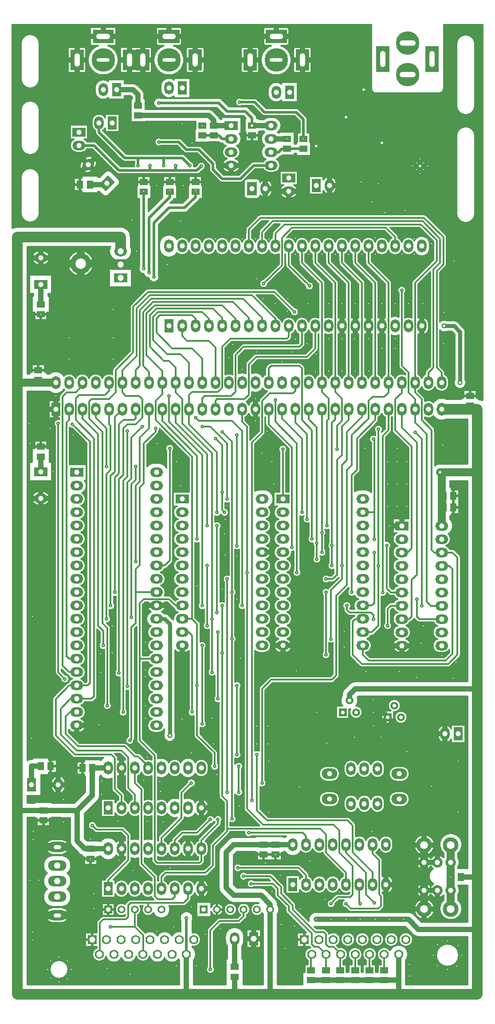
<source format=gbl>
G04 DipTrace 3.3.1.3*
G04 bottom_dendy_junior_II_rev_2.2.gbl*
%MOMM*%
G04 #@! TF.FileFunction,Copper,L2,Bot*
G04 #@! TF.Part,Single*
%AMOUTLINE0*
4,1,16,
0.8839,-0.3889,
1.09697,-0.04977,
1.1418,0.34827,
1.00953,0.7263,
0.7263,1.00953,
0.34827,1.1418,
-0.04977,1.09697,
-0.3889,0.8839,
-0.8839,0.3889,
-1.09697,0.04977,
-1.1418,-0.34827,
-1.00953,-0.7263,
-0.7263,-1.00953,
-0.34827,-1.1418,
0.04977,-1.09697,
0.3889,-0.8839,
0.8839,-0.3889,
0*%
%AMOUTLINE3*
4,1,4,
-0.2475,-1.52027,
-1.52027,-0.2475,
0.2475,1.52027,
1.52027,0.2475,
-0.2475,-1.52027,
0*%
%AMOUTLINE6*
4,1,4,
0.9,-1.25,
-0.9,-1.25,
-0.9,1.25,
0.9,1.25,
0.9,-1.25,
0*%
%AMOUTLINE9*
4,1,16,
0.9,0.35,
0.81087,0.7405,
0.56113,1.05363,
0.20027,1.22743,
-0.20027,1.22743,
-0.56113,1.05363,
-0.81087,0.7405,
-0.9,0.35,
-0.9,-0.35,
-0.81087,-0.7405,
-0.56113,-1.05363,
-0.20027,-1.22743,
0.20027,-1.22743,
0.56113,-1.05363,
0.81087,-0.7405,
0.9,-0.35,
0.9,0.35,
0*%
%AMOUTLINE12*
4,1,4,
2.0,-1.3,
-2.0,-1.3,
-2.0,1.3,
2.0,1.3,
2.0,-1.3,
0*%
%AMOUTLINE15*
4,1,4,
1.3,2.0,
1.3,-2.0,
-1.3,-2.0,
-1.3,2.0,
1.3,2.0,
0*%
%ADD14C,0.3*%
%ADD15C,1.5*%
%ADD16C,0.5*%
%ADD17C,1.0*%
%ADD19C,2.0*%
%ADD45C,4.0*%
%ADD57C,0.7*%
%ADD58C,1.16833*%
%ADD59C,0.9*%
%ADD60C,1.15*%
%ADD61C,3.2*%
%ADD62C,0.8*%
%ADD63C,1.25*%
%ADD64C,1.2*%
G04 #@! TA.AperFunction,Conductor*
%ADD18C,0.75*%
%ADD24R,1.3X1.5*%
G04 #@! TA.AperFunction,ComponentPad*
%ADD27R,1.8X2.5*%
%ADD28O,1.8X2.5*%
%ADD29R,2.5X1.8*%
%ADD30O,2.5X1.8*%
%ADD31R,1.5X1.3*%
G04 #@! TA.AperFunction,ComponentPad*
%ADD32R,1.778X1.778*%
%ADD33C,1.778*%
%ADD34R,1.5X1.5*%
%ADD35C,1.5*%
%ADD37R,4.0X2.6*%
%ADD38R,2.6X4.0*%
%ADD39C,4.5*%
%ADD40R,2.5X5.0*%
%ADD41C,6.0*%
%ADD42O,5.5X12.0*%
%ADD43C,7.0*%
%ADD44O,5.5X17.0*%
%ADD46O,5.5X20.0*%
%ADD47O,3.5X2.0*%
%ADD48O,3.0X2.0*%
%ADD49C,2.0*%
%ADD50C,3.0*%
%ADD132OUTLINE0*%
%ADD135OUTLINE3*%
%ADD138OUTLINE6*%
%ADD141OUTLINE9*%
%ADD144OUTLINE12*%
%ADD147OUTLINE15*%
%FSLAX35Y35*%
G04*
G71*
G90*
G75*
G01*
G04 Bottom*
%LPD*%
X5159687Y5000920D2*
D14*
Y9065507D1*
X2063737Y7160147D2*
X1936723Y7287160D1*
Y12034283D1*
X6842320Y13891853D2*
Y13462890D1*
X6683847Y13304417D1*
X5715370D1*
X5572480Y13161527D1*
Y12574090D1*
X5493097Y12494707D1*
X4969167D1*
X4937413Y12462953D1*
Y12304507D1*
X4937093Y12304187D1*
X5064427Y10716520D2*
Y11621490D1*
X4937093Y11748823D1*
X5064427Y10716520D2*
Y10383110D1*
X5112030Y10335507D1*
X6588320Y13891853D2*
Y13542300D1*
X6540957Y13494937D1*
X5477220D1*
X5318453Y13336170D1*
Y12637597D1*
X5239070Y12558213D1*
X4731017D1*
X4683093Y12510290D1*
Y12304187D1*
Y11970777D2*
X4842153D1*
X5159687Y11653243D1*
Y10589507D1*
X6334320Y13891853D2*
Y13685217D1*
X6302807Y13653703D1*
X5223193D1*
X5064427Y13494937D1*
Y12716980D1*
X4985043Y12637597D1*
X4492867D1*
X4429093Y12573823D1*
Y12304190D1*
X4429097Y12304187D1*
Y12018670D1*
X4969167Y11478600D1*
Y10335507D1*
X4175093Y12304187D2*
Y12050400D1*
X4778647Y11446847D1*
Y10081507D1*
X3921093Y12304187D2*
Y12082127D1*
X4588127Y11415093D1*
Y9827507D1*
X3413253Y9398757D2*
Y10843533D1*
X3492637Y10922917D1*
Y11764380D1*
X3667093Y11938837D1*
Y12304183D1*
X3667097Y12304187D1*
X3016337Y8811560D2*
Y11002300D1*
X3095720Y11081683D1*
Y12018407D1*
X3175103Y12097790D1*
X3381500D1*
X3413253Y12129543D1*
Y12304027D1*
X3413093Y12304187D1*
X2936953Y8557560D2*
Y11034053D1*
X3016337Y11113437D1*
Y12161430D1*
X3159093Y12304187D1*
X2857570Y8303560D2*
Y11065807D1*
X2936953Y11145190D1*
Y11986653D1*
X2905097Y12018510D1*
Y12304187D1*
X3333870Y8335020D2*
Y10875287D1*
X3413253Y10954670D1*
Y11208697D1*
X2857570D2*
Y11939023D1*
X2651093Y12145500D1*
Y12304187D1*
X4969167Y8430280D2*
Y10081507D1*
X2794063Y7795560D2*
Y8080993D1*
X2698803Y8176253D1*
Y11827887D1*
X2397093Y12129597D1*
Y12304187D1*
X4778647Y8176253D2*
Y9319507D1*
X2286010Y7541560D2*
X2142747D1*
X2095490Y7588817D1*
Y12050160D1*
X2143137Y12097807D1*
Y12304173D1*
X2286010Y7287560D2*
X2142720D1*
X2016107Y7414173D1*
Y12542337D1*
X2095490Y12621720D1*
X2270133D1*
X2397093Y12748680D1*
Y12812187D1*
X2286010Y7033563D2*
X2143550D1*
X1889093Y6779107D1*
Y6080533D1*
X2254257Y5715370D1*
X2952830D1*
X3016337Y5651863D1*
Y5064427D1*
X3143377Y4937387D1*
Y4699397D1*
X2286010Y7033563D2*
X2492837D1*
X2540037Y7080763D1*
Y11684997D1*
X2206627Y12018407D1*
X2286010Y6779560D2*
X2175327D1*
X1984353Y6588587D1*
Y6096410D1*
X2286010Y5794753D1*
X3143350D1*
X3270363Y5667740D1*
Y5080303D1*
X3397377Y4953290D1*
Y4699397D1*
X2286010Y6779560D2*
X2572243D1*
X2619420Y6826737D1*
Y11748503D1*
X2270133Y12097790D1*
Y12510583D1*
X2333640Y12574090D1*
X2825817D1*
X2905200Y12653473D1*
Y12812083D1*
X2905097Y12812187D1*
X2286010Y6525560D2*
X2159477D1*
X2079613Y6445697D1*
Y6112287D1*
X2317763Y5874137D1*
X3206857D1*
X3397377Y5683617D1*
X3460883D1*
X3651377Y5493123D1*
Y5461397D1*
X4683387Y17527610D2*
D16*
X4905140D1*
X4905660Y17528130D1*
X5000400D1*
X5064427Y17464103D1*
X5239043D1*
X5239070Y17464130D1*
X6001070Y17210130D2*
X6144093D1*
X6208067Y17274103D1*
X6302807D1*
X6619820D1*
X6620340Y17273583D1*
X6001070Y17464130D2*
D17*
X6302807Y17464103D1*
X4683387Y17717610D2*
D16*
Y17718130D1*
X6620340Y17463583D2*
Y17829267D1*
X6477450Y17972157D1*
X5874137D1*
X5683617Y18162677D1*
X5397837D1*
X6620340Y17464103D2*
Y17463583D1*
X4667770Y16940433D2*
X4588127Y16860790D1*
X4175333D1*
Y16955790D1*
Y16860790D2*
X3683157D1*
Y16956050D1*
Y16860790D2*
X3095720D1*
X2619397Y17337113D1*
X2333640D1*
X3461143Y16955790D2*
Y17098940D1*
X3206857D1*
X2714703Y17591093D1*
Y17765760D1*
X4445497Y16955790D2*
X4302347Y17098940D1*
X3953060D1*
X3461143D1*
X3953060Y16956050D2*
Y17098940D1*
X6001070Y16956130D2*
X5667820D1*
X5413713Y16702023D1*
X5064427D1*
X4889783Y16876667D1*
Y16987803D1*
X4619880Y17257707D1*
X4381730D1*
X4238840Y17400597D1*
X3857800D1*
X5239070Y17718130D2*
D17*
X5064427D1*
X4905660D1*
X3460883Y17909170D2*
X4809880D1*
X4905660Y17813390D1*
Y17718130D1*
X3048093Y18400827D2*
X3365623D1*
X3460883Y18305567D1*
Y18099170D1*
X5636073Y17717523D2*
D16*
X5635987Y17717610D1*
D17*
X6001070Y17718130D1*
X5635987Y17717610D2*
D16*
Y17861020D1*
X5508973Y17988033D1*
X5159687D1*
X5000920Y18146800D1*
X3857800D1*
X3810010Y8303560D2*
D18*
X3968643D1*
X4064197Y8208007D1*
Y6080533D1*
X5254947Y4492867D2*
D14*
Y7923907D1*
Y8811507D1*
Y11684997D1*
X5064427Y11875517D1*
X4302320Y13891853D2*
Y13701360D1*
X4397607Y13606073D1*
X4810400D1*
X4937093Y13479380D1*
Y12812187D1*
X4556320Y13891853D2*
Y14034797D1*
X4492867Y14098250D1*
X3873677D1*
X3810170Y14034743D1*
Y13764840D1*
X4111827Y13463183D1*
X4492867D1*
X4683093Y13272957D1*
Y12812187D1*
X5064427Y7652323D2*
Y8557507D1*
X4556373Y12145420D2*
X4619880Y12081913D1*
X5254947D1*
X5445467Y11891393D1*
Y8557507D1*
X5064427Y7652323D2*
Y4921537D1*
X5159687Y4826277D1*
Y4302347D1*
X6937873D1*
X7049010Y4191210D1*
Y3841923D1*
X7429943Y3460990D1*
Y3238610D1*
X5159687Y4302347D2*
Y4254717D1*
X4889783Y3984813D1*
Y3603773D1*
X4746893Y3460883D1*
X3984813D1*
X3905377Y3381447D1*
Y3159360D1*
X4667377Y3921360D2*
Y4079940D1*
X4985043Y4397607D1*
Y4476990D1*
X4667377Y3921360D2*
Y3683023D1*
X4635757Y3651403D1*
X3826047D1*
X3778417Y3699033D1*
Y5699493D1*
X3492637Y5985273D1*
Y7541560D1*
Y8604923D1*
X3572020Y8684307D1*
X4048320D1*
X4175120Y8557507D1*
X4302347D1*
X4810320Y13891853D2*
Y14034823D1*
X4683387Y14161757D1*
X3841923D1*
X3746663Y14066497D1*
Y13621950D1*
X4016567Y13352047D1*
X4270593D1*
X4429093Y13193547D1*
Y12812190D1*
X4429097Y12812187D1*
X3810010Y7541560D2*
X3492637D1*
X4683387Y8557507D2*
Y11430970D1*
X4048320Y12066037D1*
Y12558213D1*
X7937943Y3238610D2*
Y3476920D1*
X7557063Y3857800D1*
Y4365853D1*
X7461803Y4461113D1*
X5921767D1*
X5731247Y4651633D1*
Y5715370D1*
X5350207D2*
Y7033133D1*
X4873907Y7287160D2*
Y8300233D1*
Y11462723D1*
X4302347Y12034283D1*
Y12494707D1*
X4175093Y12621960D1*
Y12812187D1*
X5064320Y13891853D2*
Y14050727D1*
X4889783Y14225263D1*
X3810170D1*
X3683157Y14098250D1*
Y13494937D1*
X3953060Y13225033D1*
X4048320D1*
X4175093Y13098260D1*
Y12812187D1*
X5318320Y13891853D2*
Y14034877D1*
X5064427Y14288770D1*
X3778417D1*
X3619650Y14130003D1*
Y13336170D1*
X3921093Y13034727D1*
Y12812187D1*
Y12589753D1*
X3794293Y12462953D1*
Y12097790D1*
X4492867Y11399217D1*
Y8303507D1*
X4302347D1*
X4492627D2*
X4588127Y8208007D1*
Y7033563D1*
Y6080533D1*
X4921537Y5747123D1*
Y5493097D1*
X5381960D2*
Y5000920D1*
X3254487Y7017257D2*
Y10907040D1*
X3333870Y10986423D1*
Y11764380D1*
X3540267Y11970777D1*
X5572320Y13891853D2*
Y14050780D1*
X5270823Y14352277D1*
X3746663D1*
X3556143Y14161757D1*
Y13129773D1*
X3667093Y13018823D1*
Y12812190D1*
X3667097Y12812187D1*
X4985043Y6779560D2*
Y8049507D1*
X3175103Y6525560D2*
Y10938793D1*
X3254487Y11018177D1*
Y11891393D1*
X5826320Y13891853D2*
Y14050807D1*
X5461343Y14415783D1*
X3714910D1*
X3492637Y14193510D1*
Y13129773D1*
X3413093Y13050230D1*
Y12812187D1*
X4492867Y6525560D2*
Y7985733D1*
X4429093Y8049507D1*
X4302347D1*
X6080320Y13891853D2*
Y14034957D1*
X5635987Y14479290D1*
X3683157D1*
X3429130Y14225263D1*
Y13320293D1*
X3159093Y13050257D1*
Y12812187D1*
X3095720Y7271283D2*
Y10970547D1*
X3175103Y11049930D1*
Y11939023D1*
X3254487Y12018407D1*
X3413253D1*
X3540267Y12145420D1*
Y12494707D1*
X3476760Y12558213D1*
X3222733D1*
X3159093Y12621853D1*
Y12812187D1*
X4683387Y6302807D2*
Y7795507D1*
X1603340Y11113410D2*
D17*
Y11399190D1*
X1603313Y11399217D1*
Y14685740D2*
Y14304647D1*
Y5493097D2*
X1428723D1*
Y5143810D1*
X4064197Y16448517D2*
D16*
Y16479750D1*
X3667280Y14907960D2*
Y15955820D1*
X4064197Y16352737D1*
Y16448517D1*
X9477620Y10653013D2*
Y10430740D1*
X9477880Y10430480D1*
X5858260Y3810690D2*
X6080533D1*
X9176457Y3659313D2*
D17*
X8922457D1*
Y3124913D2*
X9176457D1*
X8922457Y2770213D2*
D15*
Y3124913D1*
Y3659313D1*
Y3992613D1*
X7144270Y2873447D2*
D14*
X7271283Y3000460D1*
X7509433D1*
X7557063Y3048090D1*
Y3587897D1*
X7303037Y3841923D1*
Y4270593D1*
X7191900Y4381730D1*
X5842383D1*
X5540727Y4683387D1*
Y9192360D1*
Y11970777D1*
X5445093Y12066410D1*
Y12304183D1*
X5445097Y12304187D1*
X8160377Y1602793D2*
Y1902213D1*
X8157587Y1905003D1*
X3651323Y2762310D2*
Y2889323D1*
X3317993D1*
X3270363Y2841693D1*
Y2619420D1*
X3222733Y2571790D1*
X2794063D1*
X2730557Y2508283D1*
Y1912430D1*
X2723130Y1905003D1*
X3651323Y2889323D2*
X4334100D1*
X4413483Y2968707D1*
Y3159253D1*
X4413377Y3159360D1*
X7874597Y1602793D2*
Y1898913D1*
X7880687Y1905003D1*
X6763230Y1603313D2*
Y1894943D1*
X6773290Y1905003D1*
X7429943Y4000610D2*
Y3842030D1*
X7811090Y3460883D1*
Y3048090D1*
X7969857Y2889323D1*
X7683943Y3238610D2*
Y2889457D1*
X7699953Y2873447D1*
X7937943Y4000610D2*
Y3826207D1*
X8065117Y3699033D1*
Y3048090D1*
X8096870Y3016337D1*
Y2825817D1*
X8049240Y2778187D1*
X7525310D1*
X7430050Y2873447D1*
X2587667Y4365853D2*
X2667050Y4286470D1*
X3159227D1*
X3270363Y4175333D1*
Y3699033D1*
X2889377Y3318047D1*
Y3159360D1*
X6667943Y4000610D2*
Y4159483D1*
X6604463Y4222963D1*
X5572480D1*
X3302117Y5985273D2*
X3333870Y6017027D1*
Y8144500D1*
X3413253Y8223883D1*
Y8811560D1*
Y9255867D1*
X3492637Y9335250D1*
Y10811780D1*
X3572020Y10891163D1*
Y11653243D1*
X3794293Y11875517D1*
Y11939023D1*
X3397377Y5461397D2*
Y5175563D1*
X3524390Y5048550D1*
Y3635527D1*
X3778417Y3381500D1*
Y3016337D1*
X3841923Y2952830D1*
X4111827D1*
X4159457Y3000460D1*
Y3159280D1*
X4159377Y3159360D1*
X3810010Y8811560D2*
X3413253D1*
X5366083Y3556143D2*
X6525080D1*
X6667943Y3413280D1*
Y3238610D1*
X4064197Y11557983D2*
Y9414633D1*
X3969123Y9319560D1*
X3810010D1*
X4159377Y3921360D2*
Y4079993D1*
X4302347Y4222963D1*
X4588127D1*
X4842153Y4476990D1*
X5635987Y4842153D2*
Y11669120D1*
X5826507Y11859640D1*
Y12462953D1*
X5969397Y12605843D1*
X6413943D1*
X6461093Y12652993D1*
Y12812187D1*
X2936953Y2428900D2*
X3397377D1*
X3556143Y2270133D1*
Y1907520D1*
X3553627Y1905003D1*
X7604693Y1602793D2*
X7603787Y1905003D1*
X3397323Y2762310D2*
X3397377Y2428900D1*
X5477140Y2762310D2*
Y2635217D1*
X5381960Y2540037D1*
X5016797D1*
X4842153Y2365393D1*
Y1619190D1*
X5477220Y3397377D2*
X5985273D1*
X6191670Y3190980D1*
Y3063967D1*
X6413943Y2841693D1*
Y2762310D1*
X6842613Y2333640D1*
X7001380D1*
X7049010Y2286010D1*
Y2095490D1*
X7096640Y2047860D1*
X7191900D1*
X7318913Y1920847D1*
Y1913080D1*
X7326990Y1905003D1*
X7318913Y1602793D2*
Y1896927D1*
X7326990Y1905003D1*
X5620110Y3254487D2*
X6032903D1*
X6128163Y3159227D1*
Y3032213D1*
X6334560Y2825817D1*
Y2746433D1*
X6779107Y2301887D1*
Y2095490D1*
X6826737Y2047860D1*
X6907233D1*
X7050090Y1905003D1*
X7049010Y1602793D2*
X7050090Y1905003D1*
X7985093Y12304187D2*
Y12097150D1*
X7636447Y11748503D1*
Y11145190D1*
X7541187Y11049930D1*
Y8811507D1*
X7049010D2*
Y7620570D1*
X7731097Y12304187D2*
Y12160687D1*
X7445927Y11875517D1*
Y11335710D1*
X7350667Y11240450D1*
Y9319560D1*
Y9065347D1*
X7144270Y8858950D1*
Y7922227D1*
X7477097Y12304187D2*
Y12097207D1*
X7350667Y11970777D1*
Y11430970D1*
X7255407Y11335710D1*
Y9144730D1*
X7176183Y9065507D1*
X7049010D1*
X7223093Y12304187D2*
Y12113107D1*
X7160147Y12050160D1*
Y9706300D1*
Y9319507D1*
X8208007Y9706300D2*
Y8890703D1*
X8287260Y8811450D1*
X8493787D1*
X6969097Y12304187D2*
Y9954440D1*
Y9573507D1*
X6715097Y12304187D2*
Y12114170D1*
X6874367Y11954900D1*
Y9748043D1*
Y9446387D2*
Y9748043D1*
X6461093Y12304187D2*
Y12050640D1*
X6683847Y11827887D1*
Y10208467D1*
X7969857Y9827453D2*
Y10335507D1*
Y11716750D1*
X7953980Y11732627D1*
X7747423Y10335507D2*
X7969857D1*
X6588320Y15415853D2*
Y15098747D1*
X6969097Y14717970D1*
Y12812187D1*
X7064887Y10081507D2*
Y12081913D1*
X7096640Y12113667D1*
Y12510583D1*
X6969097Y12638127D1*
Y12812187D1*
X6842320Y15415853D2*
Y15098773D1*
X7223093Y14718000D1*
Y12812187D1*
X6223423Y10589507D2*
Y11542107D1*
X7255407D2*
Y11986653D1*
X7350667Y12081913D1*
Y12510583D1*
X7223093Y12638157D1*
Y12812187D1*
X7096320Y15415853D2*
Y15098800D1*
X7477093Y14718027D1*
Y12812190D1*
X7477097Y12812187D1*
X7350320Y15415853D2*
Y15098827D1*
X7731093Y14718053D1*
Y12812190D1*
X7731097Y12812187D1*
X7604320Y15415853D2*
Y15098853D1*
X7985093Y14718080D1*
Y12812187D1*
X7858320Y15415853D2*
Y15098880D1*
X8239093Y14718107D1*
Y12812187D1*
X3905377Y3921360D2*
Y4127650D1*
X4286470Y4508743D1*
Y4985043D1*
X4476990Y5175563D1*
X5826507D2*
Y6969627D1*
X6001150Y7144270D1*
X7160147D1*
X7239530Y7223653D1*
Y8747813D1*
X7445927Y8954210D1*
Y11145190D1*
X7541187Y11240450D1*
Y11812010D1*
X7858720Y12129543D1*
Y12462953D1*
X7938103Y12542337D1*
X8160377D1*
X8239093Y12621053D1*
Y12812187D1*
X9255787Y8303450D2*
X8827013D1*
X8779567Y8350897D1*
Y8684307D1*
X8128623Y8811320D2*
Y11796133D1*
X8239093Y11906603D1*
Y12304187D1*
X8493787Y8303450D2*
X8636860D1*
X8684307Y8350897D1*
Y9049470D1*
X8779567Y9144730D1*
Y11669120D1*
X8493097Y11955590D1*
Y12304187D1*
X7953980Y8303450D2*
Y8382650D1*
X7906350Y8430280D1*
X7493557D1*
X7445927Y8477910D1*
Y8557507D1*
X8493787Y14574550D2*
Y13129773D1*
X8620800Y13002760D1*
Y12621720D1*
X8747813Y12494707D1*
Y12304907D1*
X8747093Y12304187D1*
Y12050880D1*
X8970087Y11827887D1*
Y8636677D1*
X9049310Y8557453D1*
X9255787D1*
X8874827D2*
Y11732627D1*
X8747813Y11859640D1*
X8493787Y8557453D2*
X8287550D1*
X8223883Y8493787D1*
Y8176253D1*
X5572320Y15415853D2*
Y15733387D1*
X5794753Y15955820D1*
X8922457D1*
X9287620Y15590657D1*
Y15066727D1*
X9160607Y14939713D1*
Y13098020D1*
X9255093Y13003533D1*
Y12812190D1*
X9255097Y12812187D1*
X7747423Y7795507D2*
Y7620730D1*
X7858720Y7509433D1*
X9335250D1*
X9462263Y7636447D1*
Y9255867D1*
X9398757Y9319373D1*
X9255867D1*
X9255787Y9319453D1*
X8049240D2*
Y11923147D1*
X5826320Y15415853D2*
Y15685730D1*
X6032903Y15892313D1*
X8890703D1*
X9224113Y15558903D1*
Y15098480D1*
X9097100Y14971467D1*
Y13098020D1*
X9001093Y13002013D1*
Y12812187D1*
X8049240Y9319453D2*
Y8176253D1*
X7922493Y8049507D1*
X7747423D1*
X9255787Y9573450D2*
X9112927D1*
X9065347Y9621030D1*
Y11907270D1*
X8874827Y12097790D1*
Y12494707D1*
X8747093Y12622440D1*
Y12812187D1*
X6080320Y15415853D2*
Y15653950D1*
X6255177Y15828807D1*
X8858950D1*
X9160607Y15527150D1*
Y15130233D1*
X8747093Y14716720D1*
Y12812187D1*
X9255787Y9573450D2*
X9462213D1*
X9557523Y9478140D1*
Y7620570D1*
X9382880Y7445927D1*
X7731707D1*
X7557063Y7620570D1*
Y8255637D1*
X7604693Y8303267D1*
X7747183D1*
X7747423Y8303507D1*
X8493787Y9573453D2*
X8604977D1*
X8684307Y9652783D1*
Y11589737D1*
X8366773Y11907270D1*
Y12494707D1*
X8493097Y12621030D1*
Y12812187D1*
X6334320Y15415853D2*
Y15051090D1*
X6731477Y14653933D1*
X7969857Y9573453D2*
Y8604923D1*
X7922440Y8557507D1*
X7747423D1*
X5302837Y1666560D2*
D17*
Y2206367D1*
X5302577Y2206627D1*
X8366320Y15415853D2*
D14*
Y15591110D1*
X8192130Y15765300D1*
X6398067D1*
X6207547Y15574780D1*
Y15050850D1*
X5858260Y14701563D1*
X5953097Y12812187D2*
Y13081720D1*
X6001150Y13129773D1*
X6540957D1*
X6588587Y13082143D1*
Y12097790D1*
X6779107Y11907270D1*
Y9827507D1*
X9303497Y13891853D2*
D18*
X9494017D1*
X9605153Y13780717D1*
Y12812240D1*
X6445697Y14161757D2*
D14*
X6064657Y14542797D1*
X3651403D1*
X3365623Y14257017D1*
Y13383800D1*
X3032213Y13050390D1*
Y12621720D1*
X2905200Y12494707D1*
X2571790D1*
X2524160Y12447077D1*
Y12129543D1*
X2778187Y11875517D1*
Y8223883D1*
X2873447Y8128623D1*
Y6652093D1*
X5953097Y12304187D2*
Y12018830D1*
X6398067Y11573860D1*
Y9668660D1*
X5350207Y9700413D2*
Y11812010D1*
X9430457Y3659313D2*
D15*
Y3387577D1*
Y3124913D1*
Y2770213D2*
Y3124913D1*
X9431030Y3381500D2*
D16*
X9430457Y3387577D1*
X9431030Y3381500D2*
D3*
X9430457Y3992613D2*
D15*
Y3659313D1*
X4556373Y16448517D2*
D16*
Y16479750D1*
X3762540Y14828577D2*
Y15860560D1*
X4048320Y16146340D1*
X4349977D1*
X4556373Y16352737D1*
Y16448517D1*
X3572020Y16449037D2*
Y16463873D1*
Y14987343D2*
Y16449037D1*
X6207097Y12304187D2*
D14*
Y12129993D1*
X6588587Y11748503D1*
Y10335560D1*
X2867493Y16612713D2*
D17*
X2889320Y16590887D1*
X2540037D1*
X2889377Y5461397D2*
Y5461343D1*
X2587667D1*
X9255097Y12304187D2*
D19*
X9795673D1*
X9938563D1*
Y11097560D1*
Y6969627D1*
Y3381500D1*
Y2381270D1*
Y1142890D1*
X8434390D1*
X5985140D1*
X5302837D1*
X4874007D1*
X1158767D1*
Y4651633D1*
Y12812187D1*
Y15590657D1*
X3127473D1*
Y15320700D1*
X2587667Y5461343D2*
D17*
Y4937413D1*
X2301887Y4651633D1*
X1653797D1*
X1158767D1*
X2889377Y3921360D2*
X2555967D1*
X2555913Y3921307D1*
X4384230Y1905003D2*
Y1127013D1*
X4874007D1*
Y1142890D1*
X6413943Y4000610D2*
X6080613D1*
X6080533Y4000690D1*
X8434390Y1905003D2*
Y1412793D1*
X8160377D1*
X7874597D1*
X7604693D1*
X7318913D1*
X7049010D1*
X6763750D1*
X6763230Y1413313D1*
X7493543Y6747280D2*
Y6858477D1*
X7604693Y6969627D1*
X9938563D1*
Y2381270D2*
X8811320D1*
X8620800Y2571790D1*
X8525540D1*
X8255637D1*
X7985733D1*
X7699953D1*
X7430050D1*
X7144270D1*
X6858490D1*
X5985140Y2762310D2*
Y2857703D1*
X5810630Y3032213D1*
X5286700D1*
X5143810Y3175103D1*
Y3857800D1*
X5286700Y4000690D1*
X5858487D1*
X6080533D1*
X5985140Y2762310D2*
Y1142890D1*
X4384230Y1905003D2*
D16*
Y2601043D1*
X2555913Y3921307D2*
D17*
X2444777D1*
X2301887Y4064197D1*
Y4651633D1*
X5302837Y1476560D2*
Y1142890D1*
X9224113Y11097560D2*
D15*
X9938563D1*
X9224113D2*
X9255787D1*
Y10633753D1*
Y10584243D1*
Y10430480D1*
Y10081450D1*
X1889093Y12812187D2*
X1555683D1*
X1158767D1*
X8434390Y1412793D2*
D17*
Y1142890D1*
X1555683Y12860390D2*
Y12812187D1*
X9287880Y10430480D2*
Y10601660D1*
X9255787Y10633753D1*
X1650943Y4651633D2*
X1653797D1*
X5858260Y4000690D2*
X5858487D1*
X9287880Y10430480D2*
X9255787D1*
X9287620Y10653013D2*
Y10616077D1*
X9255787Y10584243D1*
X9795673Y12367693D2*
Y12304187D1*
X9621030Y3381500D2*
X9938563D1*
X6493327Y9192360D2*
D14*
Y11653243D1*
X6080533Y12066037D1*
Y12478830D1*
D57*
X5159687Y5000920D3*
Y9065507D3*
X2063737Y7160147D3*
X1936723Y12034283D3*
X5064427Y10716520D3*
X4937093Y11748823D3*
X5112030Y10335507D3*
X5064427Y10716520D3*
X4683093Y11970777D3*
X5159687Y10589507D3*
X4969167Y10335507D3*
X4778647Y10081507D3*
X4588127Y9827507D3*
X3413253Y9398757D3*
X3016337Y8811560D3*
X2936953Y8557560D3*
X2857570Y8303560D3*
X3333870Y8335020D3*
X3413253Y11208697D3*
X2857570D3*
X4969167Y8430280D3*
Y10081507D3*
X2794063Y7795560D3*
X4778647Y8176253D3*
Y9319507D3*
X2206627Y12018407D3*
X6302807Y17464103D3*
D3*
X4683387Y17718130D3*
X5397837Y18162677D3*
X6620340Y17464103D3*
X4667770Y16940433D3*
X4175333Y16955790D3*
X3683157Y16956050D3*
X3461143Y16955790D3*
X4445497D3*
X3953060Y16956050D3*
X3857800Y17400597D3*
D17*
X5636073Y17717523D3*
D57*
X3857800Y18146800D3*
D17*
X4064197Y6080533D3*
D57*
X5254947Y4492867D3*
X5064427Y11875517D3*
X5254947Y7923907D3*
Y8811507D3*
X5064427Y7652323D3*
Y8557507D3*
X4556373Y12145420D3*
X5445467Y8557507D3*
X5064427Y7652323D3*
X4985043Y4476990D3*
X4683387Y8557507D3*
X4048320Y12558213D3*
X5731247Y5715370D3*
X5350207D3*
Y7033133D3*
X4873907Y7287160D3*
Y8300233D3*
X4921537Y5493097D3*
X5381960D3*
Y5000920D3*
X4588127Y7033563D3*
X3254487Y7017257D3*
X3540267Y11970777D3*
X4985043Y6779560D3*
Y8049507D3*
X3175103Y6525560D3*
X3254487Y11891393D3*
X4492867Y6525560D3*
X3095720Y7271283D3*
X4683387Y6302807D3*
Y7795507D3*
X4064197Y16479750D3*
X3667280Y14907960D3*
X7144270Y2873447D3*
X5540727Y9192360D3*
X7969857Y2889323D3*
X7699953Y2873447D3*
X7430050D3*
X2587667Y4365853D3*
X5572480Y4222963D3*
X3302117Y5985273D3*
X3794293Y11939023D3*
X5366083Y3556143D3*
X4064197Y11557983D3*
X4842153Y4476990D3*
X5635987Y4842153D3*
X2936953Y2428900D3*
X4842153Y1619190D3*
X5477220Y3397377D3*
X5620110Y3254487D3*
X7541187Y8811507D3*
X7049010Y7620570D3*
Y8811507D3*
X7350667Y9319560D3*
X7144270Y7922227D3*
X7049010Y9065507D3*
X7160147Y9319507D3*
X8208007Y9706300D3*
X7160147D3*
X6969097Y9573507D3*
Y9954440D3*
X6874367Y9748043D3*
Y9446387D3*
X6683847Y10208467D3*
D3*
X7969857Y9827453D3*
X7953980Y11732627D3*
X7064887Y10081507D3*
X6223423Y11542107D3*
X7255407D3*
X4476990Y5175563D3*
X5826507D3*
X8779567Y8684307D3*
X8128623Y8811320D3*
X7953980Y8303450D3*
X7445927Y8557507D3*
X8493787Y14574550D3*
X8874827Y8557453D3*
X8747813Y11859640D3*
X8223883Y8176253D3*
X8049240Y9319453D3*
Y11923147D3*
Y9319453D3*
X6731477Y14653933D3*
X7969857Y9573453D3*
X5858260Y14701563D3*
X6779107Y9827507D3*
D17*
X9303497Y13891853D3*
X9605153Y12812240D3*
D57*
X6445697Y14161757D3*
X2873447Y6652093D3*
X6398067Y9668660D3*
X5350207Y9700413D3*
Y11812010D3*
X9431030Y3381500D3*
X4556373Y16479750D3*
X3762540Y14828577D3*
X3572020Y16463873D3*
Y14987343D3*
X6588587Y10335560D3*
X6858490Y2571790D3*
X7144270D3*
X7430050D3*
X7699953D3*
X7985733D3*
X8255637D3*
X8525540D3*
X4384230Y2601043D3*
X6493327Y9192360D3*
X6080533Y12478830D3*
X3365623Y3508513D3*
X4016567Y15066727D3*
X6969627Y15257247D3*
X7223653D3*
X7477680D3*
X7731707D3*
X8493787D3*
D17*
X8843073Y16940173D3*
D57*
X2984583Y14209387D3*
X4318223Y16575010D3*
X1603313Y14114127D3*
X3429130Y15320753D3*
X7953980Y6525080D3*
X2444777Y8176253D3*
X5699493Y15558903D3*
X9494017Y15130233D3*
X8731937Y15257247D3*
X9478140Y7176023D3*
X7588817Y13653703D3*
X9065347Y5112057D3*
X9573400Y5588357D3*
X5953520Y15558903D3*
X8985963Y16940173D3*
X8636677Y1492177D3*
Y1714450D3*
X6445697Y2444777D3*
X6271053Y2016107D3*
X5032673Y2397147D3*
X4746893Y2286010D3*
X4476990Y2809940D3*
X5890013Y3651403D3*
X6017027Y3111597D3*
X6556833Y2778187D3*
X1444547Y2333640D3*
Y2174873D3*
X2619420Y3063967D3*
Y2778187D3*
X1460423Y4254717D3*
Y4095950D3*
X3095720Y3699033D3*
X4064197Y3556143D3*
X8843073Y17083063D3*
X1841463Y11113437D3*
X1777957Y11939023D3*
X1381040Y12034283D3*
X8843073Y16797283D3*
X1889093Y12558213D3*
X2143120Y13669580D3*
X2984583D3*
D17*
X9224113Y11097560D3*
D57*
X8700183Y16940173D3*
X2143120Y13256787D3*
X1396917Y11653243D3*
X8049240Y16606763D3*
X7922227Y16257477D3*
X5937643Y6255177D3*
X9573400Y4619880D3*
X7350667Y13653703D3*
X5953520Y4619880D3*
X5731247Y5921767D3*
X7858720Y13653703D3*
X7588817Y6048780D3*
X5731247Y6255177D3*
X7096640Y13653703D3*
Y13034513D3*
X2714680Y6286930D3*
X5127933Y9525770D3*
X5953520Y5588357D3*
X2746433Y7287160D3*
Y7636447D3*
X5112057Y9922687D3*
X4969167Y5334330D3*
X5937643Y5921767D3*
X8096870Y6048780D3*
X9303497Y14145880D3*
X8398527Y10446617D3*
X8414403Y11557983D3*
X9271743Y11621490D3*
X5826507Y11462723D3*
X3826047Y11653243D3*
X3603773Y7334790D3*
Y7207777D3*
Y7858720D3*
Y7699953D3*
Y6652093D3*
Y6413943D3*
X5921767Y11891393D3*
X7811090Y7303037D3*
X8858950Y7842843D3*
X7398297Y8065117D3*
X6477450Y7318913D3*
X6540957Y5096180D3*
X5064427Y8874827D3*
X7953980Y6271070D3*
X5699493Y12081913D3*
X7398297Y7763460D3*
X8255637Y10081453D3*
X8779567Y7191900D3*
X8906580Y8176253D3*
X4873907Y6413943D3*
X2222503Y11812010D3*
X7096640Y14320523D3*
X7350667Y13034513D3*
X6683847Y13558443D3*
X6842613Y13018637D3*
X6461573Y13637827D3*
X6398067Y13399677D3*
X6747353Y3683157D3*
X6461573Y15574780D3*
X4302347Y6398067D3*
X4905660Y5921767D3*
X5397837Y4731017D3*
X5413713Y7557063D3*
X7985733Y15574780D3*
X6175793Y3413253D3*
X6318683Y14415783D3*
X6699723Y14320523D3*
X6461573Y15257247D3*
X7795213Y11557983D3*
X6715600Y15257247D3*
X8731937Y15558903D3*
X3079843Y4445237D3*
X3635527D3*
X2762310Y5207317D3*
Y4953290D3*
X9255867Y7604693D3*
X9525770Y7477680D3*
X2968707Y8176253D3*
Y7652323D3*
X3826047Y2349517D3*
X4143580Y2428900D3*
X2873447Y1635067D3*
X3302117Y1523930D3*
X3572020Y5223193D3*
X3873677Y5207317D3*
X4588127Y8938333D3*
X5350207Y8684307D3*
X4270593Y10843533D3*
X5159687Y10462493D3*
X6874367Y6525080D3*
X7064887Y5937643D3*
X5350207Y9509893D3*
X2555913Y4111827D3*
Y3730787D3*
X3937183Y4429360D3*
X7715830Y16638517D3*
X7922227Y4254717D3*
X7033133Y2952830D3*
X1396917Y3317993D3*
X4191210Y1682697D3*
X4572250D3*
X9065347Y15463643D3*
X3810170Y16575010D3*
X8557293Y16098710D3*
X4302347Y17749883D3*
X8176253Y16051080D3*
X9367003Y2158997D3*
X4937413Y15558903D3*
X5445467D3*
X6080533Y14320523D3*
X9367003Y1619190D3*
X5191440Y13288540D3*
X6191670Y2476530D3*
X9287620Y13558443D3*
X4191210Y11303957D3*
X7985733Y15257247D3*
X9636907Y1889093D3*
X4492867Y17384720D3*
X6017027Y11303957D3*
X8223883D3*
X4476990Y5747123D3*
X3635527Y5667740D3*
X3889553Y5016797D3*
X8398527Y10875287D3*
X5699493Y12510583D3*
X8366773Y14320523D3*
X8890703D3*
X8366773Y13653703D3*
X7858720Y13034513D3*
X9097100Y1889093D3*
X9541647Y1682697D3*
X9573400Y2079613D3*
X9176483Y1682697D3*
Y2095490D3*
X1952600Y1857340D3*
Y1381040D3*
X2190750Y1619190D3*
X1730327D3*
X2111367Y1444547D3*
Y1777957D3*
X1793833Y1460423D3*
Y1777957D3*
X7953980Y6763230D3*
X2031983Y4858030D3*
Y4429360D3*
X8906580Y16876667D3*
Y17003680D3*
X8779567Y16876667D3*
Y17003680D3*
X5270823Y13542567D3*
X5445467Y13066267D3*
X5715370Y13399677D3*
X8446157Y7303037D3*
D17*
X7763460Y18400827D3*
X8112747Y17384720D3*
X7430050Y17876897D3*
D57*
X7303037Y3095720D3*
X8620800Y14320523D3*
X8112747D3*
X7858720D3*
X7604693D3*
X7350667D3*
X8366773Y13463183D3*
X8112747D3*
X7604693Y13034513D3*
X6858490Y13352047D3*
X6207547Y13209157D3*
X6302807Y14177633D3*
X5842383Y14415783D3*
X2984583Y13256787D3*
X5731247Y14796823D3*
X4270593Y15892313D3*
X3349747Y15908190D3*
X6048780Y10875287D3*
X5127933Y10208467D3*
X8223883Y10875287D3*
X8589047D3*
X8223883Y10446617D3*
X8589047D3*
X8398527Y11303957D3*
X8589047D3*
X1428670Y6032903D3*
X1444547Y8350897D3*
X1571560Y3317993D3*
X6080533Y3810170D3*
X8589047Y5778877D3*
D17*
X6858490Y17321213D3*
X1068030Y19605333D2*
D14*
X7907243D1*
X9299747D2*
X10031970D1*
X1068030Y19575667D2*
X2544860D1*
X3043283D2*
X3809140D1*
X4287520D2*
X5857223D1*
X6335607D2*
X7907243D1*
X9299747D2*
X10031970D1*
X1068030Y19546000D2*
X2544860D1*
X3043283D2*
X3799120D1*
X4297540D2*
X5847207D1*
X6345627D2*
X7907243D1*
X9299747D2*
X10031970D1*
X1068030Y19516333D2*
X2544860D1*
X3043283D2*
X3799120D1*
X4297540D2*
X5847207D1*
X6345627D2*
X7907243D1*
X9299747D2*
X10031970D1*
X1068030Y19486667D2*
X2544860D1*
X3043283D2*
X3799120D1*
X4297540D2*
X5847207D1*
X6345627D2*
X7907243D1*
X9299747D2*
X10031970D1*
X1068030Y19457000D2*
X2544860D1*
X3043283D2*
X3799120D1*
X4297540D2*
X5847207D1*
X6345627D2*
X7907243D1*
X9299747D2*
X10031970D1*
X1068030Y19427333D2*
X2544860D1*
X3043283D2*
X3799120D1*
X4297540D2*
X5847207D1*
X6345627D2*
X7907243D1*
X9299747D2*
X10031970D1*
X1068030Y19397667D2*
X2544860D1*
X3043283D2*
X3799120D1*
X4297540D2*
X5847207D1*
X6345627D2*
X7907243D1*
X9299747D2*
X10031970D1*
X1068030Y19368000D2*
X2544860D1*
X3043283D2*
X3799120D1*
X4297540D2*
X5847207D1*
X6345627D2*
X7907243D1*
X9299747D2*
X10031970D1*
X1068030Y19338333D2*
X2544860D1*
X3043283D2*
X3799120D1*
X4297540D2*
X5847207D1*
X6345627D2*
X7907243D1*
X9299747D2*
X10031970D1*
X1068030Y19308667D2*
X2544860D1*
X3043283D2*
X3799120D1*
X4297540D2*
X5847207D1*
X6345627D2*
X7907243D1*
X9299747D2*
X10031970D1*
X1068030Y19279000D2*
X2544860D1*
X3043283D2*
X3799823D1*
X4296837D2*
X5847907D1*
X6344923D2*
X7907243D1*
X9299747D2*
X10031970D1*
X1068030Y19249333D2*
X2544860D1*
X3043283D2*
X3818457D1*
X4278147D2*
X5866540D1*
X6326233D2*
X7907243D1*
X9299747D2*
X10031970D1*
X1068030Y19219667D2*
X2646403D1*
X2941740D2*
X3900663D1*
X4195997D2*
X5948747D1*
X6244083D2*
X7907243D1*
X9299747D2*
X10031970D1*
X1068030Y19190000D2*
X2114843D1*
X2473283D2*
X2603867D1*
X2984220D2*
X3114860D1*
X3721330D2*
X3858123D1*
X4238480D2*
X4375270D1*
X4721350D2*
X5423397D1*
X5769417D2*
X5906210D1*
X6286623D2*
X6423357D1*
X6769437D2*
X7907243D1*
X9299747D2*
X10031970D1*
X1068030Y19160333D2*
X2114843D1*
X2473283D2*
X2573337D1*
X3014747D2*
X3114860D1*
X3727540D2*
X3827597D1*
X4269007D2*
X4369120D1*
X4727503D2*
X5417187D1*
X5775627D2*
X5875680D1*
X6317093D2*
X6417207D1*
X6775587D2*
X7907243D1*
X9299747D2*
X10031970D1*
X1068030Y19130667D2*
X2114843D1*
X2473283D2*
X2550253D1*
X3037893D2*
X3114860D1*
X3727540D2*
X3804510D1*
X4292150D2*
X4369120D1*
X4727503D2*
X5417187D1*
X5775627D2*
X5852597D1*
X6340237D2*
X6417207D1*
X6775587D2*
X7907243D1*
X9299747D2*
X10031970D1*
X1068030Y19101000D2*
X2114843D1*
X2473283D2*
X2532557D1*
X3055587D2*
X3114860D1*
X3727540D2*
X3786813D1*
X4309847D2*
X4369120D1*
X4727503D2*
X5417187D1*
X5775627D2*
X5834900D1*
X6357930D2*
X6417207D1*
X6775587D2*
X7907243D1*
X9299747D2*
X10031970D1*
X1068030Y19071333D2*
X2114843D1*
X2473283D2*
X2519197D1*
X3068890D2*
X3114860D1*
X3727540D2*
X3773457D1*
X4323147D2*
X4369120D1*
X4727503D2*
X5417187D1*
X5775627D2*
X5821540D1*
X6371233D2*
X6417207D1*
X6775587D2*
X7907243D1*
X9299747D2*
X10031970D1*
X1068030Y19041667D2*
X2114843D1*
X2473283D2*
X2509587D1*
X3078497D2*
X3114860D1*
X3727540D2*
X3763847D1*
X4332757D2*
X4369120D1*
X4727503D2*
X5417187D1*
X5775627D2*
X5811990D1*
X6380843D2*
X6417207D1*
X6775587D2*
X7907243D1*
X9299747D2*
X10031970D1*
X1068030Y19012000D2*
X2114843D1*
X2473283D2*
X2503377D1*
X3084767D2*
X3114860D1*
X3727540D2*
X3757633D1*
X4339027D2*
X4369120D1*
X4727503D2*
X5417187D1*
X5775627D2*
X5805720D1*
X6387110D2*
X6417207D1*
X6775587D2*
X7907243D1*
X9299747D2*
X10031970D1*
X1068030Y18982333D2*
X2114843D1*
X2473283D2*
X2500270D1*
X3087873D2*
X3114860D1*
X3727540D2*
X3754530D1*
X4342130D2*
X4369120D1*
X4727503D2*
X5417187D1*
X5775627D2*
X5802617D1*
X6390217D2*
X6417207D1*
X6775587D2*
X7907243D1*
X9299747D2*
X10031970D1*
X1068030Y18952667D2*
X2114843D1*
X2473283D2*
X2500213D1*
X3087930D2*
X3114860D1*
X3727540D2*
X3754470D1*
X4342190D2*
X4369120D1*
X4727503D2*
X5417187D1*
X5775627D2*
X5802557D1*
X6390277D2*
X6417207D1*
X6775587D2*
X7907243D1*
X9299747D2*
X10031970D1*
X1068030Y18923000D2*
X2114843D1*
X2473283D2*
X2503200D1*
X3084943D2*
X3114860D1*
X3727540D2*
X3757460D1*
X4339200D2*
X4369120D1*
X4727503D2*
X5417187D1*
X5775627D2*
X5805543D1*
X6387287D2*
X6417207D1*
X6775587D2*
X7907243D1*
X9299747D2*
X10031970D1*
X1068030Y18893333D2*
X2114843D1*
X2473283D2*
X2509293D1*
X3078790D2*
X3114860D1*
X3727540D2*
X3763553D1*
X4333050D2*
X4369120D1*
X4727503D2*
X5417187D1*
X5775627D2*
X5811640D1*
X6381133D2*
X6417207D1*
X6775587D2*
X7907243D1*
X9299747D2*
X10031970D1*
X1068030Y18863667D2*
X2114843D1*
X2473283D2*
X2518787D1*
X3069357D2*
X3114860D1*
X3727540D2*
X3773043D1*
X4323617D2*
X4369120D1*
X4727503D2*
X5417187D1*
X5775627D2*
X5821130D1*
X6371700D2*
X6417207D1*
X6775587D2*
X7907243D1*
X9299747D2*
X10031970D1*
X1068030Y18834000D2*
X2114843D1*
X2473283D2*
X2531970D1*
X3056173D2*
X3114860D1*
X3727540D2*
X3786230D1*
X4310430D2*
X4369120D1*
X4727503D2*
X5417187D1*
X5775627D2*
X5834313D1*
X6358517D2*
X6417207D1*
X6775587D2*
X7907243D1*
X9299747D2*
X10031970D1*
X1068030Y18804333D2*
X2114843D1*
X2473283D2*
X2549490D1*
X3038653D2*
X3114860D1*
X3727540D2*
X3803747D1*
X4292913D2*
X4369120D1*
X4727503D2*
X5417187D1*
X5775627D2*
X5851833D1*
X6340997D2*
X6417207D1*
X6775587D2*
X7907243D1*
X9299747D2*
X10031970D1*
X1068030Y18774667D2*
X2114843D1*
X2473283D2*
X2572343D1*
X3015743D2*
X3114860D1*
X3727540D2*
X3826600D1*
X4270003D2*
X4369120D1*
X4727503D2*
X5417187D1*
X5775627D2*
X5874687D1*
X6318087D2*
X6417207D1*
X6775587D2*
X7907243D1*
X9299747D2*
X10031970D1*
X1068030Y18745000D2*
X2114843D1*
X2473283D2*
X2602517D1*
X2985570D2*
X3114860D1*
X3721973D2*
X3856777D1*
X4239827D2*
X4374687D1*
X4721993D2*
X5422753D1*
X5770060D2*
X5904860D1*
X6287913D2*
X6422770D1*
X6770080D2*
X7907243D1*
X9299747D2*
X10031970D1*
X1068030Y18715333D2*
X2644470D1*
X2943673D2*
X3898730D1*
X4197930D2*
X5946813D1*
X6246017D2*
X7907243D1*
X9299747D2*
X10031970D1*
X1068030Y18685667D2*
X2715663D1*
X2872483D2*
X3969920D1*
X4126740D2*
X6018007D1*
X6174827D2*
X7907243D1*
X9299747D2*
X10031970D1*
X1068030Y18656000D2*
X7907243D1*
X9299747D2*
X10031970D1*
X1068030Y18626333D2*
X7907243D1*
X9299747D2*
X10031970D1*
X1068030Y18596667D2*
X3957380D1*
X4461543D2*
X7907243D1*
X9299747D2*
X10031970D1*
X1068030Y18567000D2*
X2706287D1*
X3207287D2*
X3924860D1*
X4461543D2*
X7907243D1*
X9299747D2*
X10031970D1*
X1068030Y18537333D2*
X2672360D1*
X3207287D2*
X3905583D1*
X4461543D2*
X6047010D1*
X6145823D2*
X6191210D1*
X6509630D2*
X7907243D1*
X9299747D2*
X10031970D1*
X1068030Y18507667D2*
X2652380D1*
X3414300D2*
X3894393D1*
X4461543D2*
X5992810D1*
X6509630D2*
X7907243D1*
X9299747D2*
X10031970D1*
X1068030Y18478000D2*
X2640663D1*
X3455783D2*
X3889470D1*
X4461543D2*
X5965623D1*
X6509630D2*
X7907243D1*
X9299747D2*
X10031970D1*
X1068030Y18448333D2*
X2635390D1*
X3485430D2*
X3889120D1*
X4461543D2*
X5949277D1*
X6509630D2*
X7907243D1*
X9299747D2*
X10031970D1*
X1068030Y18418667D2*
X2634860D1*
X3515140D2*
X3889120D1*
X4461543D2*
X5940253D1*
X6509630D2*
X7907360D1*
X9299630D2*
X10031970D1*
X1068030Y18389000D2*
X2634860D1*
X3544787D2*
X3889353D1*
X4461543D2*
X5937207D1*
X6509630D2*
X7913983D1*
X9293010D2*
X10031970D1*
X1068030Y18359333D2*
X2635037D1*
X3566877D2*
X3893923D1*
X4461543D2*
X5937207D1*
X6509630D2*
X7933787D1*
X9273263D2*
X10031970D1*
X1068030Y18329667D2*
X2639140D1*
X3577540D2*
X3904707D1*
X4461543D2*
X5937207D1*
X6509630D2*
X10031970D1*
X1068030Y18300000D2*
X2649450D1*
X3580060D2*
X3923397D1*
X4461543D2*
X5938260D1*
X6509630D2*
X10031970D1*
X1068030Y18270333D2*
X2667497D1*
X3207287D2*
X3328787D1*
X3580060D2*
X3954743D1*
X4461543D2*
X5944707D1*
X6509630D2*
X10031970D1*
X1068030Y18240667D2*
X2697617D1*
X3207287D2*
X3341677D1*
X3580060D2*
X3816990D1*
X3898633D2*
X5372243D1*
X5423420D2*
X5957830D1*
X6509630D2*
X10031970D1*
X1068030Y18211000D2*
X2770447D1*
X2817757D2*
X2888867D1*
X3207287D2*
X3316657D1*
X3605080D2*
X3776560D1*
X5068693D2*
X5329587D1*
X5739007D2*
X5979803D1*
X6509630D2*
X10031970D1*
X1068030Y18181333D2*
X3316657D1*
X3605080D2*
X3759687D1*
X5098343D2*
X5315820D1*
X5768653D2*
X6018123D1*
X6174710D2*
X6191227D1*
X6509630D2*
X10031970D1*
X1068030Y18151667D2*
X3316657D1*
X3605080D2*
X3753710D1*
X5128050D2*
X5314413D1*
X5798303D2*
X10031970D1*
X1068030Y18122000D2*
X3316657D1*
X3605080D2*
X3756697D1*
X5157697D2*
X5324550D1*
X5828010D2*
X10031970D1*
X1068030Y18092333D2*
X3316657D1*
X3605080D2*
X3769530D1*
X5187347D2*
X5354257D1*
X5857657D2*
X10031970D1*
X1068030Y18062667D2*
X3316657D1*
X3605080D2*
X3798533D1*
X5564397D2*
X5679920D1*
X5887307D2*
X10031970D1*
X1068030Y18033000D2*
X3316657D1*
X3605080D2*
X4982770D1*
X5595980D2*
X5709627D1*
X6517423D2*
X10031970D1*
X1068030Y18003333D2*
X3316657D1*
X4880960D2*
X5012420D1*
X5625627D2*
X5739277D1*
X6549943D2*
X10031970D1*
X1068030Y17973667D2*
X3316657D1*
X4912717D2*
X5042070D1*
X5655333D2*
X5768923D1*
X6579650D2*
X10031970D1*
X1068030Y17944000D2*
X3316657D1*
X4942367D2*
X5071717D1*
X5684983D2*
X5798573D1*
X6609300D2*
X10031970D1*
X1068030Y17914333D2*
X2636503D1*
X2792853D2*
X2829510D1*
X3107913D2*
X3316657D1*
X4972073D2*
X5102947D1*
X5712990D2*
X5829570D1*
X6638947D2*
X10031970D1*
X1068030Y17884667D2*
X2604393D1*
X3107913D2*
X3316657D1*
X5000430D2*
X5480350D1*
X5727053D2*
X6461267D1*
X6668653D2*
X10031970D1*
X1068030Y17855000D2*
X2586757D1*
X3107913D2*
X3316657D1*
X5017130D2*
X5044880D1*
X5433263D2*
X5510057D1*
X5730157D2*
X5887810D1*
X6114357D2*
X6490917D1*
X6689747D2*
X10031970D1*
X1068030Y17825333D2*
X2577733D1*
X3107913D2*
X3316657D1*
X5433263D2*
X5491777D1*
X6152677D2*
X6520563D1*
X6694553D2*
X10031970D1*
X1068030Y17795667D2*
X2575507D1*
X3107913D2*
X3316657D1*
X5433263D2*
X5491777D1*
X6174650D2*
X6546110D1*
X6694553D2*
X10031970D1*
X1068030Y17766000D2*
X2575507D1*
X3107913D2*
X4559197D1*
X5433263D2*
X5491777D1*
X6187777D2*
X6546110D1*
X6694553D2*
X10031970D1*
X1068030Y17736333D2*
X2575507D1*
X3107913D2*
X4559197D1*
X5433263D2*
X5491777D1*
X6194220D2*
X6546110D1*
X6694553D2*
X10031970D1*
X1068030Y17706667D2*
X2159430D1*
X2507853D2*
X2577673D1*
X3107913D2*
X4559197D1*
X5433263D2*
X5491777D1*
X6194867D2*
X6546110D1*
X6694553D2*
X10031970D1*
X1068030Y17677000D2*
X2159430D1*
X2507853D2*
X2586580D1*
X3107913D2*
X4559197D1*
X5433263D2*
X5491777D1*
X6189767D2*
X6546110D1*
X6694553D2*
X10031970D1*
X1068030Y17647333D2*
X2159430D1*
X2507853D2*
X2604040D1*
X3107913D2*
X4539157D1*
X5433263D2*
X5491777D1*
X6178283D2*
X6546110D1*
X6694553D2*
X10031970D1*
X1068030Y17617667D2*
X2159430D1*
X2507853D2*
X2635800D1*
X2793617D2*
X2829510D1*
X3107913D2*
X4539157D1*
X5433263D2*
X5491777D1*
X6158653D2*
X6546110D1*
X6694553D2*
X10031970D1*
X1068030Y17588000D2*
X2159430D1*
X2507853D2*
X2640543D1*
X2821507D2*
X4539157D1*
X5433263D2*
X5491777D1*
X5780197D2*
X5867890D1*
X6134220D2*
X6158630D1*
X6446993D2*
X6546110D1*
X6694553D2*
X10031970D1*
X1068030Y17558333D2*
X2159430D1*
X2507853D2*
X2648513D1*
X2851153D2*
X4539157D1*
X5401680D2*
X5511813D1*
X5760157D2*
X5838473D1*
X6446993D2*
X6496130D1*
X6744533D2*
X10031970D1*
X1068030Y17528667D2*
X2159430D1*
X2507853D2*
X2673417D1*
X2880803D2*
X4539157D1*
X5419320D2*
X5511813D1*
X5760157D2*
X5820837D1*
X6446993D2*
X6496130D1*
X6744533D2*
X10031970D1*
X1068030Y17499000D2*
X2159430D1*
X2507853D2*
X2703123D1*
X2910510D2*
X4539157D1*
X5429337D2*
X5511813D1*
X5760157D2*
X5810820D1*
X6446993D2*
X6496130D1*
X6744533D2*
X10031970D1*
X1068030Y17469333D2*
X2159430D1*
X2507853D2*
X2732770D1*
X2940157D2*
X3811600D1*
X4260393D2*
X4539157D1*
X5433207D2*
X5511813D1*
X5760157D2*
X5806950D1*
X6446993D2*
X6496130D1*
X6744533D2*
X10031970D1*
X1068030Y17439667D2*
X2206013D1*
X2461270D2*
X2762420D1*
X2969807D2*
X3783593D1*
X4303460D2*
X4539157D1*
X5431330D2*
X5511813D1*
X5760157D2*
X5808827D1*
X6446993D2*
X6496130D1*
X6744533D2*
X10031970D1*
X1068030Y17410000D2*
X2180583D1*
X2486700D2*
X2792127D1*
X2999513D2*
X3774157D1*
X4333107D2*
X4539157D1*
X5423597D2*
X5816560D1*
X6446993D2*
X6496130D1*
X6744533D2*
X10031970D1*
X1068030Y17380333D2*
X2166463D1*
X2679883D2*
X2821777D1*
X3029163D2*
X3776150D1*
X4362813D2*
X5025370D1*
X5408890D2*
X5831267D1*
X6446993D2*
X6476150D1*
X6764513D2*
X10031970D1*
X1068030Y17350667D2*
X2160133D1*
X2709533D2*
X2851423D1*
X3058810D2*
X3790740D1*
X4392463D2*
X5093690D1*
X5384397D2*
X5855700D1*
X6764513D2*
X10031970D1*
X1068030Y17321000D2*
X2160370D1*
X2739180D2*
X2881130D1*
X3088517D2*
X3838730D1*
X3876837D2*
X4214723D1*
X4655490D2*
X5121930D1*
X5356153D2*
X5853063D1*
X6764513D2*
X10031970D1*
X1068030Y17291333D2*
X2167343D1*
X2768890D2*
X2910780D1*
X3118167D2*
X4244430D1*
X4689943D2*
X5091697D1*
X5386390D2*
X5829627D1*
X6764513D2*
X10031970D1*
X1068030Y17261667D2*
X2182223D1*
X2485060D2*
X2591150D1*
X2798537D2*
X2940427D1*
X3147813D2*
X4274080D1*
X4719593D2*
X5074997D1*
X5403147D2*
X5815623D1*
X6764513D2*
X10031970D1*
X1068030Y17232000D2*
X2209003D1*
X2458223D2*
X2620800D1*
X2828187D2*
X2970077D1*
X3177463D2*
X4303730D1*
X4749300D2*
X5066620D1*
X5411527D2*
X5808417D1*
X6764513D2*
X10031970D1*
X1068030Y17202333D2*
X2276033D1*
X2391253D2*
X2650507D1*
X2857893D2*
X2999783D1*
X3207170D2*
X4333963D1*
X4778947D2*
X5065097D1*
X5413050D2*
X5807070D1*
X6764513D2*
X10031970D1*
X1068030Y17172667D2*
X2680153D1*
X2887540D2*
X3029430D1*
X3236820D2*
X4601210D1*
X4808597D2*
X5070133D1*
X5408010D2*
X5811403D1*
X6446993D2*
X6476150D1*
X6764513D2*
X10031970D1*
X1068030Y17143000D2*
X2709803D1*
X2917190D2*
X3059080D1*
X4361993D2*
X4630917D1*
X4838303D2*
X5082557D1*
X5395587D2*
X5822010D1*
X6446993D2*
X6476150D1*
X6764513D2*
X10031970D1*
X1068030Y17113333D2*
X2463943D1*
X2606233D2*
X2739510D1*
X2946897D2*
X3088787D1*
X4391643D2*
X4660563D1*
X4867950D2*
X5105233D1*
X5372913D2*
X5840467D1*
X6161643D2*
X10031970D1*
X1068030Y17083667D2*
X2424393D1*
X2638460D2*
X2769157D1*
X2976543D2*
X3118437D1*
X4421290D2*
X4690213D1*
X4897600D2*
X5150527D1*
X5327620D2*
X5871403D1*
X6130763D2*
X10031970D1*
X1068030Y17054000D2*
X2394743D1*
X2657853D2*
X2798807D1*
X3006193D2*
X3148083D1*
X4450997D2*
X4719920D1*
X4927307D2*
X5106347D1*
X5371800D2*
X5868357D1*
X6133810D2*
X10031970D1*
X1068030Y17024333D2*
X2370837D1*
X2668283D2*
X2828457D1*
X3035843D2*
X3386970D1*
X4492013D2*
X4749570D1*
X4953907D2*
X5083200D1*
X5394943D2*
X5644353D1*
X6156957D2*
X10031970D1*
X1068030Y16994667D2*
X2352967D1*
X2670570D2*
X2858163D1*
X3065550D2*
X3386853D1*
X4519787D2*
X4604313D1*
X4731193D2*
X4779217D1*
X4963633D2*
X5070427D1*
X5407717D2*
X5602693D1*
X6169730D2*
X10031970D1*
X1068030Y16965000D2*
X2347753D1*
X2667230D2*
X2887810D1*
X3095197D2*
X3377480D1*
X4529163D2*
X4587380D1*
X4748187D2*
X4808867D1*
X4963987D2*
X5065153D1*
X5412990D2*
X5572987D1*
X6175003D2*
X10031970D1*
X1068030Y16935333D2*
X2344940D1*
X2655687D2*
X2917460D1*
X3124847D2*
X3379587D1*
X4527053D2*
X4558963D1*
X4751820D2*
X4815603D1*
X4963987D2*
X5066443D1*
X5411700D2*
X5543337D1*
X6173653D2*
X10031970D1*
X1068030Y16905667D2*
X2353143D1*
X2636877D2*
X2947167D1*
X4744143D2*
X4815603D1*
X4964457D2*
X5074587D1*
X5403557D2*
X5513690D1*
X6165570D2*
X10031970D1*
X1068030Y16876000D2*
X2364450D1*
X2607990D2*
X2976813D1*
X4720177D2*
X4815603D1*
X4994163D2*
X5090937D1*
X5387210D2*
X5483983D1*
X5691370D2*
X5852947D1*
X6149220D2*
X10031970D1*
X1068030Y16846333D2*
X2391930D1*
X2577580D2*
X2848493D1*
X2935997D2*
X3006463D1*
X4677347D2*
X4822343D1*
X5023810D2*
X5120467D1*
X5357677D2*
X5454333D1*
X5661720D2*
X5882480D1*
X6119690D2*
X6160390D1*
X6508753D2*
X10031970D1*
X1068030Y16816667D2*
X2447947D1*
X2523907D2*
X2812167D1*
X2972267D2*
X3036170D1*
X4647697D2*
X4846073D1*
X5053460D2*
X5424687D1*
X5632073D2*
X6160390D1*
X6508753D2*
X10031970D1*
X1068030Y16787000D2*
X2782517D1*
X3001973D2*
X4875780D1*
X5083167D2*
X5394980D1*
X5602367D2*
X6160390D1*
X6508753D2*
X10031970D1*
X1068030Y16757333D2*
X2752870D1*
X3031623D2*
X4905427D1*
X5572717D2*
X6160390D1*
X6508753D2*
X10031970D1*
X1068030Y16727667D2*
X2380857D1*
X3061270D2*
X3447850D1*
X3696193D2*
X3939980D1*
X4188380D2*
X4432167D1*
X4680570D2*
X4935077D1*
X5543070D2*
X6160390D1*
X6508753D2*
X6719313D1*
X6997717D2*
X7040877D1*
X7184103D2*
X10031970D1*
X1068030Y16698000D2*
X2235837D1*
X3090743D2*
X3447850D1*
X3696193D2*
X3939980D1*
X4188380D2*
X4432167D1*
X4680570D2*
X4964783D1*
X5753537D2*
X6160390D1*
X6508753D2*
X6719313D1*
X7219437D2*
X10031970D1*
X1068030Y16668333D2*
X2235837D1*
X3108323D2*
X3447850D1*
X3696193D2*
X3939980D1*
X4188380D2*
X4432167D1*
X4680570D2*
X4994430D1*
X5787110D2*
X5831383D1*
X5948770D2*
X6160390D1*
X6508753D2*
X6719313D1*
X7238597D2*
X10031970D1*
X1068030Y16638667D2*
X2235837D1*
X3113713D2*
X3447850D1*
X3696193D2*
X3939980D1*
X4188380D2*
X4432167D1*
X4680570D2*
X5028943D1*
X5449200D2*
X5476893D1*
X5990900D2*
X6160390D1*
X6508753D2*
X6719313D1*
X7248617D2*
X10031970D1*
X1068030Y16609000D2*
X2235837D1*
X3109143D2*
X3447850D1*
X3696193D2*
X3939980D1*
X4188380D2*
X4432167D1*
X4680570D2*
X5476893D1*
X6013987D2*
X6160390D1*
X6508753D2*
X6719313D1*
X7251720D2*
X10031970D1*
X1068030Y16579333D2*
X2235837D1*
X3092793D2*
X3427810D1*
X3716233D2*
X3919997D1*
X4208420D2*
X4412187D1*
X4700550D2*
X5476893D1*
X6022950D2*
X6224257D1*
X6444827D2*
X6719313D1*
X7251720D2*
X10031970D1*
X1068030Y16549667D2*
X2235837D1*
X3063673D2*
X3427810D1*
X3716233D2*
X3919997D1*
X4208420D2*
X4412187D1*
X4700550D2*
X5476893D1*
X6029163D2*
X6190740D1*
X6478343D2*
X6719313D1*
X7251720D2*
X10031970D1*
X1068030Y16520000D2*
X2235837D1*
X3034027D2*
X3427810D1*
X3716233D2*
X3919997D1*
X4208420D2*
X4412187D1*
X4700550D2*
X5476893D1*
X6029280D2*
X6172460D1*
X6496680D2*
X6719313D1*
X7250197D2*
X10031970D1*
X1068030Y16490333D2*
X2235837D1*
X3004377D2*
X3427810D1*
X3716233D2*
X3919997D1*
X4208420D2*
X4412187D1*
X4700550D2*
X5476893D1*
X6029280D2*
X6162967D1*
X6506173D2*
X6719313D1*
X7242287D2*
X10031970D1*
X1068030Y16460667D2*
X2380857D1*
X2974730D2*
X3427810D1*
X3716233D2*
X3919997D1*
X4208420D2*
X4412187D1*
X4700550D2*
X5476893D1*
X6026877D2*
X6160390D1*
X6508693D2*
X6719313D1*
X7226173D2*
X10031970D1*
X1068030Y16431000D2*
X2380857D1*
X2699220D2*
X2740447D1*
X2945020D2*
X3427810D1*
X3716233D2*
X3919997D1*
X4208420D2*
X4412187D1*
X4700550D2*
X5476893D1*
X6020080D2*
X6164373D1*
X6504710D2*
X6719313D1*
X6997717D2*
X7027870D1*
X7197170D2*
X10031970D1*
X1068030Y16401333D2*
X2770097D1*
X2915373D2*
X3427810D1*
X3716233D2*
X3919997D1*
X4208420D2*
X4412187D1*
X4700550D2*
X5476893D1*
X6004437D2*
X6175563D1*
X6493517D2*
X10031970D1*
X1068030Y16371667D2*
X2819900D1*
X2865570D2*
X3427810D1*
X3716233D2*
X3919997D1*
X4208420D2*
X4412187D1*
X4700550D2*
X5478533D1*
X5979943D2*
X6196367D1*
X6472777D2*
X10031970D1*
X1068030Y16342000D2*
X3427810D1*
X3716233D2*
X3919997D1*
X4208420D2*
X4412187D1*
X4700550D2*
X5494060D1*
X5778087D2*
X6235800D1*
X6433343D2*
X10031970D1*
X1068030Y16312333D2*
X3477790D1*
X3666193D2*
X3891813D1*
X4148947D2*
X4384003D1*
X4641133D2*
X10031970D1*
X1068030Y16282667D2*
X3477790D1*
X3666193D2*
X3862167D1*
X4126097D2*
X4354353D1*
X4618283D2*
X10031970D1*
X1068030Y16253000D2*
X3477790D1*
X3666193D2*
X3832460D1*
X4096447D2*
X4324647D1*
X4588633D2*
X10031970D1*
X1068030Y16223333D2*
X3477790D1*
X3666193D2*
X3802810D1*
X4558927D2*
X10031970D1*
X1068030Y16193667D2*
X3477790D1*
X3666193D2*
X3773163D1*
X4529280D2*
X10031970D1*
X1068030Y16164000D2*
X3477790D1*
X3666193D2*
X3743457D1*
X4499630D2*
X10031970D1*
X1068030Y16134333D2*
X3477790D1*
X3666193D2*
X3713807D1*
X4469923D2*
X10031970D1*
X1068030Y16104667D2*
X3477790D1*
X3666193D2*
X3684120D1*
X4440277D2*
X10031970D1*
X1068030Y16075000D2*
X3477790D1*
X4409807D2*
X10031970D1*
X1068030Y16045333D2*
X3477790D1*
X4079280D2*
X10031970D1*
X1068030Y16015667D2*
X3477790D1*
X4049630D2*
X5778943D1*
X8938283D2*
X10031970D1*
X1068030Y15986000D2*
X3477790D1*
X4019983D2*
X5735407D1*
X8981820D2*
X10031970D1*
X1068030Y15956333D2*
X3477790D1*
X3990277D2*
X5705700D1*
X9011467D2*
X10031970D1*
X1068030Y15926667D2*
X3477790D1*
X3960627D2*
X5676053D1*
X9041173D2*
X10031970D1*
X1068030Y15897000D2*
X3477790D1*
X3930980D2*
X5646403D1*
X9070823D2*
X10031970D1*
X1068030Y15867333D2*
X3477790D1*
X3901270D2*
X5616697D1*
X5795843D2*
X5918397D1*
X9100470D2*
X10031970D1*
X1068030Y15837667D2*
X3477790D1*
X3871623D2*
X5587050D1*
X5766133D2*
X5888690D1*
X9130177D2*
X10031970D1*
X1068030Y15808000D2*
X3477790D1*
X3856740D2*
X5557400D1*
X5736487D2*
X5859040D1*
X6038127D2*
X6144803D1*
X9159827D2*
X10031970D1*
X1068030Y15778333D2*
X1119217D1*
X3167033D2*
X3477790D1*
X3856740D2*
X5527693D1*
X5706837D2*
X5829393D1*
X6008480D2*
X6115153D1*
X9189473D2*
X10031970D1*
X3238107Y15748667D2*
X3477790D1*
X3856740D2*
X5510057D1*
X5677130D2*
X5799687D1*
X5978830D2*
X6085507D1*
X8298323D2*
X8849550D1*
X9219180D2*
X10031970D1*
X3272210Y15719000D2*
X3477790D1*
X3856740D2*
X5508123D1*
X5647483D2*
X5771970D1*
X5949123D2*
X6055800D1*
X8327970D2*
X8879197D1*
X9248830D2*
X10031970D1*
X3294240Y15689333D2*
X3477790D1*
X3856740D2*
X5508123D1*
X5636527D2*
X5762243D1*
X5919473D2*
X6027380D1*
X6411663D2*
X8178533D1*
X8357620D2*
X8908847D1*
X9278480D2*
X10031970D1*
X3308770Y15659667D2*
X3477790D1*
X3856740D2*
X5508123D1*
X5636527D2*
X5762127D1*
X5890530D2*
X6016367D1*
X6381957D2*
X8208240D1*
X8387327D2*
X8938553D1*
X9308187D2*
X10031970D1*
X3317560Y15630000D2*
X3477790D1*
X3856740D2*
X4018143D1*
X4078517D2*
X5508123D1*
X5636527D2*
X5762127D1*
X5890530D2*
X6016130D1*
X6352307D2*
X8237890D1*
X8416563D2*
X8968200D1*
X9337483D2*
X10031970D1*
X3321427Y15600333D2*
X3477790D1*
X3856740D2*
X3942907D1*
X4153753D2*
X5508123D1*
X5636527D2*
X5762127D1*
X5890530D2*
X6016130D1*
X6322657D2*
X8267537D1*
X8429807D2*
X8825993D1*
X8922640D2*
X8997850D1*
X9351077D2*
X10031970D1*
X3321663Y15570667D2*
X3477790D1*
X3856740D2*
X3909393D1*
X4187267D2*
X4234530D1*
X4370080D2*
X4488533D1*
X4624083D2*
X4742537D1*
X4878087D2*
X4996540D1*
X5132093D2*
X5250543D1*
X5386097D2*
X5504550D1*
X5640100D2*
X5758553D1*
X5894103D2*
X6012557D1*
X6402110D2*
X6520563D1*
X6656117D2*
X6774570D1*
X6910120D2*
X7028573D1*
X7164063D2*
X7282577D1*
X7418070D2*
X7536520D1*
X7672073D2*
X7790527D1*
X7926077D2*
X8044530D1*
X8180080D2*
X8297187D1*
X8434083D2*
X8552537D1*
X8688087D2*
X8771093D1*
X8977540D2*
X9027557D1*
X9351837D2*
X10031970D1*
X3321663Y15541000D2*
X3477790D1*
X3856740D2*
X3888123D1*
X4407403D2*
X4451210D1*
X4661407D2*
X4705213D1*
X4915413D2*
X4959217D1*
X5169417D2*
X5213220D1*
X5423420D2*
X5467223D1*
X5677423D2*
X5721230D1*
X5931427D2*
X5975233D1*
X6439437D2*
X6483240D1*
X6693440D2*
X6737243D1*
X6947443D2*
X6991247D1*
X7201447D2*
X7245193D1*
X7455393D2*
X7499197D1*
X7709397D2*
X7753200D1*
X7963400D2*
X8007207D1*
X8217403D2*
X8261210D1*
X8471407D2*
X8515213D1*
X8725413D2*
X8743730D1*
X9004903D2*
X9057207D1*
X9351837D2*
X10031970D1*
X3321663Y15511333D2*
X3477790D1*
X3856740D2*
X3874530D1*
X9021310D2*
X9086853D1*
X9351837D2*
X10031970D1*
X3321663Y15481667D2*
X3477790D1*
X9030450D2*
X9096403D1*
X9351837D2*
X10031970D1*
X3321663Y15452000D2*
X3477790D1*
X9033497D2*
X9096403D1*
X9351837D2*
X10031970D1*
X3321663Y15422333D2*
X3477790D1*
X9033497D2*
X9096403D1*
X9351837D2*
X10031970D1*
X1352970Y15392667D2*
X2923200D1*
X3331740D2*
X3477790D1*
X9033497D2*
X9096403D1*
X9351837D2*
X10031970D1*
X1352970Y15363000D2*
X2913300D1*
X3341643D2*
X3477790D1*
X9032503D2*
X9096403D1*
X9351837D2*
X10031970D1*
X1352970Y15333333D2*
X2908730D1*
X3346213D2*
X3477790D1*
X9026117D2*
X9096403D1*
X9351837D2*
X10031970D1*
X1352970Y15303667D2*
X1484900D1*
X1721700D2*
X2254003D1*
X2476800D2*
X2909080D1*
X3345860D2*
X3477790D1*
X3856740D2*
X3881383D1*
X4417540D2*
X4441130D1*
X4671543D2*
X4695077D1*
X4925550D2*
X4949080D1*
X5179553D2*
X5203083D1*
X5433557D2*
X5457087D1*
X5687560D2*
X5711093D1*
X5941563D2*
X5965097D1*
X6449513D2*
X6473103D1*
X6703517D2*
X6727107D1*
X6957520D2*
X6981110D1*
X7211527D2*
X7235117D1*
X7465530D2*
X7489120D1*
X7719533D2*
X7743123D1*
X7973537D2*
X7997127D1*
X8227540D2*
X8251130D1*
X8481543D2*
X8505077D1*
X9013107D2*
X9096403D1*
X9351837D2*
X10031970D1*
X1352970Y15274000D2*
X1455253D1*
X1751350D2*
X2207537D1*
X2523263D2*
X2914413D1*
X3340530D2*
X3477790D1*
X3856740D2*
X3898963D1*
X4197640D2*
X4214843D1*
X4389767D2*
X4468847D1*
X4643770D2*
X4722850D1*
X4897777D2*
X4976853D1*
X5151780D2*
X5230857D1*
X5405783D2*
X5484860D1*
X5659787D2*
X5738867D1*
X5913790D2*
X5992870D1*
X6421800D2*
X6500877D1*
X6675803D2*
X6754880D1*
X6929747D2*
X7008883D1*
X7183753D2*
X7262890D1*
X7437757D2*
X7516893D1*
X7691760D2*
X7770837D1*
X7945763D2*
X8024843D1*
X8199767D2*
X8278847D1*
X8453770D2*
X8532850D1*
X8707777D2*
X8757380D1*
X8991253D2*
X9096403D1*
X9351837D2*
X10031970D1*
X1352970Y15244333D2*
X1438847D1*
X1767757D2*
X2176777D1*
X2554027D2*
X2925133D1*
X3329807D2*
X3477790D1*
X3856740D2*
X3926150D1*
X4170450D2*
X6143337D1*
X6398537D2*
X6524140D1*
X6652540D2*
X6778143D1*
X6906543D2*
X7032147D1*
X7160550D2*
X7286093D1*
X7414493D2*
X7540097D1*
X7668497D2*
X7794100D1*
X7922503D2*
X8795407D1*
X8953223D2*
X9096403D1*
X9351837D2*
X10031970D1*
X1352970Y15214667D2*
X1430760D1*
X1775900D2*
X2154627D1*
X2576173D2*
X2942537D1*
X3312403D2*
X3477790D1*
X3856740D2*
X3973083D1*
X4123517D2*
X6143337D1*
X6398537D2*
X6524140D1*
X6652540D2*
X6778143D1*
X6906543D2*
X7032147D1*
X7160550D2*
X7286093D1*
X7414493D2*
X7540097D1*
X7668497D2*
X7794100D1*
X7922503D2*
X9096403D1*
X9351837D2*
X10031970D1*
X1352970Y15185000D2*
X1429413D1*
X1777247D2*
X2138513D1*
X2592287D2*
X2969373D1*
X3285570D2*
X3477790D1*
X3856740D2*
X6143337D1*
X6398537D2*
X6524140D1*
X6652540D2*
X6778143D1*
X6906543D2*
X7032147D1*
X7160550D2*
X7286093D1*
X7414493D2*
X7540097D1*
X7668497D2*
X7794100D1*
X7922503D2*
X9096403D1*
X9351837D2*
X10031970D1*
X1352970Y15155333D2*
X1434627D1*
X1771973D2*
X2127207D1*
X2603597D2*
X2986073D1*
X3268870D2*
X3477790D1*
X3856740D2*
X6143337D1*
X6398537D2*
X6524140D1*
X6652540D2*
X6778143D1*
X6906543D2*
X7032147D1*
X7160550D2*
X7286093D1*
X7414493D2*
X7540097D1*
X7668497D2*
X7794100D1*
X7922503D2*
X9096170D1*
X9351837D2*
X10031970D1*
X1352970Y15125667D2*
X1447343D1*
X1759260D2*
X2119997D1*
X2610803D2*
X2966677D1*
X3288263D2*
X3477790D1*
X3856740D2*
X6143337D1*
X6398537D2*
X6524140D1*
X6652540D2*
X6778143D1*
X6906543D2*
X7032147D1*
X7160550D2*
X7286093D1*
X7414493D2*
X7540097D1*
X7668497D2*
X7794100D1*
X7922503D2*
X9066463D1*
X9351837D2*
X10031970D1*
X1352970Y15096000D2*
X1470487D1*
X1736173D2*
X2116540D1*
X2614200D2*
X2956483D1*
X3298460D2*
X3477790D1*
X3856740D2*
X6143337D1*
X6398537D2*
X6524197D1*
X6680607D2*
X6778200D1*
X6934670D2*
X7032207D1*
X7188673D2*
X7286210D1*
X7442677D2*
X7540213D1*
X7696740D2*
X7794217D1*
X7950743D2*
X9036813D1*
X9351837D2*
X10031970D1*
X1352970Y15066333D2*
X1517187D1*
X1689473D2*
X2116717D1*
X2614083D2*
X2953260D1*
X3301680D2*
X3477790D1*
X3856740D2*
X6133493D1*
X6408617D2*
X6533397D1*
X6710257D2*
X6787400D1*
X6964320D2*
X7041463D1*
X7218323D2*
X7295467D1*
X7472383D2*
X7549470D1*
X7726390D2*
X7803473D1*
X7980393D2*
X9007167D1*
X9351837D2*
X10031970D1*
X1352970Y15036667D2*
X2120527D1*
X2610277D2*
X2956600D1*
X3298343D2*
X3477790D1*
X3856740D2*
X6103787D1*
X6438323D2*
X6560877D1*
X6739963D2*
X6814880D1*
X6993967D2*
X7068883D1*
X7248030D2*
X7322947D1*
X7502033D2*
X7576950D1*
X7756037D2*
X7830957D1*
X8010100D2*
X8977517D1*
X9343927D2*
X10031970D1*
X1352970Y15007000D2*
X2128083D1*
X2602717D2*
X2967030D1*
X3287913D2*
X3469763D1*
X3856740D2*
X6074140D1*
X6253223D2*
X6288883D1*
X6467970D2*
X6590527D1*
X6769610D2*
X6844530D1*
X7023617D2*
X7098593D1*
X7277677D2*
X7352597D1*
X7531680D2*
X7606600D1*
X7785743D2*
X7860663D1*
X8039747D2*
X8947810D1*
X9317443D2*
X10031970D1*
X1352970Y14977333D2*
X2139860D1*
X2590940D2*
X2908260D1*
X3346680D2*
X3468300D1*
X3856740D2*
X6044490D1*
X6223577D2*
X6318533D1*
X6497620D2*
X6620173D1*
X6799260D2*
X6874237D1*
X7053323D2*
X7128240D1*
X7307327D2*
X7382243D1*
X7561390D2*
X7636307D1*
X7815393D2*
X7890310D1*
X8069397D2*
X8918163D1*
X9287793D2*
X10031970D1*
X1352970Y14947667D2*
X2156443D1*
X2574300D2*
X2908260D1*
X3346680D2*
X3475917D1*
X3856740D2*
X6014843D1*
X6193927D2*
X6348180D1*
X6527267D2*
X6649823D1*
X6828967D2*
X6903883D1*
X7082970D2*
X7157890D1*
X7336973D2*
X7411950D1*
X7591037D2*
X7665957D1*
X7845040D2*
X7919960D1*
X8099103D2*
X8888513D1*
X9258087D2*
X10031970D1*
X1352970Y14918000D2*
X2179293D1*
X2551507D2*
X2908260D1*
X3346680D2*
X3495310D1*
X3856740D2*
X5985133D1*
X6164220D2*
X6377890D1*
X6556973D2*
X6679530D1*
X6858617D2*
X6933533D1*
X7112620D2*
X7187597D1*
X7366680D2*
X7441600D1*
X7620687D2*
X7695603D1*
X7874747D2*
X7949667D1*
X8128753D2*
X8858807D1*
X9228440D2*
X10031970D1*
X1352970Y14888333D2*
X2211170D1*
X2519630D2*
X2908260D1*
X3346680D2*
X3548103D1*
X3856740D2*
X5955487D1*
X6134573D2*
X6407537D1*
X6586623D2*
X6709177D1*
X6888263D2*
X6963180D1*
X7142327D2*
X7217243D1*
X7396330D2*
X7471247D1*
X7650393D2*
X7725310D1*
X7904397D2*
X7979313D1*
X8158400D2*
X8829157D1*
X9008243D2*
X9032890D1*
X9224807D2*
X10031970D1*
X1352970Y14858667D2*
X1384120D1*
X1822540D2*
X2260097D1*
X2470707D2*
X2908260D1*
X3346680D2*
X3575877D1*
X3862190D2*
X5925837D1*
X6104923D2*
X6437187D1*
X6616270D2*
X6738827D1*
X6917970D2*
X6992890D1*
X7171973D2*
X7246893D1*
X7425980D2*
X7500957D1*
X7680040D2*
X7754960D1*
X7934043D2*
X8008963D1*
X8188107D2*
X8799510D1*
X8978597D2*
X9032890D1*
X9224807D2*
X10031970D1*
X1352970Y14829000D2*
X1384120D1*
X1822540D2*
X2908260D1*
X3346680D2*
X3600957D1*
X3866760D2*
X5896130D1*
X6075277D2*
X6466833D1*
X6645980D2*
X6768533D1*
X6947620D2*
X7022537D1*
X7201623D2*
X7276540D1*
X7455687D2*
X7530603D1*
X7709690D2*
X7784607D1*
X7963753D2*
X8038670D1*
X8217757D2*
X8769803D1*
X8948947D2*
X9032890D1*
X9224807D2*
X10031970D1*
X1352970Y14799333D2*
X1384120D1*
X1822540D2*
X2908260D1*
X3346680D2*
X3662653D1*
X3862423D2*
X5866483D1*
X6045570D2*
X6496540D1*
X6675627D2*
X6798180D1*
X6977267D2*
X7052187D1*
X7231330D2*
X7306247D1*
X7485333D2*
X7560253D1*
X7739337D2*
X7814313D1*
X7993400D2*
X8068320D1*
X8247403D2*
X8740153D1*
X8919240D2*
X9032890D1*
X9224807D2*
X10031970D1*
X1352970Y14769667D2*
X1384120D1*
X1822540D2*
X2908260D1*
X3346680D2*
X3677243D1*
X3847833D2*
X5811053D1*
X6015920D2*
X6526190D1*
X6705277D2*
X6827830D1*
X7006973D2*
X7081893D1*
X7260980D2*
X7335897D1*
X7514983D2*
X7589960D1*
X7769043D2*
X7843963D1*
X8023050D2*
X8097967D1*
X8277110D2*
X8710507D1*
X8889593D2*
X9032890D1*
X9224807D2*
X10031970D1*
X1352970Y14740000D2*
X1384120D1*
X1822540D2*
X2908260D1*
X3346680D2*
X3710583D1*
X3814493D2*
X5783747D1*
X5986270D2*
X6555837D1*
X6734983D2*
X6857537D1*
X7029180D2*
X7111540D1*
X7283187D2*
X7365543D1*
X7537190D2*
X7619607D1*
X7791253D2*
X7873610D1*
X8045257D2*
X8127673D1*
X8299260D2*
X8687480D1*
X8859943D2*
X9032890D1*
X9224807D2*
X10031970D1*
X1352970Y14710333D2*
X1384120D1*
X1822540D2*
X2908260D1*
X3346680D2*
X5774550D1*
X5956563D2*
X6585543D1*
X6792873D2*
X6887187D1*
X7033283D2*
X7141190D1*
X7287287D2*
X7395253D1*
X7541290D2*
X7649257D1*
X7795293D2*
X7903320D1*
X8049300D2*
X8157323D1*
X8303303D2*
X8682907D1*
X8830237D2*
X9032890D1*
X9224807D2*
X10031970D1*
X1352970Y14680667D2*
X1384120D1*
X1822540D2*
X2908260D1*
X3346680D2*
X5776777D1*
X5939747D2*
X6615193D1*
X6811153D2*
X6904880D1*
X7033283D2*
X7158883D1*
X7287287D2*
X7412890D1*
X7541290D2*
X7666893D1*
X7795293D2*
X7920897D1*
X8049300D2*
X8174900D1*
X8303303D2*
X8682907D1*
X8811310D2*
X9032890D1*
X9224807D2*
X10031970D1*
X1352970Y14651000D2*
X1384120D1*
X1822540D2*
X2908260D1*
X3346680D2*
X5791717D1*
X5924807D2*
X6644843D1*
X6815607D2*
X6904880D1*
X7033283D2*
X7158883D1*
X7287287D2*
X7412890D1*
X7541290D2*
X7666893D1*
X7795293D2*
X7920897D1*
X8049300D2*
X8174900D1*
X8303303D2*
X8463417D1*
X8524143D2*
X8682907D1*
X8811310D2*
X9032890D1*
X9224807D2*
X10031970D1*
X1352970Y14621333D2*
X1384120D1*
X1822540D2*
X5842753D1*
X5873770D2*
X6654100D1*
X6808870D2*
X6904880D1*
X7033283D2*
X7158883D1*
X7287287D2*
X7412890D1*
X7541290D2*
X7666893D1*
X7795293D2*
X7920897D1*
X8049300D2*
X8174900D1*
X8303303D2*
X8424393D1*
X8563167D2*
X8682907D1*
X8811310D2*
X9032890D1*
X9224807D2*
X10031970D1*
X1352970Y14591667D2*
X1384120D1*
X1822540D2*
X3611560D1*
X6104513D2*
X6676367D1*
X6786603D2*
X6904880D1*
X7033283D2*
X7158883D1*
X7287287D2*
X7412890D1*
X7541290D2*
X7666893D1*
X7795293D2*
X7920897D1*
X8049300D2*
X8174900D1*
X8303303D2*
X8411383D1*
X8576173D2*
X8682907D1*
X8811310D2*
X9032890D1*
X9224807D2*
X10031970D1*
X1352970Y14562000D2*
X1384120D1*
X1822540D2*
X3581033D1*
X6134983D2*
X6904880D1*
X7033283D2*
X7158883D1*
X7287287D2*
X7412890D1*
X7541290D2*
X7666893D1*
X7795293D2*
X7920897D1*
X8049300D2*
X8174900D1*
X8303303D2*
X8410563D1*
X8576993D2*
X8682907D1*
X8811310D2*
X9032890D1*
X9224807D2*
X10031970D1*
X1352970Y14532333D2*
X1384120D1*
X1822540D2*
X3551383D1*
X6164690D2*
X6904880D1*
X7033283D2*
X7158883D1*
X7287287D2*
X7412890D1*
X7541290D2*
X7666893D1*
X7795293D2*
X7920897D1*
X8049300D2*
X8174900D1*
X8303303D2*
X8421403D1*
X8566153D2*
X8682907D1*
X8811310D2*
X9032890D1*
X9224807D2*
X10031970D1*
X1352970Y14502667D2*
X1459120D1*
X1747540D2*
X3521737D1*
X6194337D2*
X6904880D1*
X7033283D2*
X7158883D1*
X7287287D2*
X7412890D1*
X7541290D2*
X7666893D1*
X7795293D2*
X7920897D1*
X8049300D2*
X8174900D1*
X8303303D2*
X8429607D1*
X8558010D2*
X8682907D1*
X8811310D2*
X9032890D1*
X9224807D2*
X10031970D1*
X1352970Y14473000D2*
X1459120D1*
X1747540D2*
X3492030D1*
X5731800D2*
X6044900D1*
X6223987D2*
X6904880D1*
X7033283D2*
X7158883D1*
X7287287D2*
X7412890D1*
X7541290D2*
X7666893D1*
X7795293D2*
X7920897D1*
X8049300D2*
X8174900D1*
X8303303D2*
X8429607D1*
X8558010D2*
X8682907D1*
X8811310D2*
X9032890D1*
X9224807D2*
X10031970D1*
X1352970Y14443333D2*
X1434100D1*
X1772503D2*
X3462380D1*
X5761507D2*
X6074550D1*
X6253693D2*
X6904880D1*
X7033283D2*
X7158883D1*
X7287287D2*
X7412890D1*
X7541290D2*
X7666893D1*
X7795293D2*
X7920897D1*
X8049300D2*
X8174900D1*
X8303303D2*
X8429607D1*
X8558010D2*
X8682907D1*
X8811310D2*
X9032890D1*
X9224807D2*
X10031970D1*
X1352970Y14413667D2*
X1434100D1*
X1772503D2*
X3432733D1*
X5791153D2*
X6104257D1*
X6283343D2*
X6904880D1*
X7033283D2*
X7158883D1*
X7287287D2*
X7412890D1*
X7541290D2*
X7666893D1*
X7795293D2*
X7920897D1*
X8049300D2*
X8174900D1*
X8303303D2*
X8429607D1*
X8558010D2*
X8682907D1*
X8811310D2*
X9032890D1*
X9224807D2*
X10031970D1*
X1352970Y14384000D2*
X1434100D1*
X1772503D2*
X3403083D1*
X5820803D2*
X6133903D1*
X6312990D2*
X6904880D1*
X7033283D2*
X7158883D1*
X7287287D2*
X7412890D1*
X7541290D2*
X7666893D1*
X7795293D2*
X7920897D1*
X8049300D2*
X8174900D1*
X8303303D2*
X8429607D1*
X8558010D2*
X8682907D1*
X8811310D2*
X9032890D1*
X9224807D2*
X10031970D1*
X1352970Y14354333D2*
X1434100D1*
X1772503D2*
X3373377D1*
X5850510D2*
X6163553D1*
X6342697D2*
X6904880D1*
X7033283D2*
X7158883D1*
X7287287D2*
X7412890D1*
X7541290D2*
X7666893D1*
X7795293D2*
X7920897D1*
X8049300D2*
X8174900D1*
X8303303D2*
X8429607D1*
X8558010D2*
X8682907D1*
X8811310D2*
X9032890D1*
X9224807D2*
X10031970D1*
X1352970Y14324667D2*
X1434100D1*
X1772503D2*
X3343730D1*
X5880157D2*
X6193260D1*
X6372347D2*
X6904880D1*
X7033283D2*
X7158883D1*
X7287287D2*
X7412890D1*
X7541290D2*
X7666893D1*
X7795293D2*
X7920897D1*
X8049300D2*
X8174900D1*
X8303303D2*
X8429607D1*
X8558010D2*
X8682907D1*
X8811310D2*
X9032890D1*
X9224807D2*
X10031970D1*
X1352970Y14295000D2*
X1434100D1*
X1772503D2*
X3314607D1*
X5909807D2*
X6222907D1*
X6401993D2*
X6904880D1*
X7033283D2*
X7158883D1*
X7287287D2*
X7412890D1*
X7541290D2*
X7666893D1*
X7795293D2*
X7920897D1*
X8049300D2*
X8174900D1*
X8303303D2*
X8429607D1*
X8558010D2*
X8682907D1*
X8811310D2*
X9032890D1*
X9224807D2*
X10031970D1*
X1352970Y14265333D2*
X1434100D1*
X1772503D2*
X3302010D1*
X5939513D2*
X6252557D1*
X6431643D2*
X6904880D1*
X7033283D2*
X7158883D1*
X7287287D2*
X7412890D1*
X7541290D2*
X7666893D1*
X7795293D2*
X7920897D1*
X8049300D2*
X8174900D1*
X8303303D2*
X8429607D1*
X8558010D2*
X8682907D1*
X8811310D2*
X9032890D1*
X9224807D2*
X10031970D1*
X1352970Y14235667D2*
X1434100D1*
X1772503D2*
X3301423D1*
X5969163D2*
X6282263D1*
X6482327D2*
X6904880D1*
X7033283D2*
X7158883D1*
X7287287D2*
X7412890D1*
X7541290D2*
X7666893D1*
X7795293D2*
X7920897D1*
X8049300D2*
X8174900D1*
X8303303D2*
X8429607D1*
X8558010D2*
X8682907D1*
X8811310D2*
X9032890D1*
X9224807D2*
X10031970D1*
X1352970Y14206000D2*
X1434100D1*
X1772503D2*
X3301423D1*
X5998810D2*
X6311913D1*
X6516780D2*
X6904880D1*
X7033283D2*
X7158883D1*
X7287287D2*
X7412890D1*
X7541290D2*
X7666893D1*
X7795293D2*
X7920897D1*
X8049300D2*
X8174900D1*
X8303303D2*
X8429607D1*
X8558010D2*
X8682907D1*
X8811310D2*
X9032890D1*
X9224807D2*
X10031970D1*
X1352970Y14176333D2*
X1434100D1*
X1772503D2*
X3301423D1*
X6028517D2*
X6341560D1*
X6528557D2*
X6904880D1*
X7033283D2*
X7158883D1*
X7287287D2*
X7412890D1*
X7541290D2*
X7666893D1*
X7795293D2*
X7920897D1*
X8049300D2*
X8174900D1*
X8303303D2*
X8429607D1*
X8558010D2*
X8682907D1*
X8811310D2*
X9032890D1*
X9224807D2*
X10031970D1*
X1352970Y14146667D2*
X1479100D1*
X1727503D2*
X3301423D1*
X6058167D2*
X6362890D1*
X6528497D2*
X6904880D1*
X7033283D2*
X7158883D1*
X7287287D2*
X7412890D1*
X7541290D2*
X7666893D1*
X7795293D2*
X7920897D1*
X8049300D2*
X8174900D1*
X8303303D2*
X8429607D1*
X8558010D2*
X8682907D1*
X8811310D2*
X9032890D1*
X9224807D2*
X10031970D1*
X1352970Y14117000D2*
X1479100D1*
X1727503D2*
X3301423D1*
X6087813D2*
X6374960D1*
X6516427D2*
X6904880D1*
X7033283D2*
X7158883D1*
X7287287D2*
X7412890D1*
X7541290D2*
X7666893D1*
X7795293D2*
X7920897D1*
X8049300D2*
X8174900D1*
X8303303D2*
X8429607D1*
X8558010D2*
X8682907D1*
X8811310D2*
X9032890D1*
X9224807D2*
X10031970D1*
X1352970Y14087333D2*
X1479100D1*
X1727503D2*
X3301423D1*
X6117520D2*
X6410233D1*
X6481153D2*
X6904880D1*
X7033283D2*
X7158883D1*
X7287287D2*
X7412890D1*
X7541290D2*
X7666893D1*
X7795293D2*
X7920897D1*
X8049300D2*
X8174900D1*
X8303303D2*
X8429607D1*
X8558010D2*
X8682907D1*
X8811310D2*
X9032890D1*
X9224807D2*
X10031970D1*
X1352970Y14057667D2*
X1479100D1*
X1727503D2*
X3301423D1*
X6140140D2*
X6293397D1*
X6375217D2*
X6547400D1*
X6629220D2*
X6801403D1*
X6883223D2*
X6904880D1*
X7033283D2*
X7055407D1*
X7137230D2*
X7158883D1*
X7287287D2*
X7309413D1*
X7391233D2*
X7412890D1*
X7541290D2*
X7563417D1*
X7645237D2*
X7666893D1*
X7795293D2*
X7817420D1*
X7899240D2*
X7920897D1*
X8049300D2*
X8071367D1*
X8153243D2*
X8174900D1*
X8558010D2*
X8579373D1*
X8661253D2*
X8682907D1*
X8811310D2*
X8833377D1*
X8915257D2*
X9032890D1*
X9224807D2*
X10031970D1*
X1352970Y14028000D2*
X1479100D1*
X1727503D2*
X3301423D1*
X6174533D2*
X6240133D1*
X6428537D2*
X6494080D1*
X6682540D2*
X6748083D1*
X8968517D2*
X9032890D1*
X9224807D2*
X10031970D1*
X1352970Y13998333D2*
X3301423D1*
X6199260D2*
X6215433D1*
X6453263D2*
X6469393D1*
X6707267D2*
X6723357D1*
X8993243D2*
X9032890D1*
X9224807D2*
X9253963D1*
X9353010D2*
X10031970D1*
X1352970Y13968667D2*
X3301423D1*
X9006957D2*
X9032890D1*
X9566700D2*
X10031970D1*
X1352970Y13939000D2*
X3301423D1*
X9012990D2*
X9032890D1*
X9596527D2*
X10031970D1*
X1352970Y13909333D2*
X3301423D1*
X9013517D2*
X9032890D1*
X9626173D2*
X10031970D1*
X1352970Y13879667D2*
X3301423D1*
X9013517D2*
X9032890D1*
X9655880D2*
X10031970D1*
X1352970Y13850000D2*
X3301423D1*
X9013343D2*
X9032890D1*
X9685293D2*
X10031970D1*
X1352970Y13820333D2*
X3301423D1*
X9008537D2*
X9032890D1*
X9703987D2*
X10031970D1*
X1352970Y13790667D2*
X3301423D1*
X8996350D2*
X9032890D1*
X9224807D2*
X9243357D1*
X9711370D2*
X10031970D1*
X1352970Y13761000D2*
X3301423D1*
X6434103D2*
X6488573D1*
X6688107D2*
X6742577D1*
X8974083D2*
X9032890D1*
X9224807D2*
X9475213D1*
X9711837D2*
X10031970D1*
X1352970Y13731333D2*
X3301423D1*
X6398537D2*
X6524140D1*
X6652540D2*
X6778143D1*
X8930197D2*
X9032890D1*
X9224807D2*
X9498473D1*
X9711837D2*
X10031970D1*
X1352970Y13701667D2*
X3301423D1*
X6398537D2*
X6524140D1*
X6652540D2*
X6778143D1*
X7033283D2*
X7158883D1*
X7287287D2*
X7412890D1*
X7541290D2*
X7666893D1*
X7795293D2*
X7920897D1*
X8049300D2*
X8174900D1*
X8303303D2*
X8345583D1*
X8387093D2*
X8429607D1*
X8811310D2*
X9032890D1*
X9224807D2*
X9498473D1*
X9711837D2*
X10031970D1*
X1352970Y13672000D2*
X3301423D1*
X6397073D2*
X6524140D1*
X6652540D2*
X6778143D1*
X7033283D2*
X7158883D1*
X7287287D2*
X7412890D1*
X7541290D2*
X7666893D1*
X7795293D2*
X7920897D1*
X8049300D2*
X8174900D1*
X8303303D2*
X8429607D1*
X8811310D2*
X9032890D1*
X9224807D2*
X9498473D1*
X9711837D2*
X10031970D1*
X1352970Y13642333D2*
X3301423D1*
X6380960D2*
X6524140D1*
X6652540D2*
X6778143D1*
X7033283D2*
X7158883D1*
X7287287D2*
X7412890D1*
X7541290D2*
X7666893D1*
X7795293D2*
X7920897D1*
X8049300D2*
X8174900D1*
X8303303D2*
X8429607D1*
X8811310D2*
X9032890D1*
X9224807D2*
X9498473D1*
X9711837D2*
X10031970D1*
X1352970Y13612667D2*
X3301423D1*
X6351310D2*
X6524140D1*
X6652540D2*
X6778143D1*
X7033283D2*
X7158883D1*
X7287287D2*
X7412890D1*
X7541290D2*
X7666893D1*
X7795293D2*
X7920897D1*
X8049300D2*
X8174900D1*
X8303303D2*
X8429607D1*
X8811310D2*
X9032890D1*
X9224807D2*
X9498473D1*
X9711837D2*
X10031970D1*
X1352970Y13583000D2*
X3301423D1*
X5242013D2*
X6524140D1*
X6652540D2*
X6778143D1*
X7033283D2*
X7158883D1*
X7287287D2*
X7412890D1*
X7541290D2*
X7666893D1*
X7795293D2*
X7920897D1*
X8049300D2*
X8174900D1*
X8303303D2*
X8429607D1*
X8811310D2*
X9032890D1*
X9224807D2*
X9498473D1*
X9711837D2*
X10031970D1*
X1352970Y13553333D2*
X3301423D1*
X5212367D2*
X5455917D1*
X6652540D2*
X6778143D1*
X7033283D2*
X7158883D1*
X7287287D2*
X7412890D1*
X7541290D2*
X7666893D1*
X7795293D2*
X7920897D1*
X8049300D2*
X8174900D1*
X8303303D2*
X8429607D1*
X8811310D2*
X9032890D1*
X9224807D2*
X9498473D1*
X9711837D2*
X10031970D1*
X1352970Y13523667D2*
X3301423D1*
X5182717D2*
X5416423D1*
X6649610D2*
X6778143D1*
X7033283D2*
X7158883D1*
X7287287D2*
X7412890D1*
X7541290D2*
X7666893D1*
X7795293D2*
X7920897D1*
X8049300D2*
X8174900D1*
X8303303D2*
X8429607D1*
X8811310D2*
X9032890D1*
X9224807D2*
X9498473D1*
X9711837D2*
X10031970D1*
X1352970Y13494000D2*
X3301423D1*
X5153070D2*
X5386717D1*
X6629573D2*
X6778143D1*
X7033283D2*
X7158883D1*
X7287287D2*
X7412890D1*
X7541290D2*
X7666893D1*
X7795293D2*
X7920897D1*
X8049300D2*
X8174900D1*
X8303303D2*
X8429607D1*
X8811310D2*
X9032890D1*
X9224807D2*
X9498473D1*
X9711837D2*
X10031970D1*
X1352970Y13464333D2*
X3301423D1*
X5128633D2*
X5357070D1*
X6599923D2*
X6754237D1*
X7033283D2*
X7158883D1*
X7287287D2*
X7412890D1*
X7541290D2*
X7666893D1*
X7795293D2*
X7920897D1*
X8049300D2*
X8174900D1*
X8303303D2*
X8429607D1*
X8811310D2*
X9032890D1*
X9224807D2*
X9498473D1*
X9711837D2*
X10031970D1*
X1352970Y13434667D2*
X3301423D1*
X5128633D2*
X5327420D1*
X6554573D2*
X6724530D1*
X7033283D2*
X7158883D1*
X7287287D2*
X7412890D1*
X7541290D2*
X7666893D1*
X7795293D2*
X7920897D1*
X8049300D2*
X8174900D1*
X8303303D2*
X8429607D1*
X8811310D2*
X9032890D1*
X9224807D2*
X9498473D1*
X9711837D2*
X10031970D1*
X1352970Y13405000D2*
X3297263D1*
X5128633D2*
X5297713D1*
X5476857D2*
X6694880D1*
X6873967D2*
X6904880D1*
X7033283D2*
X7158883D1*
X7287287D2*
X7412890D1*
X7541290D2*
X7666893D1*
X7795293D2*
X7920897D1*
X8049300D2*
X8174900D1*
X8303303D2*
X8429607D1*
X8811310D2*
X9032890D1*
X9224807D2*
X9498473D1*
X9711837D2*
X10031970D1*
X1352970Y13375333D2*
X3267617D1*
X5128633D2*
X5268417D1*
X5447150D2*
X6665233D1*
X6844320D2*
X6904880D1*
X7033283D2*
X7158883D1*
X7287287D2*
X7412890D1*
X7541290D2*
X7666893D1*
X7795293D2*
X7920897D1*
X8049300D2*
X8174900D1*
X8303303D2*
X8429607D1*
X8811310D2*
X9032890D1*
X9224807D2*
X9498473D1*
X9711837D2*
X10031970D1*
X1352970Y13345667D2*
X3237967D1*
X5128633D2*
X5254997D1*
X5417503D2*
X5667087D1*
X6814670D2*
X6904880D1*
X7033283D2*
X7158883D1*
X7287287D2*
X7412890D1*
X7541290D2*
X7666893D1*
X7795293D2*
X7920897D1*
X8049300D2*
X8174900D1*
X8303303D2*
X8429607D1*
X8811310D2*
X9032890D1*
X9224807D2*
X9498473D1*
X9711837D2*
X10031970D1*
X1352970Y13316000D2*
X3208260D1*
X5128633D2*
X5254237D1*
X5387853D2*
X5637380D1*
X6784963D2*
X6904880D1*
X7033283D2*
X7158883D1*
X7287287D2*
X7412890D1*
X7541290D2*
X7666893D1*
X7795293D2*
X7920897D1*
X8049300D2*
X8174900D1*
X8303303D2*
X8429607D1*
X8811310D2*
X9032890D1*
X9224807D2*
X9498473D1*
X9711837D2*
X10031970D1*
X1352970Y13286333D2*
X3178610D1*
X5128633D2*
X5254237D1*
X5382640D2*
X5607733D1*
X6755313D2*
X6904880D1*
X7033283D2*
X7158883D1*
X7287287D2*
X7412890D1*
X7541290D2*
X7666893D1*
X7795293D2*
X7920897D1*
X8049300D2*
X8174900D1*
X8303303D2*
X8429607D1*
X8811310D2*
X9032890D1*
X9224807D2*
X9498473D1*
X9711837D2*
X10031970D1*
X1352970Y13256667D2*
X3148963D1*
X5128633D2*
X5254237D1*
X5382640D2*
X5578083D1*
X6725140D2*
X6904880D1*
X7033283D2*
X7158883D1*
X7287287D2*
X7412890D1*
X7541290D2*
X7666893D1*
X7795293D2*
X7920897D1*
X8049300D2*
X8174900D1*
X8303303D2*
X8429607D1*
X8811310D2*
X9032890D1*
X9224807D2*
X9498473D1*
X9711837D2*
X10031970D1*
X1352970Y13227000D2*
X3119257D1*
X5128633D2*
X5254237D1*
X5382640D2*
X5548377D1*
X5727520D2*
X6904880D1*
X7033283D2*
X7158883D1*
X7287287D2*
X7412890D1*
X7541290D2*
X7666893D1*
X7795293D2*
X7920897D1*
X8049300D2*
X8174900D1*
X8303303D2*
X8429607D1*
X8811310D2*
X9032890D1*
X9224807D2*
X9498473D1*
X9711837D2*
X10031970D1*
X1352970Y13197333D2*
X3089607D1*
X5128633D2*
X5254237D1*
X5382640D2*
X5519843D1*
X5697813D2*
X6904880D1*
X7033283D2*
X7158883D1*
X7287287D2*
X7412890D1*
X7541290D2*
X7666893D1*
X7795293D2*
X7920897D1*
X8049300D2*
X8174900D1*
X8303303D2*
X8429607D1*
X8811310D2*
X9032890D1*
X9224807D2*
X9498473D1*
X9711837D2*
X10031970D1*
X1352970Y13167667D2*
X3059960D1*
X5128633D2*
X5254237D1*
X5382640D2*
X5508593D1*
X5668167D2*
X5949510D1*
X6592600D2*
X6904880D1*
X7033283D2*
X7158883D1*
X7287287D2*
X7412890D1*
X7541290D2*
X7666893D1*
X7795293D2*
X7920897D1*
X8049300D2*
X8174900D1*
X8303303D2*
X8429607D1*
X8811310D2*
X9032890D1*
X9224807D2*
X9498473D1*
X9711837D2*
X10031970D1*
X1352970Y13138000D2*
X1431463D1*
X1679867D2*
X3030253D1*
X5128633D2*
X5254237D1*
X5382640D2*
X5508300D1*
X5638517D2*
X5919803D1*
X6622307D2*
X6904880D1*
X7033283D2*
X7158883D1*
X7287287D2*
X7412890D1*
X7541290D2*
X7666893D1*
X7795293D2*
X7920897D1*
X8049300D2*
X8174900D1*
X8303303D2*
X8429607D1*
X8811310D2*
X9032890D1*
X9224807D2*
X9498473D1*
X9711837D2*
X10031970D1*
X1352970Y13108333D2*
X1431463D1*
X1679867D2*
X3000603D1*
X5128633D2*
X5254237D1*
X5382640D2*
X5508300D1*
X5636700D2*
X5894960D1*
X6646917D2*
X6904880D1*
X7033283D2*
X7158883D1*
X7287287D2*
X7412890D1*
X7541290D2*
X7666893D1*
X7795293D2*
X7920897D1*
X8049300D2*
X8174900D1*
X8303303D2*
X8433473D1*
X8811310D2*
X9017890D1*
X9239867D2*
X9498473D1*
X9711837D2*
X10031970D1*
X1352970Y13078667D2*
X1431463D1*
X1679867D2*
X2974940D1*
X5128633D2*
X5254237D1*
X5382640D2*
X5508300D1*
X5636700D2*
X5888923D1*
X6652777D2*
X6904880D1*
X7033283D2*
X7158883D1*
X7287287D2*
X7412890D1*
X7541290D2*
X7666893D1*
X7795293D2*
X7920897D1*
X8049300D2*
X8174900D1*
X8303303D2*
X8455330D1*
X8811310D2*
X8988180D1*
X9269513D2*
X9498473D1*
X9711837D2*
X10031970D1*
X1352970Y13049000D2*
X1431463D1*
X1679867D2*
X2968027D1*
X5128633D2*
X5254237D1*
X5382640D2*
X5508300D1*
X5636700D2*
X5888923D1*
X6652777D2*
X6904880D1*
X7033283D2*
X7158883D1*
X7287287D2*
X7412890D1*
X7541290D2*
X7666893D1*
X7795293D2*
X7920897D1*
X8049300D2*
X8174900D1*
X8303303D2*
X8485037D1*
X8811310D2*
X8958533D1*
X9299163D2*
X9498473D1*
X9711837D2*
X10031970D1*
X1352970Y13019333D2*
X1431463D1*
X1679867D2*
X1829550D1*
X1948633D2*
X2968027D1*
X5128633D2*
X5254237D1*
X5382640D2*
X5508300D1*
X5636700D2*
X5888923D1*
X6652777D2*
X6904880D1*
X7033283D2*
X7158883D1*
X7287287D2*
X7412890D1*
X7541290D2*
X7666893D1*
X7795293D2*
X7920897D1*
X8049300D2*
X8174900D1*
X8303303D2*
X8514687D1*
X8811310D2*
X8939373D1*
X9317210D2*
X9498473D1*
X9711837D2*
X10031970D1*
X1352970Y12989667D2*
X1386463D1*
X1724867D2*
X1774120D1*
X2004063D2*
X2968027D1*
X5128633D2*
X5254237D1*
X5766133D2*
X5888923D1*
X6652777D2*
X6904880D1*
X7033283D2*
X7158883D1*
X7287287D2*
X7412890D1*
X7541290D2*
X7666893D1*
X7795293D2*
X7920897D1*
X8049300D2*
X8174900D1*
X8303303D2*
X8544333D1*
X8811310D2*
X8936913D1*
X9319320D2*
X9498473D1*
X9711837D2*
X10031970D1*
X2033890Y12960000D2*
X2063807D1*
X2222383D2*
X2317753D1*
X2476390D2*
X2571757D1*
X2730393D2*
X2825760D1*
X5810140D2*
X5873807D1*
X6794397D2*
X6889763D1*
X7048400D2*
X7143767D1*
X7302403D2*
X7397770D1*
X7556407D2*
X7651777D1*
X7810413D2*
X7905780D1*
X8064417D2*
X8159783D1*
X8318420D2*
X8413787D1*
X8826427D2*
X8921793D1*
X9334437D2*
X9498473D1*
X9711837D2*
X10031970D1*
X2253967Y12930333D2*
X2286230D1*
X2507970D2*
X2540233D1*
X2761973D2*
X2794237D1*
X6825980D2*
X6858240D1*
X7079983D2*
X7112243D1*
X7333987D2*
X7366247D1*
X7587990D2*
X7620193D1*
X7841993D2*
X7874197D1*
X8095940D2*
X8128200D1*
X8349943D2*
X8382207D1*
X8857950D2*
X8890213D1*
X9365960D2*
X9498473D1*
X9711837D2*
X10031970D1*
X9383360Y12900667D2*
X9498473D1*
X9711837D2*
X10031970D1*
X9392210Y12871000D2*
X9498473D1*
X9711837D2*
X10031970D1*
X9394320Y12841333D2*
X9489627D1*
X9720627D2*
X10031970D1*
X9394320Y12811667D2*
X9485937D1*
X9724377D2*
X10031970D1*
X9394320Y12782000D2*
X9489980D1*
X9720333D2*
X10031970D1*
X9392033Y12752333D2*
X9502577D1*
X9707737D2*
X10031970D1*
X9382893Y12722667D2*
X9528123D1*
X9682190D2*
X10031970D1*
X8857130Y12693000D2*
X8891033D1*
X9111133D2*
X9145037D1*
X9365140D2*
X10031970D1*
X5809027Y12663333D2*
X5875330D1*
X8824847D2*
X8923320D1*
X9078850D2*
X9177323D1*
X9332853D2*
X9671503D1*
X9919847D2*
X10031970D1*
X1352970Y12633667D2*
X1775467D1*
X2002717D2*
X2017900D1*
X5763733D2*
X5907673D1*
X8825430D2*
X9671503D1*
X9919847D2*
X10031970D1*
X1352970Y12604000D2*
X1832830D1*
X1945413D2*
X1988220D1*
X5636700D2*
X5878027D1*
X8855080D2*
X9671503D1*
X9919847D2*
X10031970D1*
X1352970Y12574333D2*
X1960917D1*
X5636700D2*
X5848320D1*
X8884730D2*
X9671503D1*
X9919847D2*
X10031970D1*
X1352970Y12544667D2*
X1951950D1*
X5629143D2*
X5818670D1*
X8914437D2*
X9671503D1*
X9919847D2*
X10031970D1*
X1352970Y12515000D2*
X1951893D1*
X5602950D2*
X5789020D1*
X8935587D2*
X9208260D1*
X9301973D2*
X9626503D1*
X9964847D2*
X10031970D1*
X1352970Y12485333D2*
X1951893D1*
X5573303D2*
X5766520D1*
X8939043D2*
X9144980D1*
X10002757D2*
X10031970D1*
X1352970Y12455667D2*
X1749920D1*
X5543597D2*
X5625487D1*
X9074690D2*
X9113280D1*
X1352970Y12426000D2*
X1749920D1*
X5553030D2*
X5591150D1*
X1352970Y12396333D2*
X1749920D1*
X1352970Y12366667D2*
X1749920D1*
X1352970Y12337000D2*
X1749920D1*
X1352970Y12307333D2*
X1749920D1*
X1352970Y12277667D2*
X1749920D1*
X1352970Y12248000D2*
X1749920D1*
X1352970Y12218333D2*
X1749920D1*
X1352970Y12188667D2*
X1749920D1*
X5557950D2*
X5586230D1*
X8097930D2*
X8126267D1*
X1352970Y12159000D2*
X1749920D1*
X5528127D2*
X5616053D1*
X8068167D2*
X8156033D1*
X9084123D2*
X9108240D1*
X1352970Y12129333D2*
X1951893D1*
X5509320D2*
X5762303D1*
X8049300D2*
X8174900D1*
X8939043D2*
X9136893D1*
X1352970Y12099667D2*
X1885563D1*
X5509320D2*
X5762303D1*
X8049300D2*
X8174900D1*
X8962483D2*
X9188103D1*
X9322073D2*
X9744393D1*
X1352970Y12070000D2*
X1860780D1*
X5531057D2*
X5762303D1*
X8042970D2*
X8174900D1*
X8992190D2*
X9744393D1*
X1352970Y12040333D2*
X1852753D1*
X5560707D2*
X5762303D1*
X8017833D2*
X8174900D1*
X9021837D2*
X9744393D1*
X1352970Y12010667D2*
X1856033D1*
X5590120D2*
X5762303D1*
X7988187D2*
X8174900D1*
X9051487D2*
X9744393D1*
X1352970Y11981000D2*
X1872440D1*
X5604063D2*
X5762303D1*
X7958480D2*
X7989277D1*
X8109240D2*
X8174900D1*
X9081193D2*
X9744393D1*
X1352970Y11951333D2*
X1872497D1*
X5604943D2*
X5762303D1*
X5890707D2*
X5931053D1*
X7928830D2*
X7970117D1*
X8128400D2*
X8174900D1*
X9110843D2*
X9744393D1*
X1352970Y11921667D2*
X1872497D1*
X2159690D2*
X2213807D1*
X5604943D2*
X5762303D1*
X5890707D2*
X5960700D1*
X7899180D2*
X7965077D1*
X8133440D2*
X8164587D1*
X9127833D2*
X9744393D1*
X1352970Y11892000D2*
X1872497D1*
X2159690D2*
X2243457D1*
X3863480D2*
X3910507D1*
X5604943D2*
X5762303D1*
X5890707D2*
X5990350D1*
X7869473D2*
X7971230D1*
X9129533D2*
X9744393D1*
X1352970Y11862333D2*
X1872497D1*
X2159690D2*
X2273163D1*
X3857033D2*
X3940213D1*
X5604943D2*
X5739627D1*
X5890707D2*
X6020057D1*
X7839827D2*
X7985057D1*
X8284377D2*
X8322147D1*
X9129533D2*
X9744393D1*
X1352970Y11832667D2*
X1872497D1*
X2159690D2*
X2302810D1*
X3840980D2*
X3969860D1*
X5604943D2*
X5709980D1*
X5884437D2*
X6049707D1*
X7810177D2*
X7985057D1*
X8254730D2*
X8351853D1*
X9129533D2*
X9744393D1*
X1352970Y11803000D2*
X1872497D1*
X2159690D2*
X2332460D1*
X3811330D2*
X3999510D1*
X5604943D2*
X5680330D1*
X5859417D2*
X6079353D1*
X7780470D2*
X7910467D1*
X8225020D2*
X8381503D1*
X9129533D2*
X9744393D1*
X1352970Y11773333D2*
X1872497D1*
X2159690D2*
X2362167D1*
X3781680D2*
X4029217D1*
X5604943D2*
X5650623D1*
X5829767D2*
X6109060D1*
X7750823D2*
X7880700D1*
X8195373D2*
X8411150D1*
X9129533D2*
X9744393D1*
X1352970Y11743667D2*
X1872497D1*
X2159690D2*
X2391813D1*
X3751973D2*
X4058867D1*
X5604943D2*
X5620963D1*
X5800060D2*
X6138710D1*
X7721173D2*
X7870507D1*
X8192793D2*
X8440800D1*
X9129533D2*
X9744393D1*
X1352970Y11714000D2*
X1872497D1*
X2159690D2*
X2421463D1*
X3722327D2*
X4088513D1*
X5770413D2*
X6168357D1*
X7700667D2*
X7871970D1*
X8192793D2*
X8470507D1*
X9129533D2*
X9744393D1*
X1352970Y11684333D2*
X1479100D1*
X1727503D2*
X1872497D1*
X2159690D2*
X2451170D1*
X3692677D2*
X4118220D1*
X5740763D2*
X6198063D1*
X7700667D2*
X7885680D1*
X8192793D2*
X8500153D1*
X9129533D2*
X9744393D1*
X1352970Y11654667D2*
X1479100D1*
X1727503D2*
X1872497D1*
X2159690D2*
X2475837D1*
X3662970D2*
X4147870D1*
X5711057D2*
X6227713D1*
X7700667D2*
X7905663D1*
X8192793D2*
X8529803D1*
X9129533D2*
X9744393D1*
X1352970Y11625000D2*
X1479100D1*
X1727503D2*
X1872497D1*
X2159690D2*
X2475837D1*
X3636193D2*
X4015330D1*
X4113030D2*
X4177517D1*
X5700157D2*
X6257360D1*
X7700667D2*
X7905663D1*
X8192793D2*
X8559510D1*
X9129533D2*
X9744393D1*
X1352970Y11595333D2*
X1479100D1*
X1727503D2*
X1872497D1*
X2159690D2*
X2475837D1*
X3636193D2*
X3989080D1*
X4139280D2*
X4207223D1*
X5700157D2*
X6159100D1*
X7700667D2*
X7905663D1*
X8192793D2*
X8589157D1*
X9129533D2*
X9744393D1*
X1352970Y11565667D2*
X1479100D1*
X1727503D2*
X1872497D1*
X2159690D2*
X2475837D1*
X3636193D2*
X3980350D1*
X4148010D2*
X4236873D1*
X5700157D2*
X6142693D1*
X7700667D2*
X7905663D1*
X8192793D2*
X8618807D1*
X9129533D2*
X9744393D1*
X1352970Y11536000D2*
X1434100D1*
X1772503D2*
X1872497D1*
X2159690D2*
X2475837D1*
X3636193D2*
X3983043D1*
X4145373D2*
X4266520D1*
X5700157D2*
X6139470D1*
X6307367D2*
X6333883D1*
X7700667D2*
X7905663D1*
X8192793D2*
X8620097D1*
X9129533D2*
X9744393D1*
X1352970Y11506333D2*
X1434100D1*
X1772503D2*
X1872497D1*
X2159690D2*
X2475837D1*
X3636193D2*
X3998513D1*
X4129847D2*
X4296230D1*
X5700157D2*
X6147557D1*
X6299337D2*
X6333883D1*
X7700667D2*
X7905663D1*
X8192793D2*
X8620097D1*
X9129533D2*
X9744393D1*
X1352970Y11476667D2*
X1434100D1*
X1772503D2*
X1872497D1*
X2159690D2*
X2475837D1*
X3636193D2*
X3999980D1*
X4128380D2*
X4325877D1*
X5700157D2*
X6159217D1*
X6287620D2*
X6333883D1*
X7700667D2*
X7905663D1*
X8192793D2*
X8620097D1*
X9129533D2*
X9744393D1*
X1352970Y11447000D2*
X1434100D1*
X1772503D2*
X1872497D1*
X2159690D2*
X2475837D1*
X3636193D2*
X3999980D1*
X4128380D2*
X4355527D1*
X5700157D2*
X6159217D1*
X6287620D2*
X6333883D1*
X7700667D2*
X7905663D1*
X8192793D2*
X8620097D1*
X9129533D2*
X9744393D1*
X1352970Y11417333D2*
X1434100D1*
X1772503D2*
X1872497D1*
X2159690D2*
X2475837D1*
X3636193D2*
X3999980D1*
X4128380D2*
X4385173D1*
X5700157D2*
X6159217D1*
X6287620D2*
X6333883D1*
X7700667D2*
X7905663D1*
X8192793D2*
X8620097D1*
X9129533D2*
X9744393D1*
X1352970Y11387667D2*
X1434100D1*
X1772503D2*
X1872497D1*
X2159690D2*
X2475837D1*
X3636193D2*
X3999980D1*
X4128380D2*
X4414880D1*
X5700157D2*
X6159217D1*
X6287620D2*
X6333883D1*
X7700667D2*
X7905663D1*
X8192793D2*
X8620097D1*
X9129533D2*
X9744393D1*
X1352970Y11358000D2*
X1434100D1*
X1772503D2*
X1872497D1*
X2159690D2*
X2475837D1*
X3636193D2*
X3999980D1*
X4128380D2*
X4428650D1*
X5700157D2*
X6159217D1*
X6287620D2*
X6333883D1*
X7700667D2*
X7905663D1*
X8192793D2*
X8620097D1*
X9129533D2*
X9744393D1*
X1352970Y11328333D2*
X1434100D1*
X1772503D2*
X1872497D1*
X2159690D2*
X2475837D1*
X3636193D2*
X3999980D1*
X4128380D2*
X4428650D1*
X5700157D2*
X6159217D1*
X6287620D2*
X6333883D1*
X7700667D2*
X7905663D1*
X8192793D2*
X8620097D1*
X9129533D2*
X9744393D1*
X1352970Y11298667D2*
X1434100D1*
X1772503D2*
X1872497D1*
X2159690D2*
X2475837D1*
X3636193D2*
X3999980D1*
X4128380D2*
X4428650D1*
X5700157D2*
X6159217D1*
X6287620D2*
X6333883D1*
X7700667D2*
X7905663D1*
X8192793D2*
X8620097D1*
X9129533D2*
X9744393D1*
X1352970Y11269000D2*
X1384120D1*
X1822540D2*
X1872497D1*
X2159690D2*
X2475837D1*
X3636193D2*
X3713337D1*
X3906663D2*
X3999980D1*
X4128380D2*
X4428650D1*
X5700157D2*
X6159217D1*
X6287620D2*
X6333883D1*
X7700667D2*
X7905663D1*
X8192793D2*
X8620097D1*
X9129533D2*
X9744393D1*
X1352970Y11239333D2*
X1384120D1*
X1822540D2*
X1872497D1*
X3636193D2*
X3659140D1*
X3960860D2*
X3999980D1*
X4128380D2*
X4428650D1*
X5700157D2*
X6159217D1*
X6287620D2*
X6333883D1*
X7700667D2*
X7905663D1*
X8192793D2*
X8620097D1*
X1352970Y11209667D2*
X1384120D1*
X1822540D2*
X1872497D1*
X4128380D2*
X4428650D1*
X5700157D2*
X6159217D1*
X6287620D2*
X6333883D1*
X7700667D2*
X7905663D1*
X8192793D2*
X8620097D1*
X1352970Y11180000D2*
X1384120D1*
X1822540D2*
X1872497D1*
X4128380D2*
X4428650D1*
X5700157D2*
X6159217D1*
X6287620D2*
X6333883D1*
X7700667D2*
X7905663D1*
X8192793D2*
X8620097D1*
X1352970Y11150333D2*
X1384120D1*
X1822540D2*
X1872497D1*
X4128380D2*
X4428650D1*
X5700157D2*
X6159217D1*
X6287620D2*
X6333883D1*
X7700667D2*
X7905663D1*
X8192793D2*
X8620097D1*
X1352970Y11120667D2*
X1384120D1*
X1822540D2*
X1872497D1*
X4128380D2*
X4428650D1*
X5700157D2*
X6159217D1*
X6287620D2*
X6333883D1*
X7695510D2*
X7905663D1*
X8192793D2*
X8620097D1*
X1352970Y11091000D2*
X1384120D1*
X1822540D2*
X1872497D1*
X4128380D2*
X4428650D1*
X5700157D2*
X6159217D1*
X6287620D2*
X6333883D1*
X7671780D2*
X7905663D1*
X8192793D2*
X8620097D1*
X1352970Y11061333D2*
X1384120D1*
X1822540D2*
X1872497D1*
X4128380D2*
X4428650D1*
X5700157D2*
X6159217D1*
X6287620D2*
X6333883D1*
X7642130D2*
X7905663D1*
X8192793D2*
X8620097D1*
X1352970Y11031667D2*
X1384120D1*
X1822540D2*
X1872497D1*
X4128380D2*
X4428650D1*
X5700157D2*
X6159217D1*
X6287620D2*
X6333883D1*
X7612483D2*
X7905663D1*
X8192793D2*
X8620097D1*
X1352970Y11002000D2*
X1384120D1*
X1822540D2*
X1872497D1*
X4128380D2*
X4428650D1*
X5700157D2*
X6159217D1*
X6287620D2*
X6333883D1*
X7605393D2*
X7905663D1*
X8192793D2*
X8620097D1*
X1352970Y10972333D2*
X1384120D1*
X1822540D2*
X1872497D1*
X4128380D2*
X4428650D1*
X5700157D2*
X6159217D1*
X6287620D2*
X6333883D1*
X7605393D2*
X7905663D1*
X8192793D2*
X8620097D1*
X1352970Y10942667D2*
X1384120D1*
X1822540D2*
X1872497D1*
X4128380D2*
X4428650D1*
X5700157D2*
X6159217D1*
X6287620D2*
X6333883D1*
X7605393D2*
X7905663D1*
X8192793D2*
X8620097D1*
X1352970Y10913000D2*
X1872497D1*
X4128380D2*
X4428650D1*
X5700157D2*
X6159217D1*
X6287620D2*
X6333883D1*
X7605393D2*
X7905663D1*
X8192793D2*
X8620097D1*
X9424963D2*
X9744393D1*
X1352970Y10883333D2*
X1872497D1*
X4128380D2*
X4428650D1*
X5700157D2*
X6159217D1*
X6287620D2*
X6333883D1*
X7605393D2*
X7905663D1*
X8192793D2*
X8620097D1*
X9424963D2*
X9744393D1*
X1352970Y10853667D2*
X1872497D1*
X4128380D2*
X4428650D1*
X5700157D2*
X6159217D1*
X6287620D2*
X6333883D1*
X7605393D2*
X7905663D1*
X8192793D2*
X8620097D1*
X9424963D2*
X9744393D1*
X1352970Y10824000D2*
X1872497D1*
X4128380D2*
X4428650D1*
X5700157D2*
X6159217D1*
X6287620D2*
X6333883D1*
X7605393D2*
X7905663D1*
X8192793D2*
X8620097D1*
X9424963D2*
X9744393D1*
X1352970Y10794333D2*
X1872497D1*
X4128380D2*
X4428650D1*
X5700157D2*
X6159217D1*
X6287620D2*
X6333883D1*
X7605393D2*
X7905663D1*
X8192793D2*
X8620097D1*
X9446820D2*
X9744393D1*
X1352970Y10764667D2*
X1872497D1*
X2458810D2*
X2475837D1*
X4128380D2*
X4428650D1*
X5700157D2*
X5741970D1*
X5910743D2*
X6159217D1*
X6287620D2*
X6333883D1*
X7605393D2*
X7663027D1*
X7831800D2*
X7905663D1*
X8192793D2*
X8620097D1*
X9591837D2*
X9744393D1*
X1352970Y10735000D2*
X1523397D1*
X1683263D2*
X1872497D1*
X2436310D2*
X2475837D1*
X4128380D2*
X4428650D1*
X5972327D2*
X6159217D1*
X6287620D2*
X6333883D1*
X8192793D2*
X8620097D1*
X9591837D2*
X9744393D1*
X1352970Y10705333D2*
X1472770D1*
X1733890D2*
X1872497D1*
X2396760D2*
X2475837D1*
X6003673D2*
X6049237D1*
X8192793D2*
X8620097D1*
X9591837D2*
X9744393D1*
X1352970Y10675667D2*
X1448630D1*
X1758030D2*
X1872497D1*
X2429513D2*
X2475837D1*
X6023770D2*
X6049237D1*
X8192793D2*
X8620097D1*
X9591837D2*
X9744393D1*
X1352970Y10646000D2*
X1435330D1*
X1771330D2*
X1872497D1*
X2447970D2*
X2475837D1*
X8192793D2*
X8620097D1*
X9591837D2*
X9744393D1*
X1352970Y10616333D2*
X1429587D1*
X1777073D2*
X1872497D1*
X2457580D2*
X2475837D1*
X8192793D2*
X8620097D1*
X9591837D2*
X9744393D1*
X1352970Y10586667D2*
X1430407D1*
X1776253D2*
X1872497D1*
X2460157D2*
X2475837D1*
X8192793D2*
X8620097D1*
X9591837D2*
X9744393D1*
X1352970Y10557000D2*
X1438027D1*
X1768633D2*
X1872497D1*
X2456233D2*
X2475837D1*
X8192793D2*
X8620097D1*
X9591837D2*
X9744393D1*
X1352970Y10527333D2*
X1453730D1*
X1752930D2*
X1872497D1*
X2445157D2*
X2475837D1*
X8192793D2*
X8620097D1*
X9592073D2*
X9744393D1*
X1352970Y10497667D2*
X1482030D1*
X1724630D2*
X1872497D1*
X2424533D2*
X2475837D1*
X5128633D2*
X5190720D1*
X6020550D2*
X6049237D1*
X8192793D2*
X8620097D1*
X9592073D2*
X9744393D1*
X1352970Y10468000D2*
X1872497D1*
X2385450D2*
X2475837D1*
X5128633D2*
X5190720D1*
X5998753D2*
X6049237D1*
X8192793D2*
X8620097D1*
X9592073D2*
X9744393D1*
X1352970Y10438333D2*
X1872497D1*
X2413400D2*
X2475837D1*
X4128380D2*
X4175057D1*
X5128633D2*
X5190720D1*
X5964240D2*
X6096110D1*
X8192793D2*
X8620097D1*
X9592073D2*
X9744393D1*
X1352970Y10408667D2*
X1872497D1*
X2438947D2*
X2475837D1*
X4128380D2*
X4149513D1*
X5150257D2*
X5190720D1*
X5979240D2*
X6070563D1*
X8192793D2*
X8620097D1*
X9592073D2*
X9744393D1*
X1352970Y10379000D2*
X1872497D1*
X2453070D2*
X2475837D1*
X5993420D2*
X6056327D1*
X8192793D2*
X8620097D1*
X9592073D2*
X9744393D1*
X1352970Y10349333D2*
X1872497D1*
X2459513D2*
X2475837D1*
X5999867D2*
X6049940D1*
X8192793D2*
X8620097D1*
X9592073D2*
X9744393D1*
X1352970Y10319667D2*
X1872497D1*
X2459280D2*
X2475837D1*
X5999630D2*
X6050173D1*
X8192793D2*
X8620097D1*
X9592073D2*
X9744393D1*
X1352970Y10290000D2*
X1872497D1*
X2452367D2*
X2475837D1*
X5992717D2*
X6057030D1*
X8192793D2*
X8620097D1*
X9447053D2*
X9744393D1*
X1352970Y10260333D2*
X1872497D1*
X2437540D2*
X2475837D1*
X4128380D2*
X4150787D1*
X5002893D2*
X5078337D1*
X5145743D2*
X5190720D1*
X5977950D2*
X6071853D1*
X8192793D2*
X8620097D1*
X9424963D2*
X9744393D1*
X1352970Y10230667D2*
X1872497D1*
X2410880D2*
X2475837D1*
X4128380D2*
X4177400D1*
X4938087D2*
X5190720D1*
X5951290D2*
X6098457D1*
X6557503D2*
X6602713D1*
X8192793D2*
X8620097D1*
X9424963D2*
X9744393D1*
X1352970Y10201000D2*
X1872497D1*
X2389493D2*
X2475837D1*
X4128380D2*
X4198963D1*
X4938087D2*
X5190720D1*
X5929730D2*
X6120077D1*
X6557503D2*
X6600017D1*
X8192793D2*
X8319570D1*
X9429943D2*
X9744393D1*
X1352970Y10171333D2*
X1872497D1*
X2426407D2*
X2475837D1*
X4128380D2*
X4161990D1*
X4938087D2*
X5190720D1*
X5966700D2*
X6083043D1*
X6557503D2*
X6608630D1*
X8192793D2*
X8319570D1*
X9451097D2*
X9744393D1*
X1352970Y10141667D2*
X1872497D1*
X2446213D2*
X2475837D1*
X5026680D2*
X5190720D1*
X5986563D2*
X6063240D1*
X6557503D2*
X6634707D1*
X8192793D2*
X8319570D1*
X9464690D2*
X9744393D1*
X1352970Y10112000D2*
X1872497D1*
X2456760D2*
X2475837D1*
X5047423D2*
X5190720D1*
X5997110D2*
X6052693D1*
X6557503D2*
X6714920D1*
X8192793D2*
X8319570D1*
X9472367D2*
X9744393D1*
X1352970Y10082333D2*
X1872497D1*
X2460217D2*
X2475837D1*
X5053343D2*
X5190720D1*
X6000570D2*
X6049237D1*
X6557503D2*
X6714920D1*
X8192793D2*
X8319570D1*
X9475003D2*
X9744393D1*
X1352970Y10052667D2*
X1872497D1*
X2457110D2*
X2475837D1*
X5048070D2*
X5190720D1*
X5997463D2*
X6052283D1*
X6557503D2*
X6714920D1*
X8192793D2*
X8319570D1*
X9472657D2*
X9744393D1*
X1352970Y10023000D2*
X1872497D1*
X2446973D2*
X2475837D1*
X5033360D2*
X5190720D1*
X5987327D2*
X6062420D1*
X6557503D2*
X6714920D1*
X8192793D2*
X8319570D1*
X9465277D2*
X9744393D1*
X1352970Y9993333D2*
X1872497D1*
X2427757D2*
X2475837D1*
X4128380D2*
X4160527D1*
X5033360D2*
X5190720D1*
X5968167D2*
X6081640D1*
X6557503D2*
X6714920D1*
X7043360D2*
X7095957D1*
X8192793D2*
X8319570D1*
X9452093D2*
X9744393D1*
X1352970Y9963667D2*
X1872497D1*
X2392190D2*
X2475837D1*
X4128380D2*
X4196033D1*
X5033360D2*
X5190720D1*
X5932657D2*
X6117147D1*
X6557503D2*
X6714920D1*
X7052793D2*
X7095957D1*
X8192793D2*
X8319570D1*
X9431467D2*
X9744393D1*
X1352970Y9934000D2*
X1872497D1*
X2409007D2*
X2475837D1*
X4128380D2*
X4179450D1*
X5033360D2*
X5190720D1*
X5949240D2*
X6100507D1*
X6557503D2*
X6714920D1*
X7050687D2*
X7095957D1*
X8192793D2*
X8370957D1*
X9399123D2*
X9744393D1*
X1352970Y9904333D2*
X1872497D1*
X2436487D2*
X2475837D1*
X4128380D2*
X4151827D1*
X5033360D2*
X5190720D1*
X5976837D2*
X6072967D1*
X6557503D2*
X6714920D1*
X7035980D2*
X7095957D1*
X8192793D2*
X8343357D1*
X9406213D2*
X9744393D1*
X1352970Y9874667D2*
X1872497D1*
X2451780D2*
X2475837D1*
X5033360D2*
X5190720D1*
X5992130D2*
X6057673D1*
X6557503D2*
X6709997D1*
X7033283D2*
X7095957D1*
X8192793D2*
X8328007D1*
X9421563D2*
X9744393D1*
X1352970Y9845000D2*
X1872497D1*
X2459103D2*
X2475837D1*
X5033360D2*
X5190720D1*
X5999397D2*
X6050350D1*
X6557503D2*
X6696813D1*
X7033283D2*
X7095957D1*
X8192793D2*
X8320740D1*
X9428830D2*
X9744393D1*
X1352970Y9815333D2*
X1872497D1*
X2459630D2*
X2475837D1*
X5033360D2*
X5190720D1*
X5999983D2*
X6049763D1*
X6557503D2*
X6695820D1*
X7033283D2*
X7095957D1*
X8192793D2*
X8320153D1*
X9429473D2*
X9744393D1*
X1352970Y9785667D2*
X1872497D1*
X2453597D2*
X2475837D1*
X5033360D2*
X5190720D1*
X5993947D2*
X6055800D1*
X6557503D2*
X6706540D1*
X7033283D2*
X7095957D1*
X8228187D2*
X8326130D1*
X9423440D2*
X9744393D1*
X1352970Y9756000D2*
X1872497D1*
X2439883D2*
X2475837D1*
X4128380D2*
X4148470D1*
X5033360D2*
X5190720D1*
X5980293D2*
X6069510D1*
X6557503D2*
X6737653D1*
X7033283D2*
X7092907D1*
X8275237D2*
X8339843D1*
X9409730D2*
X9744393D1*
X1352970Y9726333D2*
X1872497D1*
X2415157D2*
X2475837D1*
X4128380D2*
X4173180D1*
X4557053D2*
X4619197D1*
X5033360D2*
X5190720D1*
X5955510D2*
X6094237D1*
X6557503D2*
X6793143D1*
X7033283D2*
X7078437D1*
X8289710D2*
X8364570D1*
X9385060D2*
X9744393D1*
X1352970Y9696667D2*
X1872497D1*
X2382287D2*
X2475837D1*
X4128380D2*
X4206170D1*
X4557053D2*
X4619197D1*
X5033360D2*
X5190720D1*
X5922520D2*
X6127283D1*
X6557503D2*
X6808493D1*
X7033283D2*
X7076503D1*
X8291643D2*
X8397733D1*
X9351837D2*
X9744393D1*
X1352970Y9667000D2*
X1872497D1*
X2423127D2*
X2475837D1*
X4128380D2*
X4165330D1*
X4557053D2*
X4619197D1*
X5033360D2*
X5190720D1*
X5963360D2*
X6086383D1*
X6557503D2*
X6810193D1*
X7033283D2*
X7086110D1*
X8282093D2*
X8356777D1*
X9392793D2*
X9744393D1*
X1352970Y9637333D2*
X1872497D1*
X2444337D2*
X2475837D1*
X4128380D2*
X4144073D1*
X4557053D2*
X4619197D1*
X5033360D2*
X5190720D1*
X5984690D2*
X6065117D1*
X6557503D2*
X6810193D1*
X7033283D2*
X7095957D1*
X8272190D2*
X8335507D1*
X9414063D2*
X9744393D1*
X1352970Y9607667D2*
X1872497D1*
X2455880D2*
X2475837D1*
X4557053D2*
X4619197D1*
X5033360D2*
X5190720D1*
X5319123D2*
X5381267D1*
X5996173D2*
X6053573D1*
X6557503D2*
X6810193D1*
X7045763D2*
X7095957D1*
X8272190D2*
X8323963D1*
X9517540D2*
X9744393D1*
X1352970Y9578000D2*
X1872497D1*
X2460157D2*
X2475837D1*
X4557053D2*
X4619197D1*
X5033360D2*
X5190720D1*
X5319123D2*
X5381267D1*
X6000450D2*
X6049293D1*
X6397540D2*
X6429100D1*
X6557503D2*
X6810193D1*
X7053147D2*
X7095957D1*
X8272190D2*
X8319687D1*
X9547190D2*
X9744393D1*
X1352970Y9548333D2*
X1872497D1*
X2457873D2*
X2475837D1*
X4557053D2*
X4619197D1*
X5033360D2*
X5190720D1*
X5319123D2*
X5381267D1*
X5998223D2*
X6051580D1*
X6395257D2*
X6429100D1*
X6557503D2*
X6810193D1*
X7049280D2*
X7095957D1*
X8272190D2*
X8321913D1*
X9576897D2*
X9744393D1*
X1352970Y9518667D2*
X1872497D1*
X2448673D2*
X2475837D1*
X4557053D2*
X4619197D1*
X5033360D2*
X5190720D1*
X5319123D2*
X5381267D1*
X5989027D2*
X6060780D1*
X6386117D2*
X6429100D1*
X6557503D2*
X6810193D1*
X7031993D2*
X7095957D1*
X8272190D2*
X8331110D1*
X9606370D2*
X9744393D1*
X1352970Y9489000D2*
X1872497D1*
X2430803D2*
X2475837D1*
X4128380D2*
X4157537D1*
X4557053D2*
X4619197D1*
X5033360D2*
X5190720D1*
X5319123D2*
X5381267D1*
X5971153D2*
X6078593D1*
X6368243D2*
X6429100D1*
X6557503D2*
X6802223D1*
X6946507D2*
X7095957D1*
X8272190D2*
X8348923D1*
X9620723D2*
X9744393D1*
X1352970Y9459333D2*
X1872497D1*
X2398167D2*
X2475837D1*
X4128380D2*
X4190057D1*
X4557053D2*
X4619197D1*
X5033360D2*
X5190720D1*
X5319123D2*
X5381267D1*
X5938633D2*
X6111170D1*
X6335667D2*
X6429100D1*
X6557503D2*
X6791210D1*
X6957520D2*
X7095957D1*
X8272190D2*
X8381443D1*
X9621720D2*
X9744393D1*
X1352970Y9429667D2*
X1872497D1*
X2404200D2*
X2475837D1*
X4128380D2*
X4184257D1*
X4557053D2*
X4619197D1*
X5033360D2*
X5190720D1*
X5319123D2*
X5381267D1*
X5944437D2*
X6105310D1*
X6341527D2*
X6429100D1*
X6557503D2*
X6791913D1*
X6956820D2*
X7095957D1*
X8272190D2*
X8375760D1*
X9621720D2*
X9744393D1*
X1352970Y9400000D2*
X1872497D1*
X2433907D2*
X2475837D1*
X4126623D2*
X4154490D1*
X4557053D2*
X4619197D1*
X5033360D2*
X5190720D1*
X5319123D2*
X5381267D1*
X5974200D2*
X6075543D1*
X6371290D2*
X6429100D1*
X6557503D2*
X6804743D1*
X6943987D2*
X7095957D1*
X8272190D2*
X8345937D1*
X9621720D2*
X9744393D1*
X1352970Y9370333D2*
X1872497D1*
X2450373D2*
X2475837D1*
X4109457D2*
X4137967D1*
X4557053D2*
X4619197D1*
X5033360D2*
X5190720D1*
X5319123D2*
X5381267D1*
X5990723D2*
X6059080D1*
X6387757D2*
X6429100D1*
X6557503D2*
X6842890D1*
X6905843D2*
X7093847D1*
X8272190D2*
X8329470D1*
X9621720D2*
X9744393D1*
X1352970Y9340667D2*
X1872497D1*
X2458577D2*
X2475837D1*
X4079807D2*
X4129823D1*
X4557053D2*
X4619197D1*
X5033360D2*
X5190720D1*
X5319123D2*
X5381267D1*
X5998870D2*
X6050877D1*
X6395960D2*
X6429100D1*
X6557503D2*
X7078730D1*
X8272190D2*
X8321267D1*
X9621720D2*
X9744393D1*
X1352970Y9311000D2*
X1872497D1*
X2459923D2*
X2475837D1*
X4050100D2*
X4128417D1*
X4557053D2*
X4619197D1*
X5033360D2*
X5190720D1*
X5319123D2*
X5381267D1*
X6000277D2*
X6049470D1*
X6397367D2*
X6429100D1*
X6557503D2*
X7076383D1*
X8272190D2*
X8319860D1*
X9621720D2*
X9744393D1*
X1352970Y9281333D2*
X1872497D1*
X2454710D2*
X2475837D1*
X4020450D2*
X4133630D1*
X4557053D2*
X4619197D1*
X5033360D2*
X5190720D1*
X5319123D2*
X5381267D1*
X5995060D2*
X6054687D1*
X6392150D2*
X6429100D1*
X6557503D2*
X7085467D1*
X8272190D2*
X8325017D1*
X9621720D2*
X9744393D1*
X1352970Y9251667D2*
X1872497D1*
X2442053D2*
X2475837D1*
X3966077D2*
X4146230D1*
X4557053D2*
X4619197D1*
X5033360D2*
X5190720D1*
X5319123D2*
X5381267D1*
X5982463D2*
X6067343D1*
X6379553D2*
X6429100D1*
X6557503D2*
X7112537D1*
X8272190D2*
X8337673D1*
X9621720D2*
X9744393D1*
X1352970Y9222000D2*
X1872497D1*
X2419027D2*
X2475837D1*
X3943050D2*
X4169257D1*
X4557053D2*
X4619197D1*
X5033360D2*
X5190720D1*
X5319123D2*
X5381267D1*
X5959437D2*
X6090310D1*
X6356527D2*
X6414743D1*
X6571917D2*
X7191230D1*
X8272190D2*
X8360643D1*
X9621720D2*
X9744393D1*
X1352970Y9192333D2*
X1872497D1*
X2373790D2*
X2475837D1*
X3897813D2*
X4214667D1*
X4557053D2*
X4619197D1*
X5033360D2*
X5190720D1*
X5319123D2*
X5381267D1*
X5914027D2*
X6135780D1*
X6311057D2*
X6409120D1*
X6577540D2*
X7191230D1*
X8272190D2*
X8406287D1*
X9621720D2*
X9744393D1*
X1352970Y9162667D2*
X1872497D1*
X2419493D2*
X2475837D1*
X3943517D2*
X4168903D1*
X4557053D2*
X4619197D1*
X5033360D2*
X5190720D1*
X5319123D2*
X5381267D1*
X5959787D2*
X6089960D1*
X6356877D2*
X6414743D1*
X6571917D2*
X7183787D1*
X8272190D2*
X8360407D1*
X9621720D2*
X9744393D1*
X1352970Y9133000D2*
X1872497D1*
X2442347D2*
X2475837D1*
X3966370D2*
X4146053D1*
X4557053D2*
X4619197D1*
X5033360D2*
X5111560D1*
X5319123D2*
X5381267D1*
X5982640D2*
X6067107D1*
X6379730D2*
X6434900D1*
X6551760D2*
X7000857D1*
X7097150D2*
X7154140D1*
X8272190D2*
X8337497D1*
X9621720D2*
X9744393D1*
X1352970Y9103333D2*
X1872497D1*
X2454883D2*
X2475837D1*
X3978850D2*
X4133513D1*
X4557053D2*
X4619197D1*
X5033360D2*
X5084843D1*
X5319123D2*
X5381267D1*
X5995177D2*
X6054570D1*
X6392267D2*
X6974140D1*
X8272190D2*
X8324960D1*
X9621720D2*
X9744393D1*
X1352970Y9073667D2*
X1872497D1*
X2459983D2*
X2475837D1*
X3983947D2*
X4128417D1*
X4557053D2*
X4619197D1*
X5033360D2*
X5075877D1*
X5319123D2*
X5381267D1*
X6000277D2*
X6049470D1*
X6397367D2*
X6965233D1*
X8272190D2*
X8319860D1*
X9621720D2*
X9744393D1*
X1352970Y9044000D2*
X1872497D1*
X2458517D2*
X2475837D1*
X3982483D2*
X4129880D1*
X4557053D2*
X4619197D1*
X5033360D2*
X5078397D1*
X5319123D2*
X5381267D1*
X5998810D2*
X6050937D1*
X6395900D2*
X6967693D1*
X8272190D2*
X8321267D1*
X9621720D2*
X9744393D1*
X1352970Y9014333D2*
X1872497D1*
X2450197D2*
X2475837D1*
X3974220D2*
X4138143D1*
X4557053D2*
X4619197D1*
X5033360D2*
X5093630D1*
X5319123D2*
X5381267D1*
X5990550D2*
X6059197D1*
X6387640D2*
X6982987D1*
X8272190D2*
X8329530D1*
X9621720D2*
X9744393D1*
X1352970Y8984667D2*
X1872497D1*
X2433557D2*
X2475837D1*
X3957580D2*
X4154723D1*
X4557053D2*
X4619197D1*
X5033360D2*
X5095507D1*
X5319123D2*
X5381267D1*
X5973967D2*
X6075837D1*
X6371057D2*
X7038357D1*
X7059643D2*
X7180447D1*
X8272190D2*
X8346110D1*
X9621720D2*
X9744393D1*
X1352970Y8955000D2*
X1872497D1*
X2403557D2*
X2475837D1*
X3927580D2*
X4184723D1*
X4557053D2*
X4619197D1*
X5033360D2*
X5095507D1*
X5319123D2*
X5381267D1*
X5943967D2*
X6105780D1*
X6341057D2*
X7150800D1*
X8272190D2*
X8376110D1*
X9621720D2*
X9744393D1*
X1352970Y8925333D2*
X1872497D1*
X2398870D2*
X2475837D1*
X3922893D2*
X4189530D1*
X4557053D2*
X4619197D1*
X5033360D2*
X5095507D1*
X5319123D2*
X5381267D1*
X5939163D2*
X6110643D1*
X6336193D2*
X7121093D1*
X8272190D2*
X8381093D1*
X9621720D2*
X9744393D1*
X1352970Y8895667D2*
X1872497D1*
X2431153D2*
X2475837D1*
X3955120D2*
X4157243D1*
X4557053D2*
X4619197D1*
X5033360D2*
X5095507D1*
X5319123D2*
X5381267D1*
X5971447D2*
X6078357D1*
X6368537D2*
X7092323D1*
X8292580D2*
X8348747D1*
X9621720D2*
X9744393D1*
X1352970Y8866000D2*
X1872497D1*
X2448850D2*
X2475837D1*
X3972873D2*
X4139550D1*
X4557053D2*
X4619197D1*
X5033360D2*
X5095507D1*
X5319123D2*
X5381267D1*
X5989143D2*
X6060603D1*
X6386233D2*
X6985800D1*
X7447247D2*
X7476990D1*
X9621720D2*
X9744393D1*
X1352970Y8836333D2*
X1872497D1*
X2457930D2*
X2475837D1*
X3981957D2*
X4130407D1*
X4557053D2*
X4619197D1*
X5033360D2*
X5095507D1*
X5335237D2*
X5381267D1*
X5998283D2*
X6051520D1*
X6395313D2*
X6968690D1*
X7417600D2*
X7460877D1*
X9621720D2*
X9744393D1*
X1352970Y8806667D2*
X1872497D1*
X2460100D2*
X2475837D1*
X3984123D2*
X4128240D1*
X4557053D2*
X4619197D1*
X5033360D2*
X5095507D1*
X5338987D2*
X5381267D1*
X6000450D2*
X6049293D1*
X6397540D2*
X6964940D1*
X7387950D2*
X7457127D1*
X9621720D2*
X9744393D1*
X1352970Y8777000D2*
X1872497D1*
X2455763D2*
X2475837D1*
X3979730D2*
X4132577D1*
X4557053D2*
X4619197D1*
X5033360D2*
X5095507D1*
X5331427D2*
X5381267D1*
X5996117D2*
X6053690D1*
X6393207D2*
X6972497D1*
X7358243D2*
X7464687D1*
X8205217D2*
X8232147D1*
X9621720D2*
X9744393D1*
X1352970Y8747333D2*
X1872497D1*
X2444103D2*
X2475837D1*
X3968127D2*
X4144237D1*
X4557053D2*
X4619197D1*
X5033360D2*
X5095507D1*
X5319123D2*
X5381267D1*
X5984457D2*
X6065290D1*
X6381543D2*
X6984803D1*
X7328597D2*
X7488417D1*
X8181603D2*
X8335623D1*
X9621720D2*
X9744393D1*
X1352970Y8717667D2*
X1872497D1*
X2422657D2*
X2475837D1*
X3001153D2*
X3031540D1*
X4104533D2*
X4165623D1*
X4557053D2*
X4619197D1*
X5033360D2*
X5095507D1*
X5319123D2*
X5381267D1*
X5963070D2*
X6086737D1*
X6360157D2*
X6984803D1*
X7303753D2*
X7610700D1*
X8113460D2*
X8357010D1*
X9621720D2*
X9744393D1*
X1352970Y8688000D2*
X1872497D1*
X2381290D2*
X2475837D1*
X3001153D2*
X3031540D1*
X4134180D2*
X4206930D1*
X4557053D2*
X4619197D1*
X5033360D2*
X5095507D1*
X5319123D2*
X5381267D1*
X5921760D2*
X6127987D1*
X6318850D2*
X6984803D1*
X7303753D2*
X7652010D1*
X8113460D2*
X8398260D1*
X9621720D2*
X9744393D1*
X1352970Y8658333D2*
X1872497D1*
X2415627D2*
X2475837D1*
X3001153D2*
X3031540D1*
X4557053D2*
X4619197D1*
X5033360D2*
X5095507D1*
X5319123D2*
X5381267D1*
X5955920D2*
X6093883D1*
X6353010D2*
X6984803D1*
X7303753D2*
X7617850D1*
X8113460D2*
X8364277D1*
X9621720D2*
X9744393D1*
X1352970Y8628667D2*
X1872497D1*
X2440177D2*
X2475837D1*
X3001153D2*
X3031540D1*
X4557053D2*
X4619197D1*
X5319123D2*
X5381267D1*
X5980470D2*
X6069277D1*
X6377560D2*
X6984803D1*
X7303753D2*
X7403807D1*
X7488030D2*
X7593300D1*
X8113460D2*
X8339667D1*
X9621720D2*
X9744393D1*
X1352970Y8599000D2*
X1872497D1*
X2453770D2*
X2475837D1*
X3009767D2*
X3031540D1*
X3576253D2*
X3642263D1*
X3977737D2*
X4044100D1*
X4557053D2*
X4610583D1*
X5319123D2*
X5372653D1*
X5994063D2*
X6055680D1*
X6391153D2*
X6984803D1*
X7303753D2*
X7373103D1*
X7518733D2*
X7579707D1*
X8113460D2*
X8239530D1*
X9621720D2*
X9744393D1*
X1352970Y8569333D2*
X1872497D1*
X2459690D2*
X2475837D1*
X3556857D2*
X3636347D1*
X3983713D2*
X4073747D1*
X4557053D2*
X4600037D1*
X5319123D2*
X5362107D1*
X6000040D2*
X6049763D1*
X6397130D2*
X6984803D1*
X7303753D2*
X7362617D1*
X7529280D2*
X7573730D1*
X8113460D2*
X8209880D1*
X9621720D2*
X9744393D1*
X1352970Y8539667D2*
X1872497D1*
X2459043D2*
X2475837D1*
X3556857D2*
X3636990D1*
X3983010D2*
X4103397D1*
X4557053D2*
X4601150D1*
X5319123D2*
X5363280D1*
X5999397D2*
X6050407D1*
X6396427D2*
X6984803D1*
X7303753D2*
X7363730D1*
X7528167D2*
X7574373D1*
X8113460D2*
X8180233D1*
X9621720D2*
X9744393D1*
X1352970Y8510000D2*
X1872497D1*
X2451663D2*
X2475837D1*
X3005783D2*
X3031540D1*
X3556857D2*
X3644373D1*
X3975627D2*
X4133513D1*
X4557053D2*
X4614510D1*
X5319123D2*
X5376640D1*
X5992013D2*
X6057790D1*
X6389043D2*
X6984803D1*
X7303753D2*
X7377087D1*
X7514807D2*
X7581757D1*
X8113460D2*
X8161893D1*
X9621720D2*
X9744393D1*
X1352970Y8480333D2*
X1872497D1*
X2436193D2*
X2475837D1*
X2965060D2*
X3031540D1*
X3556857D2*
X3659843D1*
X3960217D2*
X4152147D1*
X4557053D2*
X4655117D1*
X5319123D2*
X5417187D1*
X5976543D2*
X6073200D1*
X6373633D2*
X6984803D1*
X7303753D2*
X7381717D1*
X8113460D2*
X8159667D1*
X8299963D2*
X8343533D1*
X9621720D2*
X9744393D1*
X1352970Y8450667D2*
X1872497D1*
X2408420D2*
X2475837D1*
X2921760D2*
X3031540D1*
X3556857D2*
X3687617D1*
X3932443D2*
X4179860D1*
X4557053D2*
X4714470D1*
X5319123D2*
X5476540D1*
X5948830D2*
X6100973D1*
X6345920D2*
X6984803D1*
X7303753D2*
X7388103D1*
X8113460D2*
X8159667D1*
X8288070D2*
X8371247D1*
X9621720D2*
X9744393D1*
X1352970Y8421000D2*
X1872497D1*
X2393010D2*
X2475837D1*
X2921760D2*
X3031540D1*
X3556857D2*
X3669040D1*
X3951017D2*
X4195447D1*
X4557053D2*
X4714470D1*
X5319123D2*
X5476540D1*
X5933243D2*
X6116560D1*
X6330333D2*
X6984803D1*
X7303753D2*
X7413300D1*
X8113460D2*
X8159667D1*
X8288070D2*
X8387010D1*
X9621720D2*
X9744393D1*
X1352970Y8391333D2*
X1872497D1*
X2428167D2*
X2475837D1*
X2921760D2*
X3031540D1*
X3556857D2*
X3642790D1*
X4026837D2*
X4160233D1*
X4557053D2*
X4714470D1*
X5319123D2*
X5476540D1*
X5968460D2*
X6081347D1*
X6365550D2*
X6984803D1*
X7303753D2*
X7442947D1*
X8113460D2*
X8159667D1*
X8288070D2*
X8351737D1*
X9621720D2*
X9744393D1*
X1352970Y8361667D2*
X1872497D1*
X2447210D2*
X2475837D1*
X2921760D2*
X3031540D1*
X3556857D2*
X3627030D1*
X4060177D2*
X4141190D1*
X4557053D2*
X4714470D1*
X5319123D2*
X5476540D1*
X5987503D2*
X6062243D1*
X6384593D2*
X6984803D1*
X7303753D2*
X7583397D1*
X8113460D2*
X8159667D1*
X8288070D2*
X8332633D1*
X9621720D2*
X9744393D1*
X1352970Y8332000D2*
X1872497D1*
X2457230D2*
X2475837D1*
X2936643D2*
X3031540D1*
X3556857D2*
X3618417D1*
X4089883D2*
X4131170D1*
X4557053D2*
X4714470D1*
X5319123D2*
X5476540D1*
X5997520D2*
X6052223D1*
X6394610D2*
X6984803D1*
X7303753D2*
X7543903D1*
X8113460D2*
X8159667D1*
X8288070D2*
X8322617D1*
X9621720D2*
X9744393D1*
X1352970Y8302333D2*
X1872497D1*
X2460217D2*
X2475837D1*
X2941740D2*
X3031540D1*
X3556857D2*
X3615837D1*
X4583360D2*
X4714470D1*
X5319123D2*
X5476540D1*
X6000570D2*
X6049237D1*
X6397600D2*
X6984803D1*
X7303753D2*
X7514197D1*
X8113460D2*
X8159667D1*
X8288070D2*
X8319570D1*
X9621720D2*
X9744393D1*
X1352970Y8272667D2*
X1872497D1*
X2456643D2*
X2475837D1*
X2935647D2*
X3031540D1*
X3556857D2*
X3618883D1*
X4613010D2*
X4714470D1*
X5319123D2*
X5476540D1*
X5996993D2*
X6052753D1*
X6394083D2*
X6984803D1*
X7303753D2*
X7495270D1*
X8113460D2*
X8159667D1*
X8288070D2*
X8323083D1*
X8695647D2*
X8768220D1*
X9621720D2*
X9744393D1*
X1352970Y8243000D2*
X1872497D1*
X2445980D2*
X2475837D1*
X2914670D2*
X3031540D1*
X3556857D2*
X3628027D1*
X4641310D2*
X4714470D1*
X5319123D2*
X5476540D1*
X5986390D2*
X6063417D1*
X6383420D2*
X6984803D1*
X7303753D2*
X7492870D1*
X8113460D2*
X8159667D1*
X8288070D2*
X8333747D1*
X8653810D2*
X8814450D1*
X9621720D2*
X9744393D1*
X1352970Y8213333D2*
X1872497D1*
X2426057D2*
X2475837D1*
X2878283D2*
X3031540D1*
X3556857D2*
X3644490D1*
X4652093D2*
X4703397D1*
X5319123D2*
X5476540D1*
X5966407D2*
X6083337D1*
X6363497D2*
X6984803D1*
X7303753D2*
X7492870D1*
X8113460D2*
X8148650D1*
X8299143D2*
X8353670D1*
X8633890D2*
X9115680D1*
X9621720D2*
X9744393D1*
X1352970Y8183667D2*
X1872497D1*
X2388617D2*
X2475837D1*
X2907930D2*
X3031540D1*
X3556857D2*
X3671913D1*
X4652327D2*
X4694783D1*
X5319123D2*
X5476540D1*
X5929083D2*
X6120720D1*
X6326117D2*
X6984803D1*
X7303753D2*
X7492870D1*
X8113460D2*
X8140037D1*
X8307757D2*
X8390937D1*
X8596623D2*
X9152947D1*
X9621720D2*
X9744393D1*
X1352970Y8154000D2*
X1872497D1*
X2411407D2*
X2475837D1*
X2932130D2*
X3031540D1*
X3556857D2*
X3684570D1*
X4652327D2*
X4697537D1*
X5319123D2*
X5476540D1*
X5951700D2*
X6098043D1*
X6348790D2*
X6984803D1*
X7303753D2*
X7492870D1*
X8109240D2*
X8142790D1*
X8305003D2*
X8368493D1*
X8619063D2*
X9130507D1*
X9621720D2*
X9744393D1*
X1352970Y8124333D2*
X1872497D1*
X2437833D2*
X2475837D1*
X2937640D2*
X3031540D1*
X3403223D2*
X3428457D1*
X3556857D2*
X3658143D1*
X4652327D2*
X4713240D1*
X5319123D2*
X5476540D1*
X5978127D2*
X6071620D1*
X6375217D2*
X6984803D1*
X7303753D2*
X7492870D1*
X8086857D2*
X8158437D1*
X8289300D2*
X8342010D1*
X8645550D2*
X9104020D1*
X9621720D2*
X9744393D1*
X1352970Y8094667D2*
X1872497D1*
X2452540D2*
X2475837D1*
X2937640D2*
X3031540D1*
X3398070D2*
X3428457D1*
X3556857D2*
X3643493D1*
X4652327D2*
X4809687D1*
X5319123D2*
X5476540D1*
X5992833D2*
X6056913D1*
X6389923D2*
X6984803D1*
X7303753D2*
X7492870D1*
X8057210D2*
X8327303D1*
X8660257D2*
X9089313D1*
X9621720D2*
X9744393D1*
X1352970Y8065000D2*
X1872497D1*
X2459337D2*
X2475837D1*
X2683633D2*
X2720527D1*
X2937640D2*
X3031540D1*
X3398070D2*
X3428457D1*
X3556857D2*
X3636697D1*
X4652327D2*
X4809687D1*
X5319123D2*
X5476540D1*
X5999690D2*
X6050117D1*
X6396720D2*
X6984803D1*
X7303753D2*
X7492870D1*
X8027560D2*
X8320507D1*
X8667110D2*
X9082460D1*
X9621720D2*
X9744393D1*
X1352970Y8035333D2*
X1872497D1*
X2459457D2*
X2475837D1*
X2683633D2*
X2729843D1*
X2937640D2*
X3031540D1*
X3398070D2*
X3428457D1*
X3556857D2*
X3636580D1*
X4652327D2*
X4809687D1*
X5319123D2*
X5476540D1*
X5999807D2*
X6049940D1*
X6396897D2*
X6984803D1*
X7303753D2*
X7492870D1*
X7997853D2*
X8320330D1*
X8667230D2*
X9082343D1*
X9621720D2*
X9744393D1*
X1352970Y8005667D2*
X1872497D1*
X2452950D2*
X2475837D1*
X2683633D2*
X2729843D1*
X2937640D2*
X3031540D1*
X3398070D2*
X3428457D1*
X3556857D2*
X3643083D1*
X4652327D2*
X4809687D1*
X5319123D2*
X5476540D1*
X5993303D2*
X6056443D1*
X6390393D2*
X6984803D1*
X7303753D2*
X7492870D1*
X7968207D2*
X8326833D1*
X8660783D2*
X9088787D1*
X9621720D2*
X9744393D1*
X1352970Y7976000D2*
X1872497D1*
X2438653D2*
X2475837D1*
X2683633D2*
X2729843D1*
X2937640D2*
X3031540D1*
X3398070D2*
X3428457D1*
X3556857D2*
X3657380D1*
X4652327D2*
X4809687D1*
X5320237D2*
X5476540D1*
X5979007D2*
X6070740D1*
X6376097D2*
X6984803D1*
X7303753D2*
X7492870D1*
X7900060D2*
X8341073D1*
X8646487D2*
X9103083D1*
X9621720D2*
X9744393D1*
X1352970Y7946333D2*
X1872497D1*
X2412873D2*
X2475837D1*
X2683633D2*
X2729843D1*
X2937640D2*
X3031540D1*
X3398070D2*
X3428457D1*
X3556857D2*
X3683163D1*
X4652327D2*
X4809687D1*
X5335997D2*
X5476540D1*
X5953283D2*
X6096520D1*
X6350313D2*
X6984803D1*
X7303753D2*
X7492870D1*
X7874337D2*
X8366793D1*
X8620763D2*
X9128807D1*
X9621720D2*
X9744393D1*
X1352970Y7916667D2*
X1872497D1*
X2386330D2*
X2475837D1*
X2683633D2*
X2729843D1*
X2937640D2*
X3031540D1*
X3398070D2*
X3428457D1*
X3556857D2*
X3709707D1*
X4652327D2*
X4809687D1*
X5338810D2*
X5476540D1*
X5926563D2*
X6123180D1*
X6323653D2*
X6984803D1*
X7303753D2*
X7492870D1*
X7847620D2*
X8393690D1*
X8593870D2*
X9155700D1*
X9621720D2*
X9744393D1*
X1352970Y7887000D2*
X1872497D1*
X2424943D2*
X2475837D1*
X2683633D2*
X2729843D1*
X2937640D2*
X3031540D1*
X3398070D2*
X3428457D1*
X3556857D2*
X3671093D1*
X4652327D2*
X4809687D1*
X5330257D2*
X5476540D1*
X5965237D2*
X6084510D1*
X6362327D2*
X6984803D1*
X7303753D2*
X7492870D1*
X7886290D2*
X8354960D1*
X8632657D2*
X9116970D1*
X9621720D2*
X9744393D1*
X1352970Y7857333D2*
X1872497D1*
X2445393D2*
X2475837D1*
X2683633D2*
X2729843D1*
X2937640D2*
X3031540D1*
X3398070D2*
X3428457D1*
X3556857D2*
X3650643D1*
X4739043D2*
X4809687D1*
X5319123D2*
X5476540D1*
X5985687D2*
X6064060D1*
X6382777D2*
X6984803D1*
X7303753D2*
X7492870D1*
X7906800D2*
X8334450D1*
X8653107D2*
X9096463D1*
X9621720D2*
X9744393D1*
X1352970Y7827667D2*
X1872497D1*
X2456350D2*
X2475837D1*
X2683633D2*
X2716483D1*
X2937640D2*
X3031540D1*
X3398070D2*
X3428457D1*
X3556857D2*
X3639627D1*
X4760960D2*
X4809687D1*
X5319123D2*
X5476540D1*
X5996700D2*
X6053103D1*
X6393790D2*
X6984803D1*
X7113207D2*
X7175350D1*
X7303753D2*
X7492870D1*
X7917757D2*
X8323437D1*
X8664123D2*
X9085447D1*
X9621720D2*
X9744393D1*
X1352970Y7798000D2*
X1872497D1*
X2460217D2*
X2475837D1*
X2683633D2*
X2709920D1*
X2937640D2*
X3031540D1*
X3398070D2*
X3428457D1*
X3556857D2*
X3635820D1*
X4767520D2*
X4809687D1*
X5319123D2*
X5476540D1*
X6000510D2*
X6049237D1*
X6397600D2*
X6984803D1*
X7113207D2*
X7175350D1*
X7303753D2*
X7492870D1*
X7921623D2*
X8319627D1*
X8667990D2*
X9081640D1*
X9621720D2*
X9744393D1*
X1352970Y7768333D2*
X1872497D1*
X2457463D2*
X2475837D1*
X2683633D2*
X2714550D1*
X2937640D2*
X3031540D1*
X3398070D2*
X3428457D1*
X3556857D2*
X3638573D1*
X4762893D2*
X4809687D1*
X5319123D2*
X5476540D1*
X5997813D2*
X6051990D1*
X6394903D2*
X6984803D1*
X7113207D2*
X7175350D1*
X7303753D2*
X7492870D1*
X7918870D2*
X8322323D1*
X8665237D2*
X9084333D1*
X9621720D2*
X9744393D1*
X1352970Y7738667D2*
X1872497D1*
X2447737D2*
X2475837D1*
X2683633D2*
X2733123D1*
X2937640D2*
X3031540D1*
X3398070D2*
X3428457D1*
X3556857D2*
X3648240D1*
X4747600D2*
X4809687D1*
X5319123D2*
X5476540D1*
X5988147D2*
X6061657D1*
X6385177D2*
X6984803D1*
X7113207D2*
X7175350D1*
X7303753D2*
X7492870D1*
X7909200D2*
X8331990D1*
X8655570D2*
X9094003D1*
X9621720D2*
X9744393D1*
X1352970Y7709000D2*
X1872497D1*
X2429163D2*
X2475837D1*
X2683633D2*
X2809237D1*
X2937640D2*
X3031540D1*
X3398070D2*
X3428457D1*
X3556857D2*
X3666873D1*
X4747600D2*
X4809687D1*
X5319123D2*
X5476540D1*
X5969573D2*
X6080233D1*
X6366603D2*
X6984803D1*
X7113207D2*
X7175350D1*
X7303753D2*
X7492870D1*
X7890627D2*
X8350563D1*
X8637053D2*
X9112517D1*
X9621720D2*
X9744393D1*
X1352970Y7679333D2*
X1872497D1*
X2395003D2*
X2475837D1*
X2683633D2*
X2809237D1*
X2937640D2*
X3031540D1*
X3398070D2*
X3428457D1*
X3556857D2*
X3701033D1*
X4170920D2*
X4193280D1*
X4411447D2*
X4428650D1*
X4747600D2*
X4809687D1*
X5319123D2*
X5476540D1*
X5700157D2*
X5717243D1*
X5935413D2*
X6114333D1*
X6332503D2*
X6984803D1*
X7113207D2*
X7175350D1*
X7303753D2*
X7492870D1*
X7856527D2*
X8384607D1*
X8602950D2*
X9146620D1*
X9364963D2*
X9398043D1*
X9621720D2*
X9744393D1*
X1352970Y7649667D2*
X1872497D1*
X2406837D2*
X2475837D1*
X2683633D2*
X2809237D1*
X2937640D2*
X3031540D1*
X3398070D2*
X3428457D1*
X3556857D2*
X3689140D1*
X4170920D2*
X4428650D1*
X4747600D2*
X4809687D1*
X5319123D2*
X5476540D1*
X5700157D2*
X6970213D1*
X7127793D2*
X7175350D1*
X7303753D2*
X7492870D1*
X7811643D2*
X9385917D1*
X9621720D2*
X9744393D1*
X1352970Y7620000D2*
X1872497D1*
X2435373D2*
X2475837D1*
X2683633D2*
X2809237D1*
X2937640D2*
X3031540D1*
X3398070D2*
X3428457D1*
X3556857D2*
X3660663D1*
X4170920D2*
X4428650D1*
X4747600D2*
X4809687D1*
X5319123D2*
X5476540D1*
X5700157D2*
X6964823D1*
X7133187D2*
X7175350D1*
X7303753D2*
X7492870D1*
X7837717D2*
X9356267D1*
X9621720D2*
X9744393D1*
X1352970Y7590333D2*
X1872497D1*
X2451193D2*
X2475837D1*
X2683633D2*
X2809237D1*
X2937640D2*
X3031540D1*
X3398070D2*
X3428457D1*
X4170920D2*
X4428650D1*
X4747600D2*
X4809687D1*
X5319123D2*
X5476540D1*
X5700157D2*
X6970623D1*
X7127383D2*
X7175350D1*
X7303753D2*
X7500837D1*
X7867367D2*
X9326620D1*
X9613753D2*
X9744393D1*
X1352970Y7560667D2*
X1872497D1*
X2458870D2*
X2475837D1*
X2683633D2*
X2809237D1*
X2937640D2*
X3031540D1*
X3398070D2*
X3428457D1*
X4170920D2*
X4428650D1*
X4747600D2*
X4809687D1*
X5319123D2*
X5476540D1*
X5700157D2*
X6991190D1*
X7106820D2*
X7175350D1*
X7303753D2*
X7527440D1*
X9587150D2*
X9744393D1*
X1352970Y7531000D2*
X1872497D1*
X2459807D2*
X2475837D1*
X2683633D2*
X2809237D1*
X2937640D2*
X3031540D1*
X3398070D2*
X3428457D1*
X4170920D2*
X4428650D1*
X4747600D2*
X4809687D1*
X5319123D2*
X5476540D1*
X5700157D2*
X7175350D1*
X7303753D2*
X7557087D1*
X9557503D2*
X9744393D1*
X1352970Y7501333D2*
X1872497D1*
X2454123D2*
X2475837D1*
X2683633D2*
X2809237D1*
X2937640D2*
X3031540D1*
X3398070D2*
X3428457D1*
X4170920D2*
X4428650D1*
X4747600D2*
X4809687D1*
X5319123D2*
X5476540D1*
X5700157D2*
X7175350D1*
X7303753D2*
X7586737D1*
X9527853D2*
X9744393D1*
X1352970Y7471667D2*
X1872497D1*
X2440880D2*
X2475837D1*
X2683633D2*
X2809237D1*
X2937640D2*
X3031540D1*
X3398070D2*
X3428457D1*
X3556857D2*
X3655097D1*
X4170920D2*
X4428650D1*
X4747600D2*
X4809687D1*
X5319123D2*
X5476540D1*
X5700157D2*
X7175350D1*
X7303753D2*
X7616443D1*
X9498147D2*
X9744393D1*
X1352970Y7442000D2*
X1872497D1*
X2416973D2*
X2475837D1*
X2683633D2*
X2809237D1*
X2937640D2*
X3031540D1*
X3398070D2*
X3428457D1*
X3556857D2*
X3679060D1*
X4170920D2*
X4428650D1*
X4747600D2*
X4809687D1*
X5319123D2*
X5476540D1*
X5700157D2*
X7175350D1*
X7303753D2*
X7646093D1*
X9468497D2*
X9744393D1*
X1352970Y7412333D2*
X1872497D1*
X2378597D2*
X2475837D1*
X2683633D2*
X2809237D1*
X2937640D2*
X3031540D1*
X3398070D2*
X3428457D1*
X3556857D2*
X3717380D1*
X4170920D2*
X4428650D1*
X4747600D2*
X4809687D1*
X5319123D2*
X5476540D1*
X5700157D2*
X7175350D1*
X7303753D2*
X7675740D1*
X9438850D2*
X9744393D1*
X1352970Y7382667D2*
X1872497D1*
X2421487D2*
X2475837D1*
X2683633D2*
X2809237D1*
X2937640D2*
X3031540D1*
X3398070D2*
X3428457D1*
X3556857D2*
X3674490D1*
X4170920D2*
X4428650D1*
X4747600D2*
X4809687D1*
X5319123D2*
X5476540D1*
X5700157D2*
X7175350D1*
X7303753D2*
X9744393D1*
X1352970Y7353000D2*
X1872497D1*
X2443460D2*
X2475837D1*
X2683633D2*
X2809237D1*
X2937640D2*
X3031540D1*
X3398070D2*
X3428457D1*
X3556857D2*
X3652577D1*
X4170920D2*
X4428650D1*
X4747600D2*
X4809687D1*
X5319123D2*
X5476540D1*
X5700157D2*
X7175350D1*
X7303753D2*
X9744393D1*
X1352970Y7323333D2*
X1872497D1*
X2000900D2*
X2017397D1*
X2455413D2*
X2475837D1*
X2683633D2*
X2809237D1*
X2937640D2*
X3030370D1*
X3398070D2*
X3428457D1*
X3556857D2*
X3640563D1*
X4170920D2*
X4428650D1*
X4747600D2*
X4798200D1*
X5319123D2*
X5476540D1*
X5700157D2*
X7175350D1*
X7303753D2*
X9744393D1*
X1352970Y7293667D2*
X1872497D1*
X2019767D2*
X2047050D1*
X2460100D2*
X2475837D1*
X2683633D2*
X2809237D1*
X2937640D2*
X3014667D1*
X3398070D2*
X3428457D1*
X3556857D2*
X3635937D1*
X4170920D2*
X4428650D1*
X4747600D2*
X4789940D1*
X5319123D2*
X5476540D1*
X5700157D2*
X7175350D1*
X7303753D2*
X9744393D1*
X1352970Y7264000D2*
X1877070D1*
X2049417D2*
X2076757D1*
X2458167D2*
X2475837D1*
X2683633D2*
X2809237D1*
X2937640D2*
X3011853D1*
X3398070D2*
X3428457D1*
X3556857D2*
X3637870D1*
X4170920D2*
X4428650D1*
X4747600D2*
X4793103D1*
X5319123D2*
X5476540D1*
X5700157D2*
X7175350D1*
X7303753D2*
X9744393D1*
X1352970Y7234333D2*
X1899980D1*
X2449377D2*
X2475837D1*
X2683633D2*
X2809237D1*
X2937640D2*
X3020407D1*
X3398070D2*
X3428457D1*
X3556857D2*
X3646657D1*
X4170920D2*
X4428650D1*
X4747600D2*
X4809217D1*
X5319123D2*
X5476540D1*
X5700157D2*
X7160643D1*
X7303753D2*
X9744393D1*
X1352970Y7204667D2*
X1929687D1*
X2432093D2*
X2475837D1*
X2683633D2*
X2809237D1*
X2937640D2*
X3046307D1*
X3398070D2*
X3428457D1*
X3556857D2*
X3663943D1*
X4170920D2*
X4428650D1*
X4747600D2*
X4920837D1*
X5319123D2*
X5476540D1*
X5700157D2*
X5988240D1*
X7300707D2*
X9744393D1*
X1352970Y7175000D2*
X1959333D1*
X2146563D2*
X2171327D1*
X2400687D2*
X2475837D1*
X2683633D2*
X2809237D1*
X2937640D2*
X3110877D1*
X3398070D2*
X3428457D1*
X3556857D2*
X3695350D1*
X4170920D2*
X4428650D1*
X4747600D2*
X4920837D1*
X5319123D2*
X5476540D1*
X5700157D2*
X5942303D1*
X7280430D2*
X9744393D1*
X1352970Y7145333D2*
X1980897D1*
X2146563D2*
X2170153D1*
X2401857D2*
X2475837D1*
X2683633D2*
X2809237D1*
X2937640D2*
X3110877D1*
X3398070D2*
X3428457D1*
X3556857D2*
X3694177D1*
X4170920D2*
X4428650D1*
X4747600D2*
X4920837D1*
X5319123D2*
X5476540D1*
X5700157D2*
X5912653D1*
X7250783D2*
X9744393D1*
X1352970Y7115667D2*
X1992790D1*
X2432677D2*
X2475837D1*
X2683633D2*
X2809237D1*
X2937640D2*
X3110877D1*
X3398070D2*
X3428457D1*
X3556857D2*
X3663357D1*
X4170920D2*
X4428650D1*
X4747600D2*
X4920837D1*
X5319123D2*
X5476540D1*
X5700157D2*
X5883007D1*
X7221077D2*
X9744393D1*
X1352970Y7086000D2*
X2027653D1*
X2683633D2*
X2809237D1*
X2937640D2*
X3110877D1*
X3398070D2*
X3428457D1*
X3556857D2*
X3646307D1*
X4170920D2*
X4428650D1*
X4747600D2*
X4920837D1*
X5414867D2*
X5476540D1*
X5700157D2*
X5853357D1*
X7181877D2*
X7521697D1*
X1352970Y7056333D2*
X2076757D1*
X2683633D2*
X2809237D1*
X2937640D2*
X3110877D1*
X3398070D2*
X3428457D1*
X3556857D2*
X3637753D1*
X4170920D2*
X4428650D1*
X4747600D2*
X4920837D1*
X5431037D2*
X5476540D1*
X5700157D2*
X5823650D1*
X6002737D2*
X7488710D1*
X1352970Y7026667D2*
X2047107D1*
X2683633D2*
X2809237D1*
X2937640D2*
X3110877D1*
X3398070D2*
X3428457D1*
X3556857D2*
X3635993D1*
X4170920D2*
X4428650D1*
X4747600D2*
X4920837D1*
X5434143D2*
X5476540D1*
X5700157D2*
X5794003D1*
X5973087D2*
X7459060D1*
X1352970Y6997000D2*
X2017460D1*
X2683633D2*
X2809237D1*
X2937640D2*
X3110877D1*
X3398070D2*
X3428457D1*
X3556857D2*
X3640800D1*
X4170920D2*
X4428650D1*
X4747600D2*
X4920837D1*
X5425940D2*
X5476540D1*
X5700157D2*
X5768747D1*
X5943440D2*
X7429353D1*
X1352970Y6967333D2*
X1987753D1*
X2683633D2*
X2809237D1*
X2937640D2*
X3110877D1*
X3398070D2*
X3428457D1*
X3556857D2*
X3652987D1*
X4170920D2*
X4428650D1*
X4747600D2*
X4920837D1*
X5414397D2*
X5476540D1*
X5700157D2*
X5762303D1*
X5913790D2*
X7399707D1*
X1352970Y6937667D2*
X1958103D1*
X2683633D2*
X2809237D1*
X2937640D2*
X3110877D1*
X3398070D2*
X3428457D1*
X3556857D2*
X3675310D1*
X4170920D2*
X4428650D1*
X4747600D2*
X4920837D1*
X5414397D2*
X5476540D1*
X5700157D2*
X5762303D1*
X5890707D2*
X7373630D1*
X1352970Y6908000D2*
X1928457D1*
X2683633D2*
X2809237D1*
X2937640D2*
X3110877D1*
X3239280D2*
X3269667D1*
X3398070D2*
X3428457D1*
X3556857D2*
X3719257D1*
X4170920D2*
X4428650D1*
X4747600D2*
X4920837D1*
X5414397D2*
X5476540D1*
X5700157D2*
X5762303D1*
X5890707D2*
X7358337D1*
X1352970Y6878333D2*
X1898747D1*
X2683633D2*
X2809237D1*
X2937640D2*
X3110877D1*
X3239280D2*
X3269667D1*
X3398070D2*
X3428457D1*
X3556857D2*
X3678240D1*
X4170920D2*
X4428650D1*
X4747600D2*
X4920837D1*
X5414397D2*
X5476540D1*
X5700157D2*
X5762303D1*
X5890707D2*
X7350720D1*
X1352970Y6848667D2*
X1869100D1*
X2683633D2*
X2809237D1*
X2937640D2*
X3110877D1*
X3239280D2*
X3269667D1*
X3398070D2*
X3428457D1*
X3556857D2*
X3654627D1*
X4170920D2*
X4428650D1*
X4747600D2*
X4920837D1*
X5414397D2*
X5476540D1*
X5700157D2*
X5762303D1*
X5890707D2*
X7349313D1*
X1352970Y6819000D2*
X1839687D1*
X2683107D2*
X2809237D1*
X2937640D2*
X3110877D1*
X3239280D2*
X3269667D1*
X3398070D2*
X3428457D1*
X3556857D2*
X3641620D1*
X4170920D2*
X4428650D1*
X4747600D2*
X4911053D1*
X5414397D2*
X5476540D1*
X5700157D2*
X5762303D1*
X5890707D2*
X7340643D1*
X7656780D2*
X9744333D1*
X1352970Y6789333D2*
X1825740D1*
X2670860D2*
X2809237D1*
X2937640D2*
X3110877D1*
X3239280D2*
X3269667D1*
X3398070D2*
X3428457D1*
X3556857D2*
X3636170D1*
X4170920D2*
X4428650D1*
X4747600D2*
X4901443D1*
X5414397D2*
X5476540D1*
X5700157D2*
X5762303D1*
X5890707D2*
X7329743D1*
X7657307D2*
X9744333D1*
X1352970Y6759667D2*
X1824920D1*
X2641917D2*
X2809237D1*
X2937640D2*
X3110877D1*
X3239280D2*
X3269667D1*
X3398070D2*
X3428457D1*
X3556857D2*
X3637283D1*
X4170920D2*
X4428650D1*
X4747600D2*
X4903320D1*
X5414397D2*
X5476540D1*
X5700157D2*
X5762303D1*
X5890707D2*
X7324823D1*
X7662287D2*
X8292207D1*
X8409593D2*
X9744333D1*
X1352970Y6730000D2*
X1824920D1*
X2611153D2*
X2809237D1*
X2937640D2*
X3110877D1*
X3239280D2*
X3269667D1*
X3398070D2*
X3428457D1*
X3556857D2*
X3645133D1*
X4170920D2*
X4428650D1*
X4747600D2*
X4917733D1*
X5414397D2*
X5476540D1*
X5700157D2*
X5762303D1*
X5890707D2*
X7325233D1*
X7661820D2*
X8255117D1*
X8446680D2*
X9744333D1*
X1352970Y6700333D2*
X1824920D1*
X2434787D2*
X2805133D1*
X2941740D2*
X3110877D1*
X3239280D2*
X3269667D1*
X3398070D2*
X3428457D1*
X3556857D2*
X3661247D1*
X4170920D2*
X4428650D1*
X4747600D2*
X4964257D1*
X5414397D2*
X5476540D1*
X5700157D2*
X5762303D1*
X5890707D2*
X7331093D1*
X7655960D2*
X8236717D1*
X8465020D2*
X9744333D1*
X1352970Y6670667D2*
X1824920D1*
X2405843D2*
X2791423D1*
X2955510D2*
X3110877D1*
X3239280D2*
X3269667D1*
X3398070D2*
X3428457D1*
X3556857D2*
X3690193D1*
X4170920D2*
X4428650D1*
X4747600D2*
X5000233D1*
X5414397D2*
X5476540D1*
X5700157D2*
X5762303D1*
X5890707D2*
X7343043D1*
X7644007D2*
X8228103D1*
X8473633D2*
X9744333D1*
X1352970Y6641000D2*
X1824920D1*
X2396290D2*
X2790017D1*
X2956857D2*
X3110877D1*
X3239280D2*
X3269667D1*
X3398070D2*
X3428457D1*
X3556857D2*
X3699743D1*
X4170920D2*
X4428650D1*
X4747600D2*
X5000233D1*
X5414397D2*
X5476540D1*
X5700157D2*
X5762303D1*
X5890707D2*
X7242323D1*
X7658947D2*
X8227167D1*
X8474573D2*
X9744333D1*
X1352970Y6611333D2*
X1824920D1*
X2429807D2*
X2800213D1*
X2946663D2*
X3110877D1*
X3239280D2*
X3269667D1*
X3398070D2*
X3428457D1*
X3556857D2*
X3666230D1*
X4170920D2*
X4428650D1*
X4747600D2*
X5000233D1*
X5414397D2*
X5476540D1*
X5700157D2*
X5762303D1*
X5890707D2*
X7242323D1*
X7708693D2*
X8233730D1*
X8468070D2*
X9744333D1*
X1352970Y6581667D2*
X1824920D1*
X2448087D2*
X2830037D1*
X2916837D2*
X3110877D1*
X3239280D2*
X3269667D1*
X3398070D2*
X3428457D1*
X3556857D2*
X3647890D1*
X4170920D2*
X4428650D1*
X4747600D2*
X5000233D1*
X5414397D2*
X5476540D1*
X5700157D2*
X5762303D1*
X5890707D2*
X6813123D1*
X6935607D2*
X7242323D1*
X7730723D2*
X8249197D1*
X8452600D2*
X9744333D1*
X1352970Y6552000D2*
X1824920D1*
X2457640D2*
X3095350D1*
X3398070D2*
X3428457D1*
X3556857D2*
X3638397D1*
X4170920D2*
X4413063D1*
X4747600D2*
X5000233D1*
X5414397D2*
X5476540D1*
X5700157D2*
X5762303D1*
X5890707D2*
X6794783D1*
X6953947D2*
X7242323D1*
X7741740D2*
X8279430D1*
X8422307D2*
X9744333D1*
X1352970Y6522333D2*
X1824920D1*
X2460157D2*
X3090957D1*
X3398070D2*
X3428457D1*
X3556857D2*
X3635877D1*
X4170920D2*
X4408730D1*
X4747600D2*
X5000233D1*
X5414397D2*
X5476540D1*
X5700157D2*
X5762303D1*
X5890707D2*
X6790213D1*
X6958517D2*
X7242323D1*
X7744730D2*
X8099667D1*
X8348070D2*
X8396560D1*
X8559180D2*
X9744333D1*
X1352970Y6492667D2*
X1824920D1*
X2456173D2*
X3097870D1*
X3252347D2*
X3269667D1*
X3398070D2*
X3428457D1*
X3556857D2*
X3639860D1*
X4170920D2*
X4415643D1*
X4747600D2*
X5000233D1*
X5414397D2*
X5476540D1*
X5700157D2*
X5762303D1*
X5890707D2*
X6796893D1*
X6951837D2*
X7242323D1*
X7740333D2*
X8099667D1*
X8348070D2*
X8371247D1*
X8584493D2*
X9744333D1*
X1352970Y6463000D2*
X1824920D1*
X2444983D2*
X3120310D1*
X3229847D2*
X3269667D1*
X3398070D2*
X3428457D1*
X3556857D2*
X3651053D1*
X4170920D2*
X4438083D1*
X4747600D2*
X5000233D1*
X5414397D2*
X5476540D1*
X5700157D2*
X5762303D1*
X5890707D2*
X6819040D1*
X6929690D2*
X7242323D1*
X7490723D2*
X7513437D1*
X7727620D2*
X8099667D1*
X8597443D2*
X9744333D1*
X1352970Y6433333D2*
X1824920D1*
X2424240D2*
X3269667D1*
X3398070D2*
X3428457D1*
X3556857D2*
X3671793D1*
X4170920D2*
X4523923D1*
X4747600D2*
X5000233D1*
X5414397D2*
X5476540D1*
X5700157D2*
X5762303D1*
X5890707D2*
X7242323D1*
X7490723D2*
X7538337D1*
X7702717D2*
X8099667D1*
X8602013D2*
X9744333D1*
X1352970Y6403667D2*
X1824920D1*
X2384747D2*
X3269667D1*
X3398070D2*
X3428457D1*
X3556857D2*
X3711230D1*
X4170920D2*
X4523923D1*
X4747600D2*
X5000233D1*
X5414397D2*
X5476540D1*
X5700157D2*
X5762303D1*
X5890707D2*
X8099667D1*
X8599200D2*
X9744333D1*
X1352970Y6374000D2*
X1824920D1*
X2413753D2*
X3269667D1*
X3398070D2*
X3428457D1*
X3556857D2*
X3682223D1*
X4170920D2*
X4523923D1*
X4747600D2*
X5000233D1*
X5414397D2*
X5476540D1*
X5700157D2*
X5762303D1*
X5890707D2*
X8099667D1*
X8348070D2*
X8367323D1*
X8588480D2*
X9744333D1*
X1352970Y6344333D2*
X1824920D1*
X2439123D2*
X3269667D1*
X3398070D2*
X3428457D1*
X3556857D2*
X3656853D1*
X4170920D2*
X4523923D1*
X4756153D2*
X5000233D1*
X5414397D2*
X5476540D1*
X5700157D2*
X5762303D1*
X5890707D2*
X8099667D1*
X8348070D2*
X8388943D1*
X8566800D2*
X9744333D1*
X1352970Y6314667D2*
X1824920D1*
X2453187D2*
X3269667D1*
X3398070D2*
X3428457D1*
X3556857D2*
X3642790D1*
X4170920D2*
X4523923D1*
X4766700D2*
X5000233D1*
X5414397D2*
X5476540D1*
X5700157D2*
X5762303D1*
X5890707D2*
X8099667D1*
X8348070D2*
X8437107D1*
X8518693D2*
X9744333D1*
X1352970Y6285000D2*
X1824920D1*
X2459573D2*
X3269667D1*
X3398070D2*
X3428457D1*
X3556857D2*
X3636463D1*
X4170920D2*
X4523923D1*
X4765587D2*
X5000233D1*
X5414397D2*
X5476540D1*
X5700157D2*
X5762303D1*
X5890707D2*
X9744333D1*
X1352970Y6255333D2*
X1824920D1*
X2459220D2*
X3269667D1*
X3398070D2*
X3428457D1*
X3556857D2*
X3636757D1*
X4170920D2*
X4523923D1*
X4752287D2*
X5000233D1*
X5414397D2*
X5476540D1*
X5700157D2*
X5762303D1*
X5890707D2*
X9233457D1*
X9405333D2*
X9434197D1*
X9712600D2*
X9744333D1*
X1352970Y6225667D2*
X1824920D1*
X2452247D2*
X3269667D1*
X3398070D2*
X3428457D1*
X3556857D2*
X3643787D1*
X4170920D2*
X4523923D1*
X4711740D2*
X5000233D1*
X5414397D2*
X5476540D1*
X5700157D2*
X5762303D1*
X5890707D2*
X9205037D1*
X9712600D2*
X9744333D1*
X1352970Y6196000D2*
X1824920D1*
X2437307D2*
X3269667D1*
X3398070D2*
X3428457D1*
X3556857D2*
X3658670D1*
X4170920D2*
X4523923D1*
X4652327D2*
X5000233D1*
X5414397D2*
X5476540D1*
X5700157D2*
X5762303D1*
X5890707D2*
X9189217D1*
X9712600D2*
X9744333D1*
X1352970Y6166333D2*
X1824920D1*
X2143810D2*
X2161540D1*
X2410470D2*
X3269667D1*
X3398070D2*
X3428457D1*
X3556857D2*
X3685563D1*
X3934493D2*
X3957497D1*
X4170920D2*
X4523923D1*
X4652327D2*
X5000233D1*
X5414397D2*
X5476540D1*
X5700157D2*
X5762303D1*
X5890707D2*
X9181540D1*
X9712600D2*
X9744333D1*
X1352970Y6136667D2*
X1824920D1*
X2144807D2*
X2229217D1*
X2342793D2*
X3269667D1*
X3398070D2*
X3428457D1*
X3556857D2*
X3753240D1*
X3866820D2*
X3957497D1*
X4170920D2*
X4523923D1*
X4652327D2*
X5000233D1*
X5414397D2*
X5476540D1*
X5700157D2*
X5762303D1*
X5890707D2*
X9180193D1*
X9712600D2*
X9744333D1*
X1352970Y6107000D2*
X1824920D1*
X2174457D2*
X3269667D1*
X3398070D2*
X3428457D1*
X3556857D2*
X3948063D1*
X4180353D2*
X4523923D1*
X4652327D2*
X5000233D1*
X5414397D2*
X5476540D1*
X5700157D2*
X5762303D1*
X5890707D2*
X9180193D1*
X9712600D2*
X9744333D1*
X1352970Y6077333D2*
X1824980D1*
X2204103D2*
X3269667D1*
X3398070D2*
X3428457D1*
X3556857D2*
X3945017D1*
X4183343D2*
X4523983D1*
X4680860D2*
X5000233D1*
X5414397D2*
X5476540D1*
X5700157D2*
X5762303D1*
X5890707D2*
X9180193D1*
X9712600D2*
X9744333D1*
X1352970Y6047667D2*
X1834470D1*
X2233810D2*
X3247167D1*
X3398070D2*
X3428457D1*
X3556857D2*
X3949763D1*
X4178653D2*
X4533473D1*
X4710570D2*
X5000233D1*
X5414397D2*
X5476540D1*
X5700157D2*
X5762303D1*
X5890707D2*
X9183473D1*
X9712600D2*
X9744333D1*
X1352970Y6018000D2*
X1862070D1*
X2263460D2*
X3224783D1*
X3398070D2*
X3428457D1*
X3556857D2*
X3963240D1*
X4165120D2*
X4561130D1*
X4740217D2*
X5000233D1*
X5414397D2*
X5476540D1*
X5700157D2*
X5762303D1*
X5890707D2*
X7050193D1*
X7079597D2*
X9193787D1*
X9712600D2*
X9744333D1*
X1352970Y5988333D2*
X1891717D1*
X2293107D2*
X3217987D1*
X3390920D2*
X3428457D1*
X3579123D2*
X3990487D1*
X4137930D2*
X4590780D1*
X4769867D2*
X5000233D1*
X5414397D2*
X5476540D1*
X5700157D2*
X5762303D1*
X5890707D2*
X6998457D1*
X7131310D2*
X9213240D1*
X9712600D2*
X9744333D1*
X1352970Y5958667D2*
X1921423D1*
X2322757D2*
X3222380D1*
X3381837D2*
X3434550D1*
X3608770D2*
X4620427D1*
X4799573D2*
X5000233D1*
X5414397D2*
X5476540D1*
X5700157D2*
X5762303D1*
X5890707D2*
X6983457D1*
X7146310D2*
X9249450D1*
X9389337D2*
X9434197D1*
X9712600D2*
X9744333D1*
X1352970Y5929000D2*
X1951073D1*
X3363673D2*
X3459333D1*
X3638480D2*
X4650133D1*
X4829220D2*
X5000233D1*
X5414397D2*
X5476540D1*
X5700157D2*
X5762303D1*
X5890707D2*
X6981170D1*
X7148653D2*
X9744333D1*
X1352970Y5899333D2*
X1980720D1*
X3271213D2*
X3489040D1*
X3668127D2*
X4679783D1*
X4858870D2*
X5000233D1*
X5414397D2*
X5476540D1*
X5700157D2*
X5762303D1*
X5890707D2*
X6990310D1*
X7139457D2*
X9744333D1*
X1352970Y5869667D2*
X2010427D1*
X3300860D2*
X3518690D1*
X3697777D2*
X4709430D1*
X4888517D2*
X5000233D1*
X5414397D2*
X5476540D1*
X5700157D2*
X5762303D1*
X5890707D2*
X7017497D1*
X7112327D2*
X9744333D1*
X1352970Y5840000D2*
X2040077D1*
X3330570D2*
X3548337D1*
X3727483D2*
X4739140D1*
X4918223D2*
X5000233D1*
X5414397D2*
X5476540D1*
X5700157D2*
X5762303D1*
X5890707D2*
X9744333D1*
X1352970Y5810333D2*
X2069723D1*
X3360217D2*
X3578043D1*
X3757130D2*
X4768787D1*
X4947873D2*
X5000233D1*
X5414397D2*
X5476540D1*
X5700157D2*
X5762303D1*
X5890707D2*
X9744333D1*
X1352970Y5780667D2*
X2099430D1*
X3389867D2*
X3607693D1*
X3786780D2*
X4798437D1*
X4975707D2*
X5000233D1*
X5414397D2*
X5476540D1*
X5890707D2*
X9744333D1*
X1352970Y5751000D2*
X2129080D1*
X3419573D2*
X3637343D1*
X3816487D2*
X4828083D1*
X5426173D2*
X5476540D1*
X5890707D2*
X9744333D1*
X1352970Y5721333D2*
X2158730D1*
X3036427D2*
X3127223D1*
X3512737D2*
X3667050D1*
X3838577D2*
X4857323D1*
X5434200D2*
X5476540D1*
X5890707D2*
X9744333D1*
X1352970Y5691667D2*
X2188437D1*
X3065843D2*
X3156873D1*
X3542383D2*
X3696697D1*
X3842620D2*
X4857323D1*
X5430860D2*
X5476540D1*
X5890707D2*
X9744333D1*
X1352970Y5662000D2*
X2221307D1*
X3079670D2*
X3186580D1*
X3572033D2*
X3714217D1*
X3842620D2*
X4857323D1*
X5414397D2*
X5476540D1*
X5890707D2*
X9744333D1*
X1352970Y5632333D2*
X1402283D1*
X1762540D2*
X2766580D1*
X3080550D2*
X3131913D1*
X3154847D2*
X3206150D1*
X3601740D2*
X3639920D1*
X3662833D2*
X3714217D1*
X3985293D2*
X4147927D1*
X4170877D2*
X4333437D1*
X4493303D2*
X4655937D1*
X4678843D2*
X4857323D1*
X5319123D2*
X5476540D1*
X5890707D2*
X9744333D1*
X1907503Y5602667D2*
X2428493D1*
X4022853D2*
X4071170D1*
X4247560D2*
X4295877D1*
X4530860D2*
X4579177D1*
X4755570D2*
X4857323D1*
X5319123D2*
X5476540D1*
X5890707D2*
X7462167D1*
X7588460D2*
X7716170D1*
X7842463D2*
X7970173D1*
X8096467D2*
X9744333D1*
X1907503Y5573000D2*
X2283473D1*
X4782990D2*
X4857323D1*
X5319123D2*
X5364510D1*
X5399397D2*
X5476540D1*
X5890707D2*
X7422380D1*
X7628243D2*
X7676383D1*
X7882247D2*
X7930390D1*
X8136253D2*
X9744333D1*
X1907503Y5543333D2*
X2283473D1*
X4798223D2*
X4854743D1*
X5448733D2*
X5476540D1*
X5890707D2*
X7401463D1*
X8157110D2*
X9744333D1*
X1907503Y5513667D2*
X2283473D1*
X4805490D2*
X4839980D1*
X5890707D2*
X7390213D1*
X8168420D2*
X9744333D1*
X1907503Y5484000D2*
X2283473D1*
X4806603D2*
X4837870D1*
X5890707D2*
X7000563D1*
X7224473D2*
X7386170D1*
X8172463D2*
X8334217D1*
X8558070D2*
X9744333D1*
X1907503Y5454333D2*
X2283473D1*
X4806603D2*
X4847187D1*
X5456290D2*
X5476540D1*
X5890707D2*
X6956913D1*
X7268127D2*
X7386110D1*
X8172520D2*
X8290507D1*
X8601780D2*
X9744333D1*
X1907503Y5424667D2*
X2283473D1*
X4806543D2*
X4874843D1*
X4968263D2*
X5000233D1*
X5446153D2*
X5476540D1*
X5890707D2*
X6933710D1*
X7291330D2*
X7386110D1*
X8172520D2*
X8267360D1*
X8624983D2*
X9744333D1*
X1907503Y5395000D2*
X2283473D1*
X4802913D2*
X5000233D1*
X5446153D2*
X5476540D1*
X5890707D2*
X6920350D1*
X7304690D2*
X7386990D1*
X8171643D2*
X8254003D1*
X8638343D2*
X9744333D1*
X1762540Y5365333D2*
X2283473D1*
X4792130D2*
X5000233D1*
X5446153D2*
X5476540D1*
X5890707D2*
X6914080D1*
X7310960D2*
X7393787D1*
X8164787D2*
X8247733D1*
X8644553D2*
X9744333D1*
X1762540Y5335667D2*
X2428493D1*
X3501957D2*
X3546813D1*
X4035510D2*
X4054823D1*
X4263967D2*
X4283200D1*
X4543517D2*
X4562770D1*
X4771973D2*
X5000233D1*
X5446153D2*
X5476540D1*
X5890707D2*
X6914020D1*
X7311017D2*
X7408493D1*
X7642130D2*
X7662497D1*
X7896133D2*
X7916527D1*
X8150140D2*
X8247673D1*
X8644610D2*
X9744333D1*
X1612950Y5306000D2*
X1885037D1*
X1988420D2*
X2428493D1*
X3464043D2*
X3584723D1*
X4007913D2*
X4092673D1*
X4226057D2*
X4310877D1*
X4515920D2*
X4600680D1*
X4734063D2*
X5000233D1*
X5446153D2*
X5476540D1*
X5890707D2*
X6920173D1*
X7304867D2*
X7434920D1*
X7615707D2*
X7688923D1*
X7869710D2*
X7942927D1*
X8123713D2*
X8253827D1*
X8638517D2*
X9744333D1*
X1612950Y5276333D2*
X1838630D1*
X2034827D2*
X2443493D1*
X2731857D2*
X2784803D1*
X3080550D2*
X3206150D1*
X3461583D2*
X3714217D1*
X3842620D2*
X3859003D1*
X3951720D2*
X4367010D1*
X4459730D2*
X5000233D1*
X5446153D2*
X5476540D1*
X5890707D2*
X6933357D1*
X7291680D2*
X7498670D1*
X7551957D2*
X7752673D1*
X7805960D2*
X8006677D1*
X8059963D2*
X8267010D1*
X8625333D2*
X9744333D1*
X1612950Y5246667D2*
X1815603D1*
X2057793D2*
X2443493D1*
X2731857D2*
X2863320D1*
X2915430D2*
X2952147D1*
X3080550D2*
X3206150D1*
X3461583D2*
X3714217D1*
X3842620D2*
X4434803D1*
X4519200D2*
X5000233D1*
X5446153D2*
X5476540D1*
X5890707D2*
X6956327D1*
X7268713D2*
X8289920D1*
X8602367D2*
X9744333D1*
X1612950Y5217000D2*
X1803007D1*
X2070450D2*
X2443493D1*
X2731857D2*
X2952147D1*
X3080550D2*
X3206150D1*
X3461583D2*
X3714217D1*
X3842620D2*
X4404157D1*
X4549847D2*
X5000233D1*
X5446153D2*
X5476540D1*
X5899320D2*
X6999277D1*
X7225763D2*
X8332927D1*
X8559417D2*
X9744333D1*
X1612950Y5187333D2*
X1797790D1*
X2075667D2*
X2443493D1*
X2731857D2*
X2952147D1*
X3080550D2*
X3206150D1*
X3475177D2*
X3714217D1*
X3842620D2*
X4393670D1*
X4560333D2*
X5000233D1*
X5446153D2*
X5476540D1*
X5909867D2*
X9744333D1*
X1612950Y5157667D2*
X1797497D1*
X2075900D2*
X2443493D1*
X2731857D2*
X2952147D1*
X3080550D2*
X3206150D1*
X3504827D2*
X3714217D1*
X3842620D2*
X4369530D1*
X4559220D2*
X5000233D1*
X5446153D2*
X5476540D1*
X5908693D2*
X9744333D1*
X1612950Y5128000D2*
X1797497D1*
X2075900D2*
X2443493D1*
X2731857D2*
X2952147D1*
X3080550D2*
X3206150D1*
X3534473D2*
X3714217D1*
X3842620D2*
X4339880D1*
X4545803D2*
X5000233D1*
X5446153D2*
X5476540D1*
X5895333D2*
X9744333D1*
X1612950Y5098333D2*
X1797907D1*
X2075550D2*
X2443493D1*
X2731857D2*
X2952147D1*
X3080550D2*
X3206150D1*
X3564180D2*
X3714217D1*
X3842620D2*
X4310233D1*
X4505080D2*
X5000233D1*
X5446153D2*
X5476540D1*
X5854610D2*
X9744333D1*
X1612950Y5068667D2*
X1803593D1*
X2069867D2*
X2443493D1*
X2731857D2*
X2952147D1*
X3101643D2*
X3207263D1*
X3585217D2*
X3714217D1*
X3842620D2*
X4280527D1*
X4459670D2*
X5000233D1*
X5446153D2*
X5476540D1*
X5795430D2*
X9744333D1*
X1612950Y5039000D2*
X1816777D1*
X2056680D2*
X2443493D1*
X2731857D2*
X2957653D1*
X3131290D2*
X3222207D1*
X3588617D2*
X3714217D1*
X3842620D2*
X4250877D1*
X4429963D2*
X5000233D1*
X5456700D2*
X5476540D1*
X5795430D2*
X9744333D1*
X1612950Y5009333D2*
X1840680D1*
X2032777D2*
X2443493D1*
X2731857D2*
X2981853D1*
X3160997D2*
X3251793D1*
X3588617D2*
X3714217D1*
X3842620D2*
X4227323D1*
X4400313D2*
X5000233D1*
X5795430D2*
X7023650D1*
X7201390D2*
X8357243D1*
X8535040D2*
X9744333D1*
X1612950Y4979667D2*
X1890427D1*
X1982970D2*
X2427207D1*
X2731857D2*
X3011560D1*
X3190647D2*
X3281443D1*
X3588617D2*
X3714217D1*
X3842620D2*
X4222283D1*
X4370667D2*
X5000233D1*
X5795430D2*
X6965643D1*
X7259397D2*
X8299237D1*
X8593050D2*
X9744333D1*
X1612950Y4950000D2*
X2397557D1*
X2731857D2*
X3041210D1*
X3206290D2*
X3311093D1*
X3588617D2*
X3714217D1*
X3842620D2*
X4222283D1*
X4350687D2*
X5000233D1*
X5448207D2*
X5476540D1*
X5795430D2*
X6938747D1*
X7286290D2*
X8272400D1*
X8619943D2*
X9744333D1*
X1352970Y4920333D2*
X2367907D1*
X2730803D2*
X3070857D1*
X3207580D2*
X3333180D1*
X3588617D2*
X3714217D1*
X3842620D2*
X4222283D1*
X4350687D2*
X5000233D1*
X5319123D2*
X5369020D1*
X5394967D2*
X5476540D1*
X5795430D2*
X6923163D1*
X7301877D2*
X7437617D1*
X7612950D2*
X7691620D1*
X7866957D2*
X7945623D1*
X8120960D2*
X8256813D1*
X8635530D2*
X9744333D1*
X1352970Y4890667D2*
X2338260D1*
X2723890D2*
X3079177D1*
X3207580D2*
X3333180D1*
X3588617D2*
X3714217D1*
X3842620D2*
X4222283D1*
X4350687D2*
X5008610D1*
X5319123D2*
X5476540D1*
X5795430D2*
X6915133D1*
X7309903D2*
X7409960D1*
X7640667D2*
X7663963D1*
X7894670D2*
X7917967D1*
X8148617D2*
X8248787D1*
X8643497D2*
X9744333D1*
X1352970Y4861000D2*
X2308553D1*
X2709417D2*
X2750173D1*
X3028577D2*
X3079177D1*
X3207580D2*
X3333180D1*
X3958577D2*
X4064900D1*
X4507893D2*
X4614157D1*
X4720587D2*
X5035390D1*
X5319123D2*
X5476540D1*
X5795430D2*
X6913493D1*
X7311543D2*
X7394607D1*
X8164027D2*
X8247087D1*
X8645197D2*
X9744333D1*
X1352970Y4831333D2*
X2278903D1*
X2684280D2*
X2750173D1*
X3028577D2*
X3044723D1*
X3242033D2*
X3298730D1*
X4004043D2*
X4033903D1*
X4538830D2*
X4568690D1*
X4766057D2*
X5065097D1*
X5319123D2*
X5476540D1*
X5795430D2*
X6917890D1*
X7307150D2*
X7387283D1*
X8171350D2*
X8251540D1*
X8640803D2*
X9744333D1*
X1352970Y4801667D2*
X1481737D1*
X1820140D2*
X2249257D1*
X2654630D2*
X2750173D1*
X4788790D2*
X5094743D1*
X5319123D2*
X5476540D1*
X5795430D2*
X6929020D1*
X7296017D2*
X7386110D1*
X8172520D2*
X8262673D1*
X8629670D2*
X9744333D1*
X2624923Y4772000D2*
X2750173D1*
X4801270D2*
X5095507D1*
X5319123D2*
X5476540D1*
X5795430D2*
X6948883D1*
X7276097D2*
X7386110D1*
X8172520D2*
X8282537D1*
X8609747D2*
X9744333D1*
X2595277Y4742333D2*
X2750173D1*
X4806370D2*
X5095507D1*
X5319123D2*
X5476540D1*
X5795430D2*
X6984157D1*
X7240880D2*
X7386110D1*
X8172520D2*
X8317810D1*
X8574533D2*
X9744333D1*
X2565627Y4712667D2*
X2750173D1*
X4806603D2*
X5095507D1*
X5319123D2*
X5476540D1*
X5795430D2*
X7389687D1*
X8168947D2*
X9744333D1*
X2535920Y4683000D2*
X2750173D1*
X4806603D2*
X5095507D1*
X5319123D2*
X5476540D1*
X5795430D2*
X7400350D1*
X8158283D2*
X9744333D1*
X2506270Y4653333D2*
X2750173D1*
X4806133D2*
X5095507D1*
X5319123D2*
X5484393D1*
X5819103D2*
X7420330D1*
X7630237D2*
X7674333D1*
X7884240D2*
X7928337D1*
X8138243D2*
X9744333D1*
X2476623Y4623667D2*
X2750173D1*
X4800333D2*
X5095507D1*
X5319123D2*
X5510877D1*
X5848753D2*
X7457830D1*
X7592793D2*
X7711833D1*
X7846800D2*
X7965837D1*
X8100743D2*
X9744333D1*
X2446917Y4594000D2*
X2750173D1*
X4786973D2*
X5095507D1*
X5319123D2*
X5540583D1*
X5878460D2*
X9744333D1*
X2446097Y4564333D2*
X2750173D1*
X3028577D2*
X3048007D1*
X3238753D2*
X3301950D1*
X4000763D2*
X4036423D1*
X4536310D2*
X4571970D1*
X4762777D2*
X5095507D1*
X5319123D2*
X5570233D1*
X5908107D2*
X9744333D1*
X2446097Y4534667D2*
X2750173D1*
X3028577D2*
X3098923D1*
X3187833D2*
X3352870D1*
X3441837D2*
X3460210D1*
X3588617D2*
X3606893D1*
X3695843D2*
X3714190D1*
X3842620D2*
X3860877D1*
X3949847D2*
X4069353D1*
X4503380D2*
X4622890D1*
X4711857D2*
X4781970D1*
X4902287D2*
X4924880D1*
X5045197D2*
X5095507D1*
X5327560D2*
X5599880D1*
X5937757D2*
X9744333D1*
X1352970Y4505000D2*
X1481737D1*
X1820140D2*
X2157673D1*
X2446097D2*
X3460213D1*
X3588617D2*
X3714217D1*
X3842620D2*
X4193163D1*
X4350570D2*
X4762927D1*
X5064240D2*
X5095507D1*
X5338223D2*
X5629587D1*
X7507483D2*
X9744333D1*
X1352970Y4475333D2*
X1526737D1*
X1775140D2*
X2157673D1*
X2446097D2*
X3460213D1*
X3588617D2*
X3714217D1*
X3842620D2*
X4163513D1*
X4340723D2*
X4750973D1*
X5069220D2*
X5095507D1*
X5337230D2*
X5659237D1*
X7537130D2*
X9744333D1*
X1352970Y4445667D2*
X1526737D1*
X1775140D2*
X2157673D1*
X2446097D2*
X2569707D1*
X2605587D2*
X3460213D1*
X3588617D2*
X3714217D1*
X3842620D2*
X4133867D1*
X4312950D2*
X4721267D1*
X5062950D2*
X5095507D1*
X5324043D2*
X5688883D1*
X7566780D2*
X9744333D1*
X1352970Y4416000D2*
X1526737D1*
X1775140D2*
X2157673D1*
X2446097D2*
X2520780D1*
X2654513D2*
X3460213D1*
X3588617D2*
X3714217D1*
X3842620D2*
X4104157D1*
X4283303D2*
X4691620D1*
X4898770D2*
X4913923D1*
X5049240D2*
X5095507D1*
X5284143D2*
X5718593D1*
X7596487D2*
X9744333D1*
X1352970Y4386333D2*
X1526737D1*
X1775140D2*
X2157673D1*
X2446097D2*
X2506073D1*
X2669220D2*
X3460213D1*
X3588617D2*
X3714217D1*
X3842620D2*
X4074510D1*
X4253597D2*
X4661970D1*
X4841057D2*
X4884217D1*
X5048187D2*
X5095507D1*
X5223907D2*
X5748240D1*
X7617757D2*
X9744333D1*
X1352970Y4356667D2*
X1526737D1*
X1775140D2*
X2157673D1*
X2446097D2*
X2503963D1*
X2686390D2*
X3460213D1*
X3588617D2*
X3714217D1*
X3842620D2*
X4044860D1*
X4223947D2*
X4632263D1*
X4811407D2*
X4854570D1*
X5033537D2*
X5095507D1*
X7621270D2*
X9744333D1*
X1352970Y4327000D2*
X2157673D1*
X2446097D2*
X2513337D1*
X3208223D2*
X3460213D1*
X3588617D2*
X3714217D1*
X3842620D2*
X4015153D1*
X4194300D2*
X4602617D1*
X4781700D2*
X4824860D1*
X5004007D2*
X5095507D1*
X7621270D2*
X9744333D1*
X1352970Y4297333D2*
X2157673D1*
X2446097D2*
X2541110D1*
X3237930D2*
X3460213D1*
X3588617D2*
X3714217D1*
X3842620D2*
X3985507D1*
X4164593D2*
X4572967D1*
X4752053D2*
X4795213D1*
X4974300D2*
X5095507D1*
X7621270D2*
X9744333D1*
X1352970Y4267667D2*
X2157673D1*
X2446097D2*
X2596307D1*
X3267580D2*
X3460213D1*
X3588617D2*
X3714217D1*
X3842620D2*
X3955857D1*
X4134943D2*
X4257557D1*
X4722403D2*
X4765563D1*
X4944650D2*
X5083083D1*
X7621270D2*
X9744333D1*
X1352970Y4238000D2*
X2157673D1*
X2446097D2*
X2626657D1*
X3297230D2*
X3460213D1*
X3588617D2*
X3714217D1*
X3842620D2*
X3926150D1*
X4105293D2*
X4227850D1*
X4692697D2*
X4735857D1*
X4915003D2*
X5053437D1*
X5221563D2*
X5489667D1*
X7621270D2*
X9744333D1*
X1352970Y4208333D2*
X2157673D1*
X2446097D2*
X3147790D1*
X3324883D2*
X3460213D1*
X3588617D2*
X3714217D1*
X3842620D2*
X3896503D1*
X4075587D2*
X4198143D1*
X4663050D2*
X4706210D1*
X4885293D2*
X5023730D1*
X5202873D2*
X5489607D1*
X7621270D2*
X9371737D1*
X9489300D2*
X9744333D1*
X1352970Y4178667D2*
X2157673D1*
X2446097D2*
X3177497D1*
X3334493D2*
X3460213D1*
X3588617D2*
X3714217D1*
X3842620D2*
X3866853D1*
X4045940D2*
X4168493D1*
X4633343D2*
X4676560D1*
X4855647D2*
X4994080D1*
X5173167D2*
X5501443D1*
X7621270D2*
X8857167D1*
X8987737D2*
X9306873D1*
X9554103D2*
X9744333D1*
X1352970Y4149000D2*
X2157673D1*
X2446097D2*
X3206150D1*
X3334553D2*
X3460213D1*
X3588617D2*
X3714217D1*
X4016290D2*
X4138847D1*
X4317930D2*
X4646913D1*
X4825997D2*
X4964430D1*
X5143517D2*
X5535957D1*
X5608987D2*
X5689060D1*
X6249710D2*
X6269607D1*
X7762423D2*
X7859490D1*
X8016370D2*
X8113493D1*
X8270373D2*
X8800973D1*
X9043927D2*
X9271833D1*
X9589143D2*
X9744333D1*
X1352970Y4119333D2*
X2157673D1*
X2449437D2*
X2807187D1*
X2971563D2*
X3206150D1*
X3334553D2*
X3460213D1*
X3588617D2*
X3714217D1*
X3986583D2*
X4109490D1*
X4288283D2*
X4617557D1*
X4796290D2*
X4934723D1*
X5113870D2*
X5207127D1*
X7794357D2*
X7827497D1*
X8048360D2*
X8081503D1*
X8302367D2*
X8769687D1*
X9075217D2*
X9248220D1*
X9612813D2*
X9744333D1*
X1352970Y4089667D2*
X1787420D1*
X2047600D2*
X2157673D1*
X2479083D2*
X2763650D1*
X3015100D2*
X3112460D1*
X3174300D2*
X3206150D1*
X3969593D2*
X4095957D1*
X4258577D2*
X4382480D1*
X4444320D2*
X4603963D1*
X4766643D2*
X4905077D1*
X5084163D2*
X5172967D1*
X8319943D2*
X8748943D1*
X9095960D2*
X9231813D1*
X9629220D2*
X9744333D1*
X1352970Y4060000D2*
X1739783D1*
X2095177D2*
X2157733D1*
X3996720D2*
X4068007D1*
X4250723D2*
X4322010D1*
X4504730D2*
X4576013D1*
X4758733D2*
X4875427D1*
X5054513D2*
X5143320D1*
X8328967D2*
X8735173D1*
X9109730D2*
X9220857D1*
X9640177D2*
X9744333D1*
X1352970Y4030333D2*
X1715407D1*
X2119610D2*
X2161833D1*
X4022737D2*
X4041990D1*
X4276740D2*
X4295993D1*
X4530743D2*
X4549997D1*
X4784747D2*
X4845780D1*
X5024867D2*
X5113670D1*
X8331133D2*
X8726913D1*
X9117990D2*
X9214587D1*
X9646447D2*
X9744333D1*
X1352970Y4000667D2*
X1701287D1*
X2133733D2*
X2172790D1*
X4799163D2*
X4827673D1*
X4995157D2*
X5083963D1*
X8331133D2*
X8723397D1*
X9121507D2*
X9212537D1*
X9648497D2*
X9744333D1*
X1352970Y3971000D2*
X1694373D1*
X2140587D2*
X2192830D1*
X4805783D2*
X4825563D1*
X4965510D2*
X5054313D1*
X8331133D2*
X8724450D1*
X9120450D2*
X9214587D1*
X9646447D2*
X9744333D1*
X1352970Y3941333D2*
X1693787D1*
X2141233D2*
X2222070D1*
X4806603D2*
X4825607D1*
X4953967D2*
X5026950D1*
X8328967D2*
X8730077D1*
X9114827D2*
X9220857D1*
X9640177D2*
X9744333D1*
X1352970Y3911667D2*
X1699293D1*
X2135723D2*
X2251717D1*
X4806603D2*
X4825607D1*
X4953967D2*
X5010310D1*
X8320003D2*
X8740740D1*
X9104163D2*
X9231813D1*
X9629220D2*
X9744333D1*
X1352970Y3882000D2*
X1711717D1*
X2123243D2*
X2281423D1*
X4806487D2*
X4825603D1*
X4953967D2*
X5001697D1*
X6778460D2*
X6811423D1*
X8048480D2*
X8081443D1*
X8302483D2*
X8757380D1*
X9087520D2*
X9248220D1*
X9612757D2*
X9744333D1*
X1352970Y3852333D2*
X1733513D1*
X2101447D2*
X2311073D1*
X4802267D2*
X4825563D1*
X4953967D2*
X4999587D1*
X5341037D2*
X5689060D1*
X6249710D2*
X6269490D1*
X6558380D2*
X6589293D1*
X6746583D2*
X6843300D1*
X8016543D2*
X8113320D1*
X8270550D2*
X8782283D1*
X9062620D2*
X9271893D1*
X9589143D2*
X9744333D1*
X1352970Y3822667D2*
X1773357D1*
X2061603D2*
X2340720D1*
X4790783D2*
X4825563D1*
X4953967D2*
X4999587D1*
X5311390D2*
X5734060D1*
X6204710D2*
X6299607D1*
X6528323D2*
X6987907D1*
X8031017D2*
X8821423D1*
X9023480D2*
X9287537D1*
X9573497D2*
X9744333D1*
X1352970Y3793000D2*
X1820350D1*
X2014610D2*
X2382850D1*
X4007560D2*
X4057223D1*
X4261563D2*
X4311230D1*
X4515570D2*
X4565233D1*
X4769573D2*
X4825563D1*
X4953967D2*
X4999587D1*
X5288010D2*
X5734060D1*
X6204710D2*
X6355800D1*
X6472073D2*
X7008357D1*
X8060723D2*
X8860270D1*
X8984630D2*
X9114277D1*
X9238633D2*
X9287537D1*
X9573497D2*
X9744333D1*
X1352970Y3763333D2*
X1735680D1*
X2099280D2*
X2431717D1*
X2680120D2*
X2753337D1*
X3025413D2*
X3081930D1*
X3966837D2*
X4097947D1*
X4220843D2*
X4351950D1*
X4474787D2*
X4603200D1*
X4731603D2*
X4825563D1*
X4953967D2*
X4999587D1*
X5288010D2*
X5734060D1*
X6204710D2*
X7038063D1*
X8090373D2*
X8816737D1*
X9028167D2*
X9070740D1*
X9573497D2*
X9744333D1*
X1352970Y3733667D2*
X1700117D1*
X2134847D2*
X2431717D1*
X2680120D2*
X2788787D1*
X2989963D2*
X3206150D1*
X3334553D2*
X3361483D1*
X3433283D2*
X3460213D1*
X3588617D2*
X3615487D1*
X3687287D2*
X3714217D1*
X3842620D2*
X4603200D1*
X4731603D2*
X4825563D1*
X4953967D2*
X4999587D1*
X5288010D2*
X5734060D1*
X6204710D2*
X7067713D1*
X8118557D2*
X8793593D1*
X9584573D2*
X9744333D1*
X1352970Y3704000D2*
X1677323D1*
X2157697D2*
X2431717D1*
X2680120D2*
X3185760D1*
X3334553D2*
X3460213D1*
X3588617D2*
X3714217D1*
X4731603D2*
X4825563D1*
X4953967D2*
X4999587D1*
X5288010D2*
X5734060D1*
X6204710D2*
X7097360D1*
X8129103D2*
X8780233D1*
X9594357D2*
X9744333D1*
X1352970Y3674333D2*
X1662207D1*
X2172813D2*
X2431717D1*
X2680120D2*
X3156110D1*
X3329337D2*
X3460213D1*
X3588617D2*
X3719430D1*
X4730960D2*
X4825563D1*
X4953967D2*
X4999587D1*
X5288010D2*
X7127070D1*
X8129337D2*
X8774020D1*
X9598343D2*
X9744333D1*
X1352970Y3644667D2*
X1652947D1*
X2182073D2*
X2431717D1*
X2680120D2*
X3126463D1*
X3305550D2*
X3460213D1*
X3604787D2*
X3743220D1*
X4718070D2*
X4825563D1*
X4953967D2*
X4999587D1*
X5288010D2*
X7156717D1*
X8129337D2*
X8774020D1*
X9596937D2*
X9744333D1*
X1352970Y3615000D2*
X1648670D1*
X2186290D2*
X3096757D1*
X3275900D2*
X3463730D1*
X3634493D2*
X3772927D1*
X4688890D2*
X4811443D1*
X4953967D2*
X4999587D1*
X5288010D2*
X5307147D1*
X6544847D2*
X7186367D1*
X8129337D2*
X8780117D1*
X9590020D2*
X9744333D1*
X1352970Y3585333D2*
X1649080D1*
X2185880D2*
X3067107D1*
X3246193D2*
X3485057D1*
X3664143D2*
X4781793D1*
X4951153D2*
X4999587D1*
X6585450D2*
X7216073D1*
X8129337D2*
X8793357D1*
X9576720D2*
X9744333D1*
X1352970Y3555667D2*
X1654177D1*
X2180783D2*
X3037460D1*
X3216543D2*
X3514707D1*
X3693790D2*
X4752147D1*
X4931233D2*
X4999587D1*
X6615100D2*
X7245720D1*
X8129337D2*
X8816327D1*
X9028577D2*
X9070330D1*
X9573497D2*
X9744333D1*
X1352970Y3526000D2*
X1664373D1*
X2170587D2*
X3007753D1*
X3186897D2*
X3544353D1*
X3723440D2*
X4722440D1*
X4901583D2*
X4999587D1*
X6644747D2*
X7275370D1*
X8129337D2*
X8859450D1*
X8985450D2*
X9068280D1*
X1352970Y3496333D2*
X1680663D1*
X2154357D2*
X2978103D1*
X3157190D2*
X3574060D1*
X3753147D2*
X3930720D1*
X4871877D2*
X4999587D1*
X5288010D2*
X5308143D1*
X6674457D2*
X7305077D1*
X8129337D2*
X9039980D1*
X1352970Y3466667D2*
X1705213D1*
X2129807D2*
X2948457D1*
X3127540D2*
X3603710D1*
X3782793D2*
X3901073D1*
X4842230D2*
X4999587D1*
X5288010D2*
X5431893D1*
X5522560D2*
X6525017D1*
X6704103D2*
X7334723D1*
X8129337D2*
X9022400D1*
X1352970Y3437000D2*
X1701230D1*
X2133790D2*
X2918807D1*
X3097893D2*
X3633357D1*
X3812443D2*
X3871367D1*
X4812580D2*
X4999587D1*
X5288010D2*
X5403357D1*
X6035197D2*
X6554667D1*
X6727367D2*
X7364373D1*
X8129337D2*
X9012087D1*
X1352970Y3407333D2*
X1678027D1*
X2156993D2*
X2889100D1*
X3068187D2*
X3663007D1*
X4779533D2*
X4999587D1*
X5288010D2*
X5393630D1*
X6064847D2*
X6274763D1*
X6553167D2*
X6584313D1*
X6732170D2*
X6893103D1*
X6950783D2*
X7147107D1*
X7204787D2*
X7365720D1*
X8129337D2*
X8163063D1*
X8220803D2*
X9007577D1*
X1352970Y3377667D2*
X1662673D1*
X2172347D2*
X2859450D1*
X3038537D2*
X3692713D1*
X3991153D2*
X4999587D1*
X5288010D2*
X5395447D1*
X6094553D2*
X6274763D1*
X6553167D2*
X6577050D1*
X6758830D2*
X6831053D1*
X7012833D2*
X7085057D1*
X7266837D2*
X7339060D1*
X8282793D2*
X9008397D1*
X1352970Y3348000D2*
X1653180D1*
X2181780D2*
X2833027D1*
X3008890D2*
X3714217D1*
X3969593D2*
X4999587D1*
X5288010D2*
X5409743D1*
X6124200D2*
X6274763D1*
X6785020D2*
X6804870D1*
X7039027D2*
X7058887D1*
X7293030D2*
X7312843D1*
X8309043D2*
X9014723D1*
X1352970Y3318333D2*
X1648787D1*
X2186233D2*
X2750173D1*
X3028577D2*
X3083983D1*
X3202777D2*
X3337987D1*
X3456780D2*
X3591990D1*
X3969593D2*
X4099997D1*
X4218790D2*
X4354003D1*
X4472793D2*
X4607947D1*
X4726800D2*
X4999587D1*
X5288010D2*
X5455623D1*
X5498830D2*
X5566950D1*
X5673263D2*
X5974763D1*
X6153850D2*
X6274763D1*
X8323577D2*
X9027207D1*
X1352970Y3288667D2*
X1648963D1*
X2185997D2*
X2750173D1*
X3244670D2*
X3296093D1*
X3498673D2*
X3550097D1*
X4006623D2*
X4058103D1*
X4260627D2*
X4312107D1*
X4514630D2*
X4566110D1*
X4768633D2*
X4999587D1*
X5288010D2*
X5543457D1*
X6183557D2*
X6274763D1*
X8330313D2*
X9047713D1*
X1352970Y3259000D2*
X1653883D1*
X2181077D2*
X2750173D1*
X4790257D2*
X4999587D1*
X5288010D2*
X5536013D1*
X6213207D2*
X6274763D1*
X8331133D2*
X8861210D1*
X8983753D2*
X9081287D1*
X1352970Y3229333D2*
X1663903D1*
X2171117D2*
X2750173D1*
X4802033D2*
X4999587D1*
X5292287D2*
X5539880D1*
X6242383D2*
X6274763D1*
X8331133D2*
X8817147D1*
X9027757D2*
X9071150D1*
X1352970Y3199667D2*
X1679900D1*
X2155120D2*
X2750173D1*
X4806487D2*
X4999587D1*
X5321937D2*
X5557223D1*
X6255277D2*
X6274763D1*
X8331077D2*
X8793827D1*
X9581877D2*
X9744333D1*
X1352970Y3170000D2*
X1704040D1*
X2130920D2*
X2750173D1*
X4806603D2*
X4999707D1*
X5844473D2*
X6027850D1*
X6255860D2*
X6274763D1*
X8326917D2*
X8780407D1*
X9592950D2*
X9744333D1*
X1352970Y3140333D2*
X1705507D1*
X2129513D2*
X2750173D1*
X4806603D2*
X5003983D1*
X5904473D2*
X6057497D1*
X6255860D2*
X6274763D1*
X8315550D2*
X8774080D1*
X9597990D2*
X9744333D1*
X1352970Y3110667D2*
X1680837D1*
X2154123D2*
X2750173D1*
X4805900D2*
X5015173D1*
X5934883D2*
X6063943D1*
X6255860D2*
X6274763D1*
X6770490D2*
X6819393D1*
X7024493D2*
X7073397D1*
X7278497D2*
X7327400D1*
X8294513D2*
X8773963D1*
X9597640D2*
X9744333D1*
X1352970Y3081000D2*
X1664490D1*
X2170470D2*
X2750173D1*
X4799513D2*
X5035563D1*
X5964533D2*
X6063943D1*
X6553167D2*
X6605643D1*
X6730237D2*
X6859647D1*
X6984240D2*
X7113650D1*
X7238243D2*
X7367653D1*
X8254260D2*
X8779997D1*
X9591837D2*
X9744333D1*
X1352970Y3051333D2*
X1654237D1*
X2180723D2*
X2750173D1*
X3261370D2*
X3279450D1*
X3515373D2*
X3533383D1*
X4531330D2*
X4549413D1*
X4785333D2*
X5064920D1*
X5994180D2*
X6063943D1*
X6293830D2*
X7234237D1*
X8150080D2*
X8793123D1*
X9579883D2*
X9744333D1*
X1352970Y3021667D2*
X1649140D1*
X2185880D2*
X2750173D1*
X3028577D2*
X3050937D1*
X3235823D2*
X3304880D1*
X3489827D2*
X3558883D1*
X4505843D2*
X4574900D1*
X4759847D2*
X5094570D1*
X6023890D2*
X6064880D1*
X6323537D2*
X7202947D1*
X8160860D2*
X8815973D1*
X9028987D2*
X9069920D1*
X9573497D2*
X9744333D1*
X1352970Y2992000D2*
X1648670D1*
X2186350D2*
X2750173D1*
X3028577D2*
X3108240D1*
X3178517D2*
X3362243D1*
X3432463D2*
X3616247D1*
X3686467D2*
X3719257D1*
X4477657D2*
X4632263D1*
X4702483D2*
X5124217D1*
X6053537D2*
X6079003D1*
X6353187D2*
X7173300D1*
X8161097D2*
X8858573D1*
X8986330D2*
X9112577D1*
X9240333D2*
X9287537D1*
X9573497D2*
X9744333D1*
X1352970Y2962333D2*
X1652890D1*
X2182130D2*
X3742870D1*
X4477367D2*
X5153867D1*
X6083187D2*
X6108473D1*
X6382833D2*
X7143593D1*
X8161097D2*
X8879667D1*
X8965237D2*
X9287537D1*
X9573497D2*
X9744333D1*
X1352970Y2932667D2*
X1662087D1*
X2172930D2*
X3271777D1*
X4465940D2*
X5183573D1*
X6107793D2*
X6138180D1*
X6412540D2*
X7085700D1*
X7293030D2*
X7371520D1*
X8161097D2*
X8809470D1*
X9035490D2*
X9277987D1*
X9583050D2*
X9744333D1*
X1352970Y2903000D2*
X1677147D1*
X2157873D2*
X3242127D1*
X4437347D2*
X4570917D1*
X4859337D2*
X5226757D1*
X6121857D2*
X6167830D1*
X6442190D2*
X7065663D1*
X7263380D2*
X7351423D1*
X8161097D2*
X8775017D1*
X9069883D2*
X9252440D1*
X9608597D2*
X9744333D1*
X1352970Y2873333D2*
X1699880D1*
X2135140D2*
X2765117D1*
X3013517D2*
X3091717D1*
X3194923D2*
X3214997D1*
X4407640D2*
X4570917D1*
X4859337D2*
X4917497D1*
X5020763D2*
X5171503D1*
X5274767D2*
X5425507D1*
X5528770D2*
X5679510D1*
X6128480D2*
X6197480D1*
X6469320D2*
X7060097D1*
X7233733D2*
X7345857D1*
X8161097D2*
X8752517D1*
X9092383D2*
X9234687D1*
X9626290D2*
X9744333D1*
X1352970Y2843667D2*
X1735270D1*
X2099747D2*
X2765117D1*
X3013517D2*
X3050467D1*
X4377873D2*
X4570917D1*
X4859337D2*
X4876307D1*
X5061957D2*
X5130310D1*
X5315960D2*
X5384313D1*
X5569963D2*
X5638320D1*
X6133050D2*
X6227187D1*
X6478107D2*
X7065720D1*
X7222833D2*
X7351483D1*
X8161097D2*
X8737517D1*
X9107383D2*
X9222733D1*
X9638303D2*
X9744333D1*
X1352970Y2814000D2*
X1817770D1*
X2017247D2*
X2765117D1*
X3013517D2*
X3030720D1*
X3509923D2*
X3538670D1*
X4066270D2*
X4570917D1*
X5081760D2*
X5110507D1*
X5335763D2*
X5364510D1*
X5589767D2*
X5618513D1*
X6146117D2*
X6256833D1*
X6478167D2*
X7085937D1*
X7202560D2*
X7371757D1*
X8159923D2*
X8728200D1*
X9116700D2*
X9215527D1*
X9645510D2*
X9744333D1*
X1352970Y2784333D2*
X1771600D1*
X2063420D2*
X2765117D1*
X4073070D2*
X4570917D1*
X6152853D2*
X6270370D1*
X6481447D2*
X7429587D1*
X8144867D2*
X8723747D1*
X9121153D2*
X9212597D1*
X9648440D2*
X9744333D1*
X1352970Y2754667D2*
X1732693D1*
X2102327D2*
X2765117D1*
X4074357D2*
X4570917D1*
X6154143D2*
X6270370D1*
X6511153D2*
X7459293D1*
X8115277D2*
X8723867D1*
X9121037D2*
X9213827D1*
X9647210D2*
X9744333D1*
X1352970Y2725000D2*
X1711247D1*
X2123770D2*
X2765117D1*
X3515667D2*
X3532997D1*
X4070257D2*
X4357517D1*
X4410920D2*
X4570917D1*
X5087443D2*
X5104823D1*
X5341447D2*
X5358827D1*
X5595450D2*
X5612830D1*
X6150100D2*
X6274237D1*
X6540803D2*
X7492050D1*
X8082520D2*
X8728553D1*
X9116350D2*
X9219217D1*
X9641820D2*
X9744333D1*
X1352970Y2695333D2*
X1699003D1*
X2135960D2*
X2765117D1*
X3013517D2*
X3039333D1*
X3501310D2*
X3547283D1*
X4060413D2*
X4297343D1*
X4471097D2*
X4570917D1*
X5073147D2*
X5119120D1*
X5327150D2*
X5373123D1*
X5581153D2*
X5627127D1*
X6140257D2*
X6296093D1*
X6570450D2*
X6787107D1*
X8692190D2*
X8738103D1*
X9106800D2*
X9229120D1*
X9631917D2*
X9744333D1*
X1352970Y2665667D2*
X1693670D1*
X2141290D2*
X2765117D1*
X3013517D2*
X3067167D1*
X3473480D2*
X3575173D1*
X3727483D2*
X3767127D1*
X4043537D2*
X4272850D1*
X4495647D2*
X4570917D1*
X4859337D2*
X4893007D1*
X5045257D2*
X5147010D1*
X5299260D2*
X5401013D1*
X5553263D2*
X5655017D1*
X5807267D2*
X5840937D1*
X6129357D2*
X6325800D1*
X6600157D2*
X6750017D1*
X8729630D2*
X8753457D1*
X9091507D2*
X9244293D1*
X9616740D2*
X9744333D1*
X1352970Y2636000D2*
X1694490D1*
X2140470D2*
X3197420D1*
X3461527D2*
X3794313D1*
X4016350D2*
X4259960D1*
X4508480D2*
X4570917D1*
X4859337D2*
X5388357D1*
X5541370D2*
X5840937D1*
X6129357D2*
X6355447D1*
X6629807D2*
X6729743D1*
X8759280D2*
X8776367D1*
X9068597D2*
X9266267D1*
X9594767D2*
X9744333D1*
X1352970Y2606333D2*
X1701580D1*
X2133380D2*
X2739040D1*
X3461527D2*
X3844940D1*
X3965723D2*
X4255153D1*
X4513343D2*
X5358710D1*
X5534103D2*
X5840937D1*
X6129357D2*
X6385097D1*
X6659457D2*
X6718553D1*
X8788927D2*
X8811580D1*
X9033323D2*
X9298320D1*
X9562717D2*
X9744333D1*
X1352970Y2576667D2*
X1715937D1*
X2119027D2*
X2709393D1*
X3461527D2*
X4257380D1*
X4511057D2*
X4963903D1*
X5508147D2*
X5840937D1*
X6129357D2*
X6414803D1*
X6689163D2*
X6714393D1*
X8818633D2*
X8887283D1*
X8957620D2*
X9352577D1*
X9508460D2*
X9744333D1*
X1352970Y2547000D2*
X1740780D1*
X2094180D2*
X2680153D1*
X3461583D2*
X4265057D1*
X4503440D2*
X4934197D1*
X5478497D2*
X5840937D1*
X6129357D2*
X6444450D1*
X8848283D2*
X9744333D1*
X1352970Y2517333D2*
X1789880D1*
X2045080D2*
X2667030D1*
X3461583D2*
X4265057D1*
X4503440D2*
X4904550D1*
X5448790D2*
X5840937D1*
X6129357D2*
X6474100D1*
X1352970Y2487667D2*
X2666383D1*
X3461583D2*
X4265057D1*
X4503440D2*
X4874900D1*
X5416623D2*
X5840937D1*
X6129357D2*
X6503747D1*
X1352970Y2458000D2*
X2666383D1*
X3461583D2*
X4265057D1*
X4503440D2*
X4845193D1*
X5024337D2*
X5840937D1*
X6129357D2*
X6533457D1*
X1352970Y2428333D2*
X2666383D1*
X3487483D2*
X4265057D1*
X4503440D2*
X4815543D1*
X4994630D2*
X5840937D1*
X6129357D2*
X6563103D1*
X6837463D2*
X8561560D1*
X1352970Y2398667D2*
X2666383D1*
X3517190D2*
X4265057D1*
X4503440D2*
X4787770D1*
X4964983D2*
X5209177D1*
X5395997D2*
X5840937D1*
X6129357D2*
X6592753D1*
X6867110D2*
X8591210D1*
X1352970Y2369000D2*
X2666383D1*
X3546837D2*
X4265057D1*
X4503440D2*
X4778043D1*
X4935333D2*
X5170680D1*
X5434437D2*
X5528513D1*
X5806917D2*
X5840937D1*
X6129357D2*
X6622460D1*
X7055550D2*
X8620917D1*
X1352970Y2339333D2*
X2666383D1*
X3576487D2*
X3648123D1*
X3733517D2*
X3925037D1*
X4010430D2*
X4201893D1*
X4503440D2*
X4777927D1*
X4906330D2*
X5146950D1*
X5458167D2*
X5528513D1*
X5806917D2*
X5840937D1*
X6129357D2*
X6652107D1*
X7085257D2*
X8650563D1*
X1352970Y2309667D2*
X2445310D1*
X3791760D2*
X3866793D1*
X4068673D2*
X4143710D1*
X4585997D2*
X4777927D1*
X4906330D2*
X5131657D1*
X5473517D2*
X5528513D1*
X5806917D2*
X5840937D1*
X6129357D2*
X6495487D1*
X7251837D2*
X7399647D1*
X7528753D2*
X7676443D1*
X7805550D2*
X7953357D1*
X8082463D2*
X8230213D1*
X8359320D2*
X8507010D1*
X8636117D2*
X8680213D1*
X1352970Y2280000D2*
X2445310D1*
X3819710D2*
X3838847D1*
X4096623D2*
X4115760D1*
X4624670D2*
X4777927D1*
X4906330D2*
X5122460D1*
X5482657D2*
X5528513D1*
X5806917D2*
X5840937D1*
X6129357D2*
X6495487D1*
X7290510D2*
X7360973D1*
X7567423D2*
X7637770D1*
X7844220D2*
X7914687D1*
X8121133D2*
X8191600D1*
X8397990D2*
X8468397D1*
X8674787D2*
X8709920D1*
X1352970Y2250333D2*
X2445310D1*
X4645003D2*
X4777927D1*
X4906330D2*
X5118593D1*
X5486583D2*
X5528513D1*
X5806917D2*
X5840937D1*
X6129357D2*
X6495487D1*
X7310843D2*
X7340583D1*
X7587757D2*
X7617440D1*
X7864553D2*
X7894293D1*
X8141467D2*
X8171210D1*
X8418380D2*
X8448007D1*
X8695177D2*
X8755447D1*
X1352970Y2220667D2*
X2445310D1*
X4655843D2*
X4777927D1*
X4906330D2*
X5118357D1*
X5486760D2*
X5528513D1*
X5806917D2*
X5840937D1*
X6129357D2*
X6495487D1*
X8706017D2*
X9744333D1*
X1352970Y2191000D2*
X2445310D1*
X4659533D2*
X4777927D1*
X4906330D2*
X5118357D1*
X5486760D2*
X5528513D1*
X5806917D2*
X5840937D1*
X6129357D2*
X6495487D1*
X8709710D2*
X9744333D1*
X1352970Y2161333D2*
X2445310D1*
X4656603D2*
X4777927D1*
X4906330D2*
X5118650D1*
X5486467D2*
X5528513D1*
X5806917D2*
X5840937D1*
X6129357D2*
X6495487D1*
X8706720D2*
X9744333D1*
X1352970Y2131667D2*
X2445310D1*
X4646583D2*
X4777927D1*
X4906330D2*
X5122810D1*
X5482307D2*
X5528513D1*
X5806917D2*
X5840937D1*
X6129357D2*
X6495487D1*
X7312423D2*
X7339060D1*
X7589337D2*
X7615857D1*
X7866133D2*
X7892770D1*
X8143050D2*
X8169627D1*
X8419963D2*
X8446423D1*
X8696760D2*
X9744333D1*
X1352970Y2102000D2*
X2445310D1*
X4627423D2*
X4777927D1*
X4906330D2*
X5132303D1*
X5472873D2*
X5528513D1*
X5806917D2*
X5840937D1*
X6129357D2*
X6495487D1*
X7293323D2*
X7358163D1*
X7570237D2*
X7634960D1*
X7847033D2*
X7911873D1*
X8123890D2*
X8188787D1*
X8400803D2*
X8465583D1*
X8677600D2*
X9744333D1*
X1352970Y2072333D2*
X2445310D1*
X4591857D2*
X4777927D1*
X4906330D2*
X5148007D1*
X5457170D2*
X5528513D1*
X5806917D2*
X5840937D1*
X6129357D2*
X6495487D1*
X7257697D2*
X7393787D1*
X7534610D2*
X7670583D1*
X7811407D2*
X7947440D1*
X8088323D2*
X8224353D1*
X8642033D2*
X9744333D1*
X1352970Y2042667D2*
X2666383D1*
X4503440D2*
X4777927D1*
X4906330D2*
X5158610D1*
X5447033D2*
X5528513D1*
X5806917D2*
X5840937D1*
X6129357D2*
X6742400D1*
X7286643D2*
X8315290D1*
X8553497D2*
X9744333D1*
X1352970Y2013000D2*
X2638963D1*
X4531330D2*
X4777927D1*
X4906330D2*
X5158610D1*
X5447033D2*
X5840937D1*
X6129357D2*
X6689140D1*
X7411153D2*
X7519587D1*
X7687950D2*
X7796503D1*
X7964867D2*
X8073417D1*
X8241780D2*
X8287283D1*
X8581507D2*
X9744333D1*
X1352970Y1983333D2*
X2610077D1*
X4549377D2*
X4777927D1*
X4906330D2*
X5158610D1*
X5447033D2*
X5840937D1*
X6129357D2*
X6660193D1*
X7440040D2*
X7490700D1*
X7716837D2*
X7767617D1*
X7993753D2*
X8044530D1*
X8599553D2*
X9744333D1*
X1352970Y1953667D2*
X2594080D1*
X4560627D2*
X4777927D1*
X4906330D2*
X5158610D1*
X5447033D2*
X5840937D1*
X6129357D2*
X6644257D1*
X7456037D2*
X7474763D1*
X7732833D2*
X7751657D1*
X8009690D2*
X8028533D1*
X8610803D2*
X9744333D1*
X1352970Y1924000D2*
X2586347D1*
X4566310D2*
X4777927D1*
X4906330D2*
X5158610D1*
X5447033D2*
X5840937D1*
X6129357D2*
X6636520D1*
X8616487D2*
X9744333D1*
X1352970Y1894333D2*
X2585467D1*
X4567013D2*
X4777927D1*
X4906330D2*
X5158610D1*
X5447033D2*
X5840937D1*
X6129357D2*
X6635583D1*
X8617190D2*
X9744333D1*
X1352970Y1864667D2*
X2591210D1*
X4562737D2*
X4777927D1*
X4906330D2*
X5158610D1*
X5447033D2*
X5840937D1*
X6129357D2*
X6641327D1*
X8612913D2*
X9744333D1*
X1352970Y1835000D2*
X2604570D1*
X2841663D2*
X2858553D1*
X3418223D2*
X3435077D1*
X3672170D2*
X3689140D1*
X4553187D2*
X4777927D1*
X4906330D2*
X5158610D1*
X5447033D2*
X5840937D1*
X6129357D2*
X6654743D1*
X7445550D2*
X7485253D1*
X7722347D2*
X7762167D1*
X7999260D2*
X8039020D1*
X8603303D2*
X9744333D1*
X1352970Y1805333D2*
X2628943D1*
X2817347D2*
X2878083D1*
X3121740D2*
X3154997D1*
X3398653D2*
X3459450D1*
X3647853D2*
X3708710D1*
X3952367D2*
X3985563D1*
X4537247D2*
X4777927D1*
X4906330D2*
X5133650D1*
X5472053D2*
X5840937D1*
X6129357D2*
X6679060D1*
X7421173D2*
X7509570D1*
X7697970D2*
X7786483D1*
X7974883D2*
X8063397D1*
X8587423D2*
X9744333D1*
X1352970Y1775667D2*
X2681093D1*
X2765197D2*
X2911307D1*
X3088517D2*
X3188220D1*
X3365430D2*
X3511600D1*
X3595647D2*
X3741930D1*
X3919143D2*
X4018847D1*
X4196057D2*
X4240037D1*
X4528460D2*
X4777927D1*
X4906330D2*
X5133650D1*
X5472053D2*
X5840937D1*
X6129357D2*
X6699040D1*
X7383087D2*
X7539980D1*
X7668380D2*
X7810390D1*
X7938790D2*
X8096150D1*
X8578577D2*
X9744333D1*
X1352970Y1746000D2*
X4240037D1*
X4528460D2*
X4777927D1*
X4906330D2*
X5133650D1*
X5472053D2*
X5840937D1*
X6129357D2*
X6699040D1*
X7383087D2*
X7540037D1*
X7668440D2*
X7810390D1*
X7938790D2*
X8096150D1*
X8578577D2*
X9744333D1*
X1352970Y1716333D2*
X4240037D1*
X4528460D2*
X4777927D1*
X4906330D2*
X5133650D1*
X5472053D2*
X5840937D1*
X6129357D2*
X6699040D1*
X7383087D2*
X7540153D1*
X7668557D2*
X7810390D1*
X7938790D2*
X8096150D1*
X8578577D2*
X9744333D1*
X1352970Y1686667D2*
X4240037D1*
X4528460D2*
X4777927D1*
X4906330D2*
X5133650D1*
X5472053D2*
X5840937D1*
X6129357D2*
X6639040D1*
X7443087D2*
X7480507D1*
X7728907D2*
X7750353D1*
X7998790D2*
X8036150D1*
X8578577D2*
X9744333D1*
X1352970Y1657000D2*
X4240037D1*
X4528460D2*
X4767323D1*
X4916993D2*
X5133650D1*
X5472053D2*
X5840937D1*
X6129357D2*
X6639040D1*
X7443087D2*
X7480507D1*
X7728907D2*
X7750353D1*
X7998790D2*
X8036150D1*
X8578577D2*
X9744333D1*
X1352970Y1627333D2*
X4240037D1*
X4528460D2*
X4758357D1*
X4925960D2*
X5133650D1*
X5472053D2*
X5840937D1*
X6129357D2*
X6639040D1*
X7443087D2*
X7480507D1*
X7728907D2*
X7750353D1*
X7998790D2*
X8036150D1*
X8578577D2*
X9744333D1*
X1352970Y1597667D2*
X4240037D1*
X4528460D2*
X4760877D1*
X4923440D2*
X5133650D1*
X5472053D2*
X5840937D1*
X6129357D2*
X6639040D1*
X7443087D2*
X7480507D1*
X7728907D2*
X7750353D1*
X7998790D2*
X8036150D1*
X8578577D2*
X9744333D1*
X1352970Y1568000D2*
X4240037D1*
X4528460D2*
X4776110D1*
X4908207D2*
X5133650D1*
X5472053D2*
X5840937D1*
X6129357D2*
X6594040D1*
X8578577D2*
X9744333D1*
X1352970Y1538333D2*
X4240037D1*
X4528460D2*
X4831717D1*
X4852580D2*
X5133650D1*
X5472053D2*
X5840937D1*
X6129357D2*
X6594040D1*
X8578577D2*
X9744333D1*
X1352970Y1508667D2*
X4240037D1*
X4528460D2*
X5133650D1*
X5472053D2*
X5840937D1*
X6129357D2*
X6594040D1*
X8578577D2*
X9744333D1*
X1352970Y1479000D2*
X4240037D1*
X4528460D2*
X5133650D1*
X5472053D2*
X5840937D1*
X6129357D2*
X6594040D1*
X8578577D2*
X9744333D1*
X1352970Y1449333D2*
X4240037D1*
X4528460D2*
X5133650D1*
X5472053D2*
X5840937D1*
X6129357D2*
X6594040D1*
X8578577D2*
X9744333D1*
X1352970Y1419667D2*
X4240037D1*
X4528460D2*
X5133650D1*
X5472053D2*
X5840937D1*
X6129357D2*
X6594040D1*
X8578577D2*
X9744333D1*
X1352970Y1390000D2*
X4240037D1*
X4528460D2*
X5133650D1*
X5472053D2*
X5840937D1*
X6129357D2*
X6594040D1*
X8578577D2*
X9744333D1*
X1352970Y1360333D2*
X4240037D1*
X4528460D2*
X5133650D1*
X5472053D2*
X5840937D1*
X6129357D2*
X6594040D1*
X8578577D2*
X9744333D1*
X2906893Y18592027D2*
X3204293D1*
Y18517087D1*
X3365623Y18517027D1*
X3383800Y18515597D1*
X3401530Y18511340D1*
X3418377Y18504363D1*
X3433923Y18494833D1*
X3447813Y18482967D1*
X3549243Y18381033D1*
X3559960Y18366280D1*
X3568237Y18350033D1*
X3573873Y18332693D1*
X3576727Y18314683D1*
X3577083Y18275567D1*
Y18230390D1*
X3602083Y18230370D1*
Y18025427D1*
X4809880Y18025370D1*
X4828057Y18023940D1*
X4845787Y18019683D1*
X4862633Y18012707D1*
X4878180Y18003177D1*
X4892047Y17991337D1*
X4994020Y17888857D1*
X5004737Y17874103D1*
X5013027Y17857823D1*
X5019460Y17849330D1*
X5046860D1*
Y17834390D1*
X5047870Y17846930D1*
Y17874330D1*
X5430270D1*
Y17561930D1*
X5395877D1*
X5407253Y17545743D1*
X5413247Y17535043D1*
X5418380Y17523907D1*
X5422627Y17512400D1*
X5425953Y17500593D1*
X5428347Y17488567D1*
X5429790Y17476387D1*
X5430270Y17464130D1*
X5429790Y17451873D1*
X5428347Y17439693D1*
X5425953Y17427667D1*
X5422627Y17415860D1*
X5418380Y17404353D1*
X5413247Y17393217D1*
X5407253Y17382517D1*
X5400440Y17372317D1*
X5392847Y17362687D1*
X5384520Y17353680D1*
X5375513Y17345353D1*
X5365883Y17337760D1*
X5355683Y17330947D1*
X5346197Y17325633D1*
X5354127Y17320317D1*
X5362523Y17313697D1*
X5370377Y17306437D1*
X5377637Y17298583D1*
X5384257Y17290187D1*
X5390200Y17281293D1*
X5395427Y17271963D1*
X5399903Y17262250D1*
X5403603Y17252217D1*
X5406507Y17241927D1*
X5408593Y17231437D1*
X5409850Y17220817D1*
X5410270Y17210130D1*
X5409850Y17199443D1*
X5408593Y17188823D1*
X5406507Y17178333D1*
X5403603Y17168043D1*
X5399903Y17158010D1*
X5395427Y17148297D1*
X5390200Y17138967D1*
X5384257Y17130073D1*
X5377637Y17121677D1*
X5370377Y17113823D1*
X5362523Y17106563D1*
X5354127Y17099943D1*
X5345233Y17094000D1*
X5335903Y17088773D1*
X5323173Y17083183D1*
X5337670Y17076570D1*
X5350523Y17068850D1*
X5362447Y17059763D1*
X5373303Y17049423D1*
X5382953Y17037950D1*
X5391287Y17025487D1*
X5398200Y17012183D1*
X5403610Y16998200D1*
X5407450Y16983707D1*
X5409673Y16968880D1*
X5410237Y16953130D1*
X5409083Y16938183D1*
X5406293Y16923453D1*
X5401900Y16909117D1*
X5395957Y16895353D1*
X5388540Y16882323D1*
X5379733Y16870190D1*
X5369647Y16859097D1*
X5358403Y16849180D1*
X5346137Y16840560D1*
X5333000Y16833340D1*
X5319147Y16827607D1*
X5304747Y16823430D1*
X5289977Y16820863D1*
X5275013Y16819933D1*
X5196017Y16820167D1*
X5181123Y16821877D1*
X5166507Y16825213D1*
X5152343Y16830133D1*
X5138810Y16836583D1*
X5126067Y16844480D1*
X5114267Y16853730D1*
X5103557Y16864220D1*
X5094063Y16875823D1*
X5085903Y16888403D1*
X5079177Y16901800D1*
X5073960Y16915857D1*
X5070323Y16930400D1*
X5068303Y16945257D1*
X5067933Y16960243D1*
X5069210Y16975183D1*
X5072120Y16989890D1*
X5076630Y17004187D1*
X5082683Y17017903D1*
X5090210Y17030870D1*
X5099113Y17042933D1*
X5109290Y17053943D1*
X5120613Y17063767D1*
X5132950Y17072287D1*
X5146147Y17079400D1*
X5154863Y17083127D1*
X5142237Y17088773D1*
X5132907Y17094000D1*
X5124013Y17099943D1*
X5115617Y17106563D1*
X5107763Y17113823D1*
X5100503Y17121677D1*
X5093883Y17130073D1*
X5087940Y17138967D1*
X5082713Y17148297D1*
X5078237Y17158010D1*
X5074537Y17168043D1*
X5071633Y17178333D1*
X5069547Y17188823D1*
X5068290Y17199443D1*
X5067870Y17210130D1*
X5068290Y17220817D1*
X5069547Y17231437D1*
X5071633Y17241927D1*
X5074537Y17252217D1*
X5078237Y17262250D1*
X5082713Y17271963D1*
X5087940Y17281293D1*
X5093883Y17290187D1*
X5100503Y17298583D1*
X5107763Y17306437D1*
X5115617Y17313697D1*
X5124013Y17320317D1*
X5131900Y17325587D1*
X5122457Y17330947D1*
X5112257Y17337760D1*
X5102627Y17345353D1*
X5093620Y17353680D1*
X5085293Y17362687D1*
X5077303Y17372917D1*
X5057270Y17373183D1*
X5043137Y17375423D1*
X5029527Y17379847D1*
X5016773Y17386343D1*
X5005177Y17394773D1*
X5001860Y17396930D1*
X4824613D1*
X4824587Y17396410D1*
X4542187D1*
Y17658810D1*
X4562167D1*
X4562187Y17792913D1*
X3602087Y17792970D1*
X3602083Y17777970D1*
X3319683D1*
Y18230370D1*
X3344703D1*
X3344683Y18257433D1*
X3317523Y18284597D1*
X3204313Y18284627D1*
X3204293Y18209627D1*
X2891893D1*
Y18244020D1*
X2875703Y18232643D1*
X2865003Y18226650D1*
X2853867Y18221517D1*
X2842360Y18217270D1*
X2830553Y18213943D1*
X2818527Y18211550D1*
X2806347Y18210107D1*
X2794090Y18209627D1*
X2781833Y18210107D1*
X2769653Y18211550D1*
X2757627Y18213943D1*
X2745820Y18217270D1*
X2734313Y18221517D1*
X2723177Y18226650D1*
X2712477Y18232643D1*
X2702277Y18239457D1*
X2692647Y18247050D1*
X2683640Y18255377D1*
X2675313Y18264383D1*
X2667720Y18274013D1*
X2660907Y18284213D1*
X2654913Y18294913D1*
X2649780Y18306050D1*
X2645533Y18317557D1*
X2642207Y18329363D1*
X2639813Y18341390D1*
X2638370Y18353570D1*
X2637890Y18380827D1*
Y18435827D1*
X2638370Y18448083D1*
X2639813Y18460263D1*
X2642207Y18472290D1*
X2645533Y18484097D1*
X2649780Y18495603D1*
X2654913Y18506740D1*
X2660907Y18517440D1*
X2667720Y18527640D1*
X2675313Y18537270D1*
X2683640Y18546277D1*
X2692647Y18554603D1*
X2702277Y18562197D1*
X2712477Y18569010D1*
X2723177Y18575003D1*
X2734313Y18580137D1*
X2745820Y18584383D1*
X2757627Y18587710D1*
X2769653Y18590103D1*
X2781833Y18591547D1*
X2794090Y18592027D1*
X2806347Y18591547D1*
X2818527Y18590103D1*
X2830553Y18587710D1*
X2842360Y18584383D1*
X2853867Y18580137D1*
X2865003Y18575003D1*
X2875703Y18569010D1*
X2891883Y18557480D1*
X2891893Y18592027D1*
X2906893D1*
X4161147Y18623780D2*
X4458547D1*
Y18241380D1*
X4146147D1*
Y18275773D1*
X4129957Y18264397D1*
X4119257Y18258403D1*
X4108120Y18253270D1*
X4096613Y18249023D1*
X4084807Y18245697D1*
X4072780Y18243303D1*
X4060600Y18241860D1*
X4048343Y18241380D1*
X4036087Y18241860D1*
X4023907Y18243303D1*
X4011880Y18245697D1*
X4000073Y18249023D1*
X3988567Y18253270D1*
X3977430Y18258403D1*
X3966730Y18264397D1*
X3956530Y18271210D1*
X3946900Y18278803D1*
X3937893Y18287130D1*
X3929567Y18296137D1*
X3921973Y18305767D1*
X3915160Y18315967D1*
X3909167Y18326667D1*
X3904033Y18337803D1*
X3899787Y18349310D1*
X3896460Y18361117D1*
X3894067Y18373143D1*
X3892623Y18385323D1*
X3892143Y18412580D1*
Y18467580D1*
X3892623Y18479837D1*
X3894067Y18492017D1*
X3896460Y18504043D1*
X3899787Y18515850D1*
X3904033Y18527357D1*
X3909167Y18538493D1*
X3915160Y18549193D1*
X3921973Y18559393D1*
X3929567Y18569023D1*
X3937893Y18578030D1*
X3946900Y18586357D1*
X3956530Y18593950D1*
X3966730Y18600763D1*
X3977430Y18606757D1*
X3988567Y18611890D1*
X4000073Y18616137D1*
X4011880Y18619463D1*
X4023907Y18621857D1*
X4036087Y18623300D1*
X4048343Y18623780D1*
X4060600Y18623300D1*
X4072780Y18621857D1*
X4084807Y18619463D1*
X4096613Y18616137D1*
X4108120Y18611890D1*
X4119257Y18606757D1*
X4129957Y18600763D1*
X4146137Y18589233D1*
X4146147Y18623780D1*
X4161147D1*
X2177440Y17727317D2*
X2504840D1*
Y17454917D1*
X2437047D1*
X2448697Y17447300D1*
X2457093Y17440680D1*
X2464947Y17433420D1*
X2472207Y17425567D1*
X2478827Y17417170D1*
X2484747Y17408313D1*
X2624983Y17408093D1*
X2636017Y17406347D1*
X2646643Y17402893D1*
X2656600Y17397820D1*
X2665637Y17391253D1*
X2712170Y17345033D1*
X3125720Y16931990D1*
X3383473D1*
X3380943Y16943087D1*
X3379943Y16955790D1*
X3380943Y16968493D1*
X3383917Y16980883D1*
X3388793Y16992653D1*
X3389950Y16994720D1*
X3389943Y17027683D1*
X3201270Y17027960D1*
X3190237Y17029707D1*
X3179610Y17033160D1*
X3169653Y17038233D1*
X3160617Y17044800D1*
X3114083Y17091020D1*
X2660563Y17544853D1*
X2653997Y17553890D1*
X2648923Y17563847D1*
X2645470Y17574473D1*
X2643723Y17585507D1*
X2643503Y17614707D1*
X2634647Y17620573D1*
X2626250Y17627193D1*
X2618397Y17634453D1*
X2611137Y17642307D1*
X2604517Y17650703D1*
X2598573Y17659597D1*
X2593347Y17668927D1*
X2588870Y17678640D1*
X2585170Y17688673D1*
X2582267Y17698963D1*
X2580180Y17709453D1*
X2578923Y17720073D1*
X2578503Y17745760D1*
X2578923Y17811447D1*
X2580180Y17822067D1*
X2582267Y17832557D1*
X2585170Y17842847D1*
X2588870Y17852880D1*
X2593347Y17862593D1*
X2598573Y17871923D1*
X2604517Y17880817D1*
X2611137Y17889213D1*
X2618397Y17897067D1*
X2626250Y17904327D1*
X2634647Y17910947D1*
X2643540Y17916890D1*
X2652870Y17922117D1*
X2662583Y17926593D1*
X2672617Y17930293D1*
X2682907Y17933197D1*
X2693397Y17935283D1*
X2704017Y17936540D1*
X2714703Y17936960D1*
X2725390Y17936540D1*
X2736010Y17935283D1*
X2746500Y17933197D1*
X2756790Y17930293D1*
X2766823Y17926593D1*
X2776537Y17922117D1*
X2785867Y17916890D1*
X2794760Y17910947D1*
X2803157Y17904327D1*
X2811010Y17897067D1*
X2818270Y17889213D1*
X2824890Y17880817D1*
X2832527Y17868900D1*
X2832507Y17936960D1*
X3104907D1*
Y17594560D1*
X2832507D1*
Y17662353D1*
X2824890Y17650703D1*
X2818270Y17642307D1*
X2811010Y17634453D1*
X2803157Y17627193D1*
X2789447Y17617020D1*
X3236340Y17170150D1*
X4307933Y17169920D1*
X4318967Y17168173D1*
X4329593Y17164720D1*
X4339550Y17159647D1*
X4348587Y17153080D1*
X4395120Y17106860D1*
X4468247Y17033733D1*
X4476570Y17030810D1*
X4487923Y17025023D1*
X4498233Y17017533D1*
X4507240Y17008527D1*
X4514730Y16998217D1*
X4520517Y16986863D1*
X4524453Y16974747D1*
X4526447Y16962160D1*
Y16949420D1*
X4524453Y16936833D1*
X4523080Y16931967D1*
X4558993Y16932350D1*
X4589860Y16963217D1*
X4592750Y16971507D1*
X4598537Y16982860D1*
X4606027Y16993170D1*
X4615033Y17002177D1*
X4625343Y17009667D1*
X4636697Y17015453D1*
X4648813Y17019390D1*
X4661400Y17021383D1*
X4674140D1*
X4686727Y17019390D1*
X4698843Y17015453D1*
X4710197Y17009667D1*
X4720507Y17002177D1*
X4729513Y16993170D1*
X4737003Y16982860D1*
X4742790Y16971507D1*
X4746727Y16959390D1*
X4748720Y16946803D1*
Y16934063D1*
X4746727Y16921477D1*
X4742790Y16909360D1*
X4737003Y16898007D1*
X4729513Y16887697D1*
X4720507Y16878690D1*
X4710197Y16871200D1*
X4698843Y16865413D1*
X4690583Y16862567D1*
X4634367Y16806650D1*
X4625330Y16800083D1*
X4615373Y16795010D1*
X4604747Y16791557D1*
X4593713Y16789810D1*
X4528127Y16789590D1*
X3090133Y16789810D1*
X3079100Y16791557D1*
X3068473Y16795010D1*
X3058517Y16800083D1*
X3049480Y16806650D1*
X3002947Y16852870D1*
X2589397Y17265913D1*
X2484690D1*
X2478827Y17257057D1*
X2472207Y17248660D1*
X2464947Y17240807D1*
X2457093Y17233547D1*
X2448697Y17226927D1*
X2439803Y17220983D1*
X2430473Y17215757D1*
X2420760Y17211280D1*
X2410727Y17207580D1*
X2400437Y17204677D1*
X2389947Y17202590D1*
X2379327Y17201333D1*
X2353640Y17200913D1*
X2298640D1*
X2287953Y17201333D1*
X2277333Y17202590D1*
X2266843Y17204677D1*
X2256553Y17207580D1*
X2246520Y17211280D1*
X2236807Y17215757D1*
X2227477Y17220983D1*
X2218583Y17226927D1*
X2210187Y17233547D1*
X2202333Y17240807D1*
X2195073Y17248660D1*
X2188453Y17257057D1*
X2182510Y17265950D1*
X2177283Y17275280D1*
X2172807Y17284993D1*
X2169107Y17295027D1*
X2166203Y17305317D1*
X2164117Y17315807D1*
X2162860Y17326427D1*
X2162440Y17337113D1*
X2162860Y17347800D1*
X2164117Y17358420D1*
X2166203Y17368910D1*
X2169107Y17379200D1*
X2172807Y17389233D1*
X2177283Y17398947D1*
X2182510Y17408277D1*
X2188453Y17417170D1*
X2195073Y17425567D1*
X2202333Y17433420D1*
X2210187Y17440680D1*
X2218583Y17447300D1*
X2230427Y17454897D1*
X2162440Y17454917D1*
Y17727317D1*
X2177440D1*
X6178360Y16854100D2*
X6505760D1*
Y16581700D1*
X6438403Y16581417D1*
X6450903Y16573140D1*
X6462417Y16563537D1*
X6472803Y16552727D1*
X6481943Y16540843D1*
X6489720Y16528023D1*
X6496040Y16514430D1*
X6500827Y16500220D1*
X6504023Y16485573D1*
X6505593Y16470663D1*
X6505463Y16454903D1*
X6503650Y16440020D1*
X6500213Y16425427D1*
X6495193Y16411300D1*
X6488653Y16397810D1*
X6480667Y16385120D1*
X6471337Y16373387D1*
X6460773Y16362750D1*
X6449103Y16353337D1*
X6436470Y16345263D1*
X6423023Y16338630D1*
X6408933Y16333510D1*
X6394363Y16329973D1*
X6379493Y16328060D1*
X6360560Y16327697D1*
X6291507Y16327933D1*
X6276613Y16329643D1*
X6261997Y16332980D1*
X6247833Y16337900D1*
X6234300Y16344350D1*
X6221557Y16352247D1*
X6209757Y16361497D1*
X6199047Y16371987D1*
X6189553Y16383590D1*
X6181393Y16396170D1*
X6174667Y16409567D1*
X6169450Y16423623D1*
X6165813Y16438167D1*
X6163793Y16453023D1*
X6163423Y16468010D1*
X6164700Y16482950D1*
X6167610Y16497657D1*
X6172120Y16511953D1*
X6178173Y16525670D1*
X6185700Y16538637D1*
X6194603Y16550700D1*
X6204780Y16561710D1*
X6216103Y16571533D1*
X6228440Y16580053D1*
X6231210Y16581703D1*
X6163360Y16581700D1*
Y16854100D1*
X6178360D1*
X9452203Y6283487D2*
X9709603D1*
Y5941087D1*
X9437203D1*
X9437007Y6008593D1*
X9428747Y5996083D1*
X9419157Y5984557D1*
X9408363Y5974153D1*
X9396487Y5965003D1*
X9383680Y5957210D1*
X9370093Y5950873D1*
X9355890Y5946067D1*
X9341247Y5942850D1*
X9326340Y5941263D1*
X9311347Y5941323D1*
X9296453Y5943033D1*
X9281837Y5946370D1*
X9267673Y5951290D1*
X9254140Y5957740D1*
X9241397Y5965637D1*
X9229597Y5974887D1*
X9218887Y5985377D1*
X9209393Y5996980D1*
X9201233Y6009560D1*
X9194507Y6022957D1*
X9189290Y6037013D1*
X9185653Y6051557D1*
X9183633Y6066413D1*
X9183200Y6083287D1*
X9183577Y6157393D1*
X9185510Y6172260D1*
X9189063Y6186823D1*
X9194200Y6200910D1*
X9200853Y6214347D1*
X9208940Y6226970D1*
X9218367Y6238627D1*
X9229020Y6249177D1*
X9240767Y6258493D1*
X9253463Y6266463D1*
X9266963Y6272987D1*
X9281097Y6277990D1*
X9295693Y6281407D1*
X9310580Y6283200D1*
X9325570Y6283347D1*
X9340487Y6281843D1*
X9355150Y6278710D1*
X9369377Y6273987D1*
X9383000Y6267727D1*
X9395853Y6260007D1*
X9407777Y6250920D1*
X9418633Y6240580D1*
X9428283Y6229107D1*
X9436617Y6216643D1*
X9437210Y6215617D1*
X9437203Y6283487D1*
X9452203D1*
X1452113Y11555417D2*
X1482173D1*
X1482113Y11700417D1*
X1724513D1*
Y11555420D1*
X1769513Y11555417D1*
Y11294617D1*
X1819540Y11294610D1*
Y10932210D1*
X1387140D1*
Y11294610D1*
X1437120D1*
X1437113Y11555417D1*
X1452113D1*
X1568333Y10469217D2*
X1554307Y10469933D1*
X1539503Y10472297D1*
X1525047Y10476273D1*
X1511117Y10481813D1*
X1497877Y10488853D1*
X1485493Y10497303D1*
X1474113Y10507063D1*
X1463877Y10518017D1*
X1454903Y10530027D1*
X1447307Y10542953D1*
X1441173Y10556633D1*
X1436583Y10570907D1*
X1433590Y10585597D1*
X1432227Y10600527D1*
X1432517Y10615517D1*
X1434450Y10630383D1*
X1438003Y10644947D1*
X1443140Y10659033D1*
X1449793Y10672470D1*
X1457880Y10685093D1*
X1467307Y10696750D1*
X1477960Y10707300D1*
X1489707Y10716617D1*
X1502403Y10724587D1*
X1515903Y10731110D1*
X1530037Y10736113D1*
X1544633Y10739530D1*
X1559520Y10741323D1*
X1583340Y10741610D1*
X1647507Y10741300D1*
X1662387Y10739470D1*
X1676973Y10736017D1*
X1691097Y10730977D1*
X1704577Y10724420D1*
X1717257Y10716417D1*
X1728980Y10707070D1*
X1739603Y10696493D1*
X1749000Y10684813D1*
X1757057Y10672167D1*
X1763677Y10658717D1*
X1768773Y10644617D1*
X1772293Y10630043D1*
X1774190Y10615170D1*
X1774407Y10599413D1*
X1772923Y10584493D1*
X1769810Y10569827D1*
X1765103Y10555593D1*
X1758860Y10541963D1*
X1751157Y10529100D1*
X1742087Y10517163D1*
X1731757Y10506297D1*
X1720297Y10496630D1*
X1707847Y10488280D1*
X1694550Y10481350D1*
X1680573Y10475923D1*
X1666087Y10472067D1*
X1651263Y10469823D1*
X1635340Y10469210D1*
X1568340Y10469220D1*
X2398837Y16757087D2*
X2696237D1*
Y16732067D1*
X2730643Y16732087D1*
X2833013Y16834090D1*
X2844590Y16842500D1*
X2857343Y16848997D1*
X2870953Y16853420D1*
X2885087Y16855660D1*
X2899400D1*
X2913533Y16853420D1*
X2927143Y16848997D1*
X2939897Y16842500D1*
X2951473Y16834090D1*
X2977943Y16808017D1*
X3088870Y16696693D1*
X3097280Y16685117D1*
X3103777Y16672363D1*
X3108200Y16658753D1*
X3110440Y16644620D1*
Y16630307D1*
X3108200Y16616173D1*
X3103777Y16602563D1*
X3097280Y16589810D1*
X3088870Y16578233D1*
X3062797Y16551763D1*
X2901973Y16391337D1*
X2890397Y16382927D1*
X2877643Y16376430D1*
X2864033Y16372007D1*
X2849900Y16369767D1*
X2835587D1*
X2821453Y16372007D1*
X2807843Y16376430D1*
X2795090Y16382927D1*
X2783513Y16391337D1*
X2757043Y16417410D1*
X2724320Y16449687D1*
X2696253D1*
X2696237Y16424687D1*
X2383837D1*
Y16469627D1*
X2238837Y16469687D1*
Y16712087D1*
X2383833D1*
X2383837Y16757087D1*
X2398837D1*
X2657080Y16942343D2*
X2632280Y16903600D1*
X2610250Y16881277D1*
X2575337Y16846913D1*
X2548890Y16830053D1*
X2532563Y16820257D1*
X2524073Y16817313D1*
X2509487Y16815313D1*
X2472640Y16811553D1*
X2463713Y16812587D1*
X2449703Y16817110D1*
X2414877Y16829710D1*
X2407283Y16834510D1*
X2396620Y16844670D1*
X2370707Y16871133D1*
X2365947Y16878757D1*
X2360750Y16892533D1*
X2348887Y16927617D1*
X2347907Y16936550D1*
X2349200Y16951213D1*
X2353733Y16987977D1*
X2356727Y16996450D1*
X2364253Y17009103D1*
X2384287Y17040253D1*
X2406317Y17062577D1*
X2441230Y17096940D1*
X2467677Y17113800D1*
X2484003Y17123597D1*
X2492493Y17126540D1*
X2507080Y17128540D1*
X2543927Y17132300D1*
X2552853Y17131267D1*
X2566863Y17126743D1*
X2601690Y17114143D1*
X2609283Y17109343D1*
X2619947Y17099183D1*
X2645860Y17072720D1*
X2650620Y17065097D1*
X2655817Y17051320D1*
X2667370Y17017610D1*
X2668623Y17008713D1*
X2668037Y16998600D1*
X2662833Y16955877D1*
X2659843Y16947403D1*
X2658480Y16944720D1*
X5509787Y17848810D2*
X5519220D1*
X5471190Y17896840D1*
X5152530Y17897113D1*
X5138397Y17899353D1*
X5124787Y17903777D1*
X5112033Y17910273D1*
X5100457Y17918683D1*
X5073987Y17944757D1*
X4963153Y18055590D1*
X3901643Y18055600D1*
X3889073Y18050553D1*
X3873630Y18046847D1*
X3857800Y18045600D1*
X3841970Y18046847D1*
X3826527Y18050553D1*
X3811857Y18056630D1*
X3798317Y18064927D1*
X3786240Y18075240D1*
X3775927Y18087317D1*
X3767630Y18100857D1*
X3761553Y18115527D1*
X3757847Y18130970D1*
X3756600Y18146800D1*
X3757847Y18162630D1*
X3761553Y18178073D1*
X3767630Y18192743D1*
X3775927Y18206283D1*
X3786240Y18218360D1*
X3798317Y18228673D1*
X3811857Y18236970D1*
X3826527Y18243047D1*
X3841970Y18246753D1*
X3857800Y18248000D1*
X3873630Y18246753D1*
X3889073Y18243047D1*
X3901517Y18237997D1*
X5008077Y18237720D1*
X5022210Y18235480D1*
X5035820Y18231057D1*
X5048573Y18224560D1*
X5060150Y18216150D1*
X5086620Y18190077D1*
X5197453Y18079243D1*
X5516130Y18078953D1*
X5530263Y18076713D1*
X5543873Y18072290D1*
X5556627Y18065793D1*
X5568203Y18057383D1*
X5594673Y18031307D1*
X5705337Y17920250D1*
X5713747Y17908673D1*
X5720243Y17895920D1*
X5724667Y17882310D1*
X5726907Y17868177D1*
X5727187Y17860993D1*
X5734787Y17848810D1*
X5777187D1*
Y17833987D1*
X5861467Y17834130D1*
X5874257Y17844500D1*
X5884457Y17851313D1*
X5895157Y17857307D1*
X5906293Y17862440D1*
X5917800Y17866687D1*
X5929607Y17870013D1*
X5941633Y17872407D1*
X5953813Y17873850D1*
X5981070Y17874330D1*
X6036070D1*
X6048327Y17873850D1*
X6060507Y17872407D1*
X6072533Y17870013D1*
X6084340Y17866687D1*
X6095847Y17862440D1*
X6106983Y17857307D1*
X6117683Y17851313D1*
X6127883Y17844500D1*
X6137513Y17836907D1*
X6146520Y17828580D1*
X6154847Y17819573D1*
X6162440Y17809943D1*
X6169253Y17799743D1*
X6175247Y17789043D1*
X6180380Y17777907D1*
X6184627Y17766400D1*
X6187953Y17754593D1*
X6190347Y17742567D1*
X6191790Y17730387D1*
X6192270Y17718130D1*
X6191790Y17705873D1*
X6190347Y17693693D1*
X6187953Y17681667D1*
X6184627Y17669860D1*
X6180380Y17658353D1*
X6175247Y17647217D1*
X6169253Y17636517D1*
X6162440Y17626317D1*
X6154847Y17616687D1*
X6146520Y17607680D1*
X6137513Y17599353D1*
X6126967Y17591150D1*
X6140293Y17580337D1*
X6161570Y17580317D1*
X6161607Y17595303D1*
X6444007D1*
Y17365283D1*
X6479117Y17365303D1*
X6479140Y17404783D1*
X6499120D1*
X6499140Y17574783D1*
X6549120D1*
X6549140Y17799737D1*
X6447977Y17900937D1*
X5868550Y17901177D1*
X5857517Y17902923D1*
X5846890Y17906377D1*
X5836933Y17911450D1*
X5827897Y17918017D1*
X5781363Y17964237D1*
X5653617Y18091477D1*
X5436880D1*
X5428910Y18087657D1*
X5416793Y18083720D1*
X5404207Y18081727D1*
X5391467D1*
X5378880Y18083720D1*
X5366763Y18087657D1*
X5355410Y18093443D1*
X5345100Y18100933D1*
X5336093Y18109940D1*
X5328603Y18120250D1*
X5322817Y18131603D1*
X5318880Y18143720D1*
X5316887Y18156307D1*
Y18169047D1*
X5318880Y18181633D1*
X5322817Y18193750D1*
X5328603Y18205103D1*
X5336093Y18215413D1*
X5345100Y18224420D1*
X5355410Y18231910D1*
X5366763Y18237697D1*
X5378880Y18241633D1*
X5391467Y18243627D1*
X5404207D1*
X5416793Y18241633D1*
X5428910Y18237697D1*
X5436767Y18233870D1*
X5689203Y18233657D1*
X5700237Y18231910D1*
X5710863Y18228457D1*
X5720820Y18223383D1*
X5729857Y18216817D1*
X5776390Y18170597D1*
X5904137Y18043357D1*
X6483037Y18043137D1*
X6494070Y18041390D1*
X6504697Y18037937D1*
X6514653Y18032863D1*
X6523690Y18026297D1*
X6570223Y17980077D1*
X6674480Y17875507D1*
X6681047Y17866470D1*
X6686120Y17856513D1*
X6689573Y17845887D1*
X6691320Y17834853D1*
X6691540Y17769267D1*
Y17574793D1*
X6741540Y17574783D1*
Y17404803D1*
X6761540Y17404783D1*
Y17142383D1*
X6479140D1*
Y17182870D1*
X6443980Y17182903D1*
X6444007Y17142903D1*
X6205707D1*
X6197700Y17136347D1*
X6185497Y17128870D1*
X6172277Y17123393D1*
X6165357Y17121443D1*
X6154847Y17108687D1*
X6146520Y17099680D1*
X6137513Y17091353D1*
X6127883Y17083760D1*
X6117683Y17076947D1*
X6108197Y17071633D1*
X6116127Y17066317D1*
X6124523Y17059697D1*
X6132377Y17052437D1*
X6139637Y17044583D1*
X6146257Y17036187D1*
X6152200Y17027293D1*
X6157427Y17017963D1*
X6161903Y17008250D1*
X6165603Y16998217D1*
X6168507Y16987927D1*
X6170593Y16977437D1*
X6171850Y16966817D1*
X6172270Y16956130D1*
X6171850Y16945443D1*
X6170593Y16934823D1*
X6168507Y16924333D1*
X6165603Y16914043D1*
X6161903Y16904010D1*
X6157427Y16894297D1*
X6152200Y16884967D1*
X6146257Y16876073D1*
X6139637Y16867677D1*
X6132377Y16859823D1*
X6124523Y16852563D1*
X6116127Y16845943D1*
X6107233Y16840000D1*
X6097903Y16834773D1*
X6088190Y16830297D1*
X6078157Y16826597D1*
X6067867Y16823693D1*
X6057377Y16821607D1*
X6046757Y16820350D1*
X6021070Y16819930D1*
X5966070D1*
X5955383Y16820350D1*
X5944763Y16821607D1*
X5934273Y16823693D1*
X5923983Y16826597D1*
X5913950Y16830297D1*
X5904237Y16834773D1*
X5894907Y16840000D1*
X5886013Y16845943D1*
X5877617Y16852563D1*
X5869763Y16859823D1*
X5862503Y16867677D1*
X5855883Y16876073D1*
X5849963Y16884930D1*
X5696953Y16884570D1*
X5459953Y16647883D1*
X5450917Y16641317D1*
X5440960Y16636243D1*
X5430333Y16632790D1*
X5419300Y16631043D1*
X5353713Y16630823D1*
X5058840Y16631043D1*
X5047807Y16632790D1*
X5037180Y16636243D1*
X5027223Y16641317D1*
X5018187Y16647883D1*
X4971653Y16694103D1*
X4835643Y16830427D1*
X4829077Y16839463D1*
X4824003Y16849420D1*
X4820550Y16860047D1*
X4818803Y16871080D1*
X4818583Y16936667D1*
X4818223Y16958670D1*
X4589880Y17186507D1*
X4376143Y17186727D1*
X4365110Y17188473D1*
X4354483Y17191927D1*
X4344527Y17197000D1*
X4335490Y17203567D1*
X4288957Y17249787D1*
X4208840Y17329397D1*
X3896827D1*
X3888873Y17325577D1*
X3876757Y17321640D1*
X3864170Y17319647D1*
X3851430D1*
X3838843Y17321640D1*
X3826727Y17325577D1*
X3815373Y17331363D1*
X3805063Y17338853D1*
X3796057Y17347860D1*
X3788567Y17358170D1*
X3782780Y17369523D1*
X3778843Y17381640D1*
X3776850Y17394227D1*
Y17406967D1*
X3778843Y17419553D1*
X3782780Y17431670D1*
X3788567Y17443023D1*
X3796057Y17453333D1*
X3805063Y17462340D1*
X3815373Y17469830D1*
X3826727Y17475617D1*
X3838843Y17479553D1*
X3851430Y17481547D1*
X3864170D1*
X3876757Y17479553D1*
X3888873Y17475617D1*
X3896730Y17471790D1*
X4244427Y17471577D1*
X4255460Y17469830D1*
X4266087Y17466377D1*
X4276043Y17461303D1*
X4285080Y17454737D1*
X4331613Y17408517D1*
X4411730Y17328907D1*
X4625467Y17328687D1*
X4636500Y17326940D1*
X4647127Y17323487D1*
X4657083Y17318413D1*
X4666120Y17311847D1*
X4712653Y17265627D1*
X4943923Y17034043D1*
X4950490Y17025007D1*
X4955563Y17015050D1*
X4959017Y17004423D1*
X4960763Y16993390D1*
X4960983Y16927803D1*
X4961343Y16905800D1*
X5094427Y16773223D1*
X5384580Y16773583D1*
X5621580Y17010270D1*
X5630617Y17016837D1*
X5640573Y17021910D1*
X5651200Y17025363D1*
X5662233Y17027110D1*
X5727820Y17027330D1*
X5849987D1*
X5855883Y17036187D1*
X5862503Y17044583D1*
X5869763Y17052437D1*
X5877617Y17059697D1*
X5886013Y17066317D1*
X5893900Y17071587D1*
X5884457Y17076947D1*
X5874257Y17083760D1*
X5864627Y17091353D1*
X5855620Y17099680D1*
X5847293Y17108687D1*
X5839700Y17118317D1*
X5832887Y17128517D1*
X5826893Y17139217D1*
X5821760Y17150353D1*
X5817513Y17161860D1*
X5814187Y17173667D1*
X5811793Y17185693D1*
X5810350Y17197873D1*
X5809870Y17210130D1*
X5810350Y17222387D1*
X5811793Y17234567D1*
X5814187Y17246593D1*
X5817513Y17258400D1*
X5821760Y17269907D1*
X5826893Y17281043D1*
X5832887Y17291743D1*
X5839700Y17301943D1*
X5847293Y17311573D1*
X5855620Y17320580D1*
X5864627Y17328907D1*
X5875173Y17337110D1*
X5864627Y17345353D1*
X5855620Y17353680D1*
X5847293Y17362687D1*
X5839700Y17372317D1*
X5832887Y17382517D1*
X5826893Y17393217D1*
X5821760Y17404353D1*
X5817513Y17415860D1*
X5814187Y17427667D1*
X5811793Y17439693D1*
X5810350Y17451873D1*
X5809870Y17464130D1*
X5810350Y17476387D1*
X5811793Y17488567D1*
X5814187Y17500593D1*
X5817513Y17512400D1*
X5821760Y17523907D1*
X5826893Y17535043D1*
X5832887Y17545743D1*
X5839700Y17555943D1*
X5847293Y17565573D1*
X5855620Y17574580D1*
X5864627Y17582907D1*
X5875173Y17591110D1*
X5862057Y17601730D1*
X5777233Y17601610D1*
X5777187Y17586410D1*
X5757207D1*
X5757187Y17416410D1*
X5514787D1*
Y17586413D1*
X5494787Y17586410D1*
Y17848810D1*
X5509787D1*
X5726013Y16320297D2*
X5540880Y16320500D1*
X5530620Y16322127D1*
X5520740Y16325337D1*
X5511483Y16330053D1*
X5503080Y16336157D1*
X5495733Y16343503D1*
X5489630Y16351907D1*
X5484913Y16361163D1*
X5481703Y16371043D1*
X5480077Y16381303D1*
X5479873Y16446497D1*
X5480077Y16641690D1*
X5481703Y16651950D1*
X5484913Y16661830D1*
X5489630Y16671087D1*
X5495733Y16679490D1*
X5503080Y16686837D1*
X5511483Y16692940D1*
X5520740Y16697657D1*
X5530620Y16700867D1*
X5540880Y16702493D1*
X5606073Y16702697D1*
X5731267Y16702493D1*
X5741527Y16700867D1*
X5751407Y16697657D1*
X5760663Y16692940D1*
X5769067Y16686837D1*
X5776413Y16679490D1*
X5782517Y16671087D1*
X5787233Y16661830D1*
X5790443Y16651950D1*
X5792070Y16641670D1*
X5793447Y16640153D1*
X5801877Y16650103D1*
X5808920Y16655683D1*
X5822023Y16662390D1*
X5855563Y16678110D1*
X5864330Y16680083D1*
X5879050Y16680440D1*
X5916087Y16680050D1*
X5924840Y16678027D1*
X5938260Y16671960D1*
X5971460Y16655537D1*
X5978467Y16649913D1*
X5987920Y16638630D1*
X6010710Y16609433D1*
X6014587Y16601327D1*
X6018207Y16587053D1*
X6026070Y16550857D1*
X6026277Y16519497D1*
X6025887Y16470513D1*
X6019110Y16439893D1*
X6014493Y16421420D1*
X6010573Y16413333D1*
X6001670Y16401603D1*
X5978273Y16372890D1*
X5971233Y16367310D1*
X5958130Y16360603D1*
X5924590Y16344883D1*
X5915823Y16342910D1*
X5901103Y16342553D1*
X5864067Y16342943D1*
X5855313Y16344967D1*
X5841893Y16351033D1*
X5808693Y16367457D1*
X5801687Y16373080D1*
X5792240Y16384353D1*
X5791460Y16376140D1*
X5789033Y16366040D1*
X5785057Y16356443D1*
X5779630Y16347587D1*
X5772883Y16339687D1*
X5764983Y16332940D1*
X5756127Y16327513D1*
X5746530Y16323537D1*
X5736430Y16321110D1*
X5726053Y16320297D1*
X5479873Y16576477D2*
Y16576517D1*
Y16516477D2*
Y16516517D1*
Y16456477D2*
Y16456517D1*
Y16396477D2*
Y16396517D1*
X2446467Y5627543D2*
X2743867D1*
Y5604397D1*
X2751590Y5614077D1*
X2761250Y5624523D1*
X2771697Y5634183D1*
X2782870Y5642990D1*
X2800567Y5654180D1*
X2249453Y5654357D1*
X2239970Y5655860D1*
X2230837Y5658827D1*
X2222280Y5663187D1*
X2214510Y5668833D1*
X2157950Y5725127D1*
X1842557Y6040787D1*
X1836910Y6048557D1*
X1832550Y6057113D1*
X1829583Y6066247D1*
X1828080Y6075730D1*
X1827893Y6155533D1*
X1828083Y6783910D1*
X1829583Y6793393D1*
X1832550Y6802527D1*
X1836910Y6811083D1*
X1842557Y6818853D1*
X1898850Y6875413D1*
X2103803Y7080100D1*
X2111573Y7085747D1*
X2120130Y7090107D1*
X2124657Y7091773D1*
X2129653Y7095397D1*
X2134880Y7104727D1*
X2140823Y7113620D1*
X2147443Y7122017D1*
X2154703Y7129870D1*
X2162557Y7137130D1*
X2170953Y7143750D1*
X2179847Y7149693D1*
X2189177Y7154920D1*
X2201907Y7160510D1*
X2189177Y7166203D1*
X2179847Y7171430D1*
X2170953Y7177373D1*
X2162557Y7183993D1*
X2154703Y7191253D1*
X2147443Y7199107D1*
X2140823Y7207503D1*
X2134880Y7216397D1*
X2128433Y7228050D1*
X2119300Y7231020D1*
X2110743Y7235377D1*
X2102973Y7241023D1*
X2046413Y7297317D1*
X1997897Y7345833D1*
X1997923Y7312507D1*
X2069283Y7241150D1*
X2082693Y7239103D1*
X2094810Y7235167D1*
X2106163Y7229380D1*
X2116473Y7221890D1*
X2125480Y7212883D1*
X2132970Y7202573D1*
X2138757Y7191220D1*
X2142693Y7179103D1*
X2144687Y7166517D1*
Y7153777D1*
X2142693Y7141190D1*
X2138757Y7129073D1*
X2132970Y7117720D1*
X2125480Y7107410D1*
X2116473Y7098403D1*
X2106163Y7090913D1*
X2094810Y7085127D1*
X2082693Y7081190D1*
X2070107Y7079197D1*
X2057367D1*
X2044780Y7081190D1*
X2032663Y7085127D1*
X2021310Y7090913D1*
X2011000Y7098403D1*
X2001993Y7107410D1*
X1994503Y7117720D1*
X1988717Y7129073D1*
X1984780Y7141190D1*
X1982753Y7154597D1*
X1890187Y7247413D1*
X1884540Y7255183D1*
X1880183Y7263740D1*
X1877213Y7272873D1*
X1875713Y7282357D1*
X1875523Y7362160D1*
Y11980930D1*
X1867490Y11991857D1*
X1861703Y12003210D1*
X1857767Y12015327D1*
X1855773Y12027913D1*
Y12040653D1*
X1857767Y12053240D1*
X1861703Y12065357D1*
X1867490Y12076710D1*
X1874980Y12087020D1*
X1883987Y12096027D1*
X1894297Y12103517D1*
X1905650Y12109303D1*
X1917767Y12113240D1*
X1930353Y12115233D1*
X1943093D1*
X1954923Y12113390D1*
X1954907Y12133020D1*
X1752937Y12132973D1*
Y12475373D1*
X1954910D1*
X1955097Y12547140D1*
X1956597Y12556623D1*
X1959567Y12565757D1*
X1963923Y12574313D1*
X1969570Y12582083D1*
X2025863Y12638643D1*
X2055760Y12668270D1*
X2054643Y12673620D1*
X2044263Y12683610D1*
X2035687Y12670680D1*
X2026880Y12659507D1*
X2017220Y12649060D1*
X2006773Y12639400D1*
X1995600Y12630593D1*
X1983770Y12622687D1*
X1971357Y12615737D1*
X1958437Y12609780D1*
X1945087Y12604857D1*
X1931393Y12600993D1*
X1917440Y12598217D1*
X1903310Y12596547D1*
X1889093Y12595987D1*
X1874877Y12596547D1*
X1860747Y12598217D1*
X1846793Y12600993D1*
X1833100Y12604857D1*
X1819750Y12609780D1*
X1806830Y12615737D1*
X1794417Y12622687D1*
X1782587Y12630593D1*
X1771413Y12639400D1*
X1764270Y12646003D1*
X1349960Y12645987D1*
X1349967Y5610253D1*
X1364620Y5618907D1*
X1374687Y5623550D1*
X1385090Y5627387D1*
X1395760Y5630397D1*
X1406633Y5632560D1*
X1417643Y5633863D1*
X1447063Y5634297D1*
X1447113Y5659297D1*
X1759513D1*
Y5614237D1*
X1904513Y5614297D1*
Y5371897D1*
X1759517D1*
X1759513Y5326897D1*
X1609923D1*
Y4927610D1*
X1349943D1*
X1349967Y4792870D1*
X1484723Y4792833D1*
X1484743Y4807833D1*
X1817143D1*
Y4792890D1*
X2243427Y4792833D1*
X2446450Y4995883D1*
X2446467Y5295127D1*
X2431467Y5295143D1*
Y5340083D1*
X2286467Y5340143D1*
Y5582543D1*
X2431463D1*
X2431467Y5627543D1*
X2446467D1*
X2743867Y5318460D2*
Y5295143D1*
X2728810D1*
X2728867Y4937413D1*
X2728433Y4926333D1*
X2727130Y4915323D1*
X2724967Y4904450D1*
X2721957Y4893780D1*
X2718120Y4883377D1*
X2713477Y4873310D1*
X2708060Y4863637D1*
X2701900Y4854417D1*
X2695037Y4845710D1*
X2676903Y4826963D1*
X2443103Y4593163D1*
X2443087Y4122707D1*
X2488283Y4077490D1*
X2722113Y4077507D1*
Y4062563D1*
X2742783Y4062867D1*
X2751590Y4074040D1*
X2761250Y4084487D1*
X2771697Y4094147D1*
X2782870Y4102953D1*
X2794700Y4110860D1*
X2807113Y4117810D1*
X2820033Y4123767D1*
X2833383Y4128690D1*
X2847077Y4132553D1*
X2861030Y4135330D1*
X2875160Y4137000D1*
X2889377Y4137560D1*
X2903593Y4137000D1*
X2917723Y4135330D1*
X2931677Y4132553D1*
X2945370Y4128690D1*
X2958720Y4123767D1*
X2971640Y4117810D1*
X2984053Y4110860D1*
X2995883Y4102953D1*
X3007057Y4094147D1*
X3017503Y4084487D1*
X3027163Y4074040D1*
X3035970Y4062867D1*
X3044447Y4050020D1*
X3055263Y4060217D1*
X3067210Y4069273D1*
X3080083Y4076960D1*
X3093720Y4083187D1*
X3107960Y4087873D1*
X3122630Y4090970D1*
X3137550Y4092437D1*
X3152543Y4092250D1*
X3167423Y4090420D1*
X3182010Y4086967D1*
X3196133Y4081927D1*
X3209170Y4075610D1*
X3209163Y4150030D1*
X3133907Y4225240D1*
X2662247Y4225460D1*
X2652763Y4226960D1*
X2643630Y4229930D1*
X2635073Y4234287D1*
X2627303Y4239933D1*
X2582137Y4284833D1*
X2568710Y4286897D1*
X2556593Y4290833D1*
X2545240Y4296620D1*
X2534930Y4304110D1*
X2525923Y4313117D1*
X2518433Y4323427D1*
X2512647Y4334780D1*
X2508710Y4346897D1*
X2506717Y4359483D1*
Y4372223D1*
X2508710Y4384810D1*
X2512647Y4396927D1*
X2518433Y4408280D1*
X2525923Y4418590D1*
X2534930Y4427597D1*
X2545240Y4435087D1*
X2556593Y4440873D1*
X2568710Y4444810D1*
X2581297Y4446803D1*
X2594037D1*
X2606623Y4444810D1*
X2618740Y4440873D1*
X2630093Y4435087D1*
X2640403Y4427597D1*
X2649410Y4418590D1*
X2656900Y4408280D1*
X2662687Y4396927D1*
X2666623Y4384810D1*
X2668650Y4371403D1*
X2692387Y4347683D1*
X3164030Y4347480D1*
X3173513Y4345980D1*
X3182647Y4343010D1*
X3191203Y4338653D1*
X3198973Y4333007D1*
X3255533Y4276713D1*
X3316900Y4215080D1*
X3322547Y4207310D1*
X3326903Y4198753D1*
X3329873Y4189620D1*
X3331373Y4180137D1*
X3331563Y4098047D1*
X3349107Y4104917D1*
X3360913Y4108243D1*
X3372940Y4110637D1*
X3385120Y4112080D1*
X3397377Y4112560D1*
X3409633Y4112080D1*
X3421813Y4110637D1*
X3433840Y4108243D1*
X3445647Y4104917D1*
X3463200Y4097883D1*
X3463190Y4545193D1*
X3449497Y4538563D1*
X3439463Y4534863D1*
X3429173Y4531960D1*
X3418683Y4529873D1*
X3408063Y4528617D1*
X3397377Y4528197D1*
X3386690Y4528617D1*
X3376070Y4529873D1*
X3365580Y4531960D1*
X3355290Y4534863D1*
X3345257Y4538563D1*
X3335543Y4543040D1*
X3326213Y4548267D1*
X3317320Y4554210D1*
X3308923Y4560830D1*
X3301070Y4568090D1*
X3293810Y4575943D1*
X3287190Y4584340D1*
X3281247Y4593233D1*
X3276020Y4602563D1*
X3270430Y4615293D1*
X3264733Y4602563D1*
X3259507Y4593233D1*
X3253563Y4584340D1*
X3246943Y4575943D1*
X3239683Y4568090D1*
X3231830Y4560830D1*
X3223433Y4554210D1*
X3214540Y4548267D1*
X3205210Y4543040D1*
X3195497Y4538563D1*
X3185463Y4534863D1*
X3175173Y4531960D1*
X3164683Y4529873D1*
X3154063Y4528617D1*
X3143377Y4528197D1*
X3132690Y4528617D1*
X3122070Y4529873D1*
X3111580Y4531960D1*
X3101290Y4534863D1*
X3091257Y4538563D1*
X3081543Y4543040D1*
X3072213Y4548267D1*
X3063320Y4554210D1*
X3054923Y4560830D1*
X3047070Y4568090D1*
X3039810Y4575943D1*
X3033190Y4584340D1*
X3025593Y4596183D1*
X3025577Y4528197D1*
X2753177D1*
Y4870597D1*
X3025577D1*
Y4802803D1*
X3033190Y4814453D1*
X3039810Y4822850D1*
X3047070Y4830703D1*
X3054923Y4837963D1*
X3063320Y4844583D1*
X3072213Y4850527D1*
X3082187Y4856050D1*
X3082177Y4912033D1*
X2969800Y5024680D1*
X2964153Y5032450D1*
X2959793Y5041007D1*
X2956827Y5050140D1*
X2955323Y5059623D1*
X2955137Y5139427D1*
Y5257493D1*
X2945370Y5254067D1*
X2931677Y5250203D1*
X2917723Y5247427D1*
X2903593Y5245757D1*
X2889377Y5245197D1*
X2875160Y5245757D1*
X2861030Y5247427D1*
X2847077Y5250203D1*
X2833383Y5254067D1*
X2820033Y5258990D1*
X2807113Y5264947D1*
X2794700Y5271897D1*
X2782870Y5279803D1*
X2771697Y5288610D1*
X2761250Y5298270D1*
X2751590Y5308717D1*
X2743850Y5318537D1*
X2722113Y3780143D2*
Y3765107D1*
X2677173D1*
X2677113Y3620107D1*
X2434713D1*
Y3765103D1*
X2389713Y3765107D1*
Y3791297D1*
X2380673Y3795497D1*
X2371000Y3800913D1*
X2361780Y3807073D1*
X2353073Y3813937D1*
X2334327Y3832070D1*
X2202043Y3964353D1*
X2194517Y3972493D1*
X2187653Y3981200D1*
X2181493Y3990420D1*
X2176077Y4000093D1*
X2171433Y4010160D1*
X2167597Y4020563D1*
X2164587Y4031233D1*
X2162423Y4042107D1*
X2161120Y4053117D1*
X2160687Y4079197D1*
Y4510387D1*
X1817140Y4510433D1*
X1817143Y4495433D1*
X1772203D1*
X1772143Y4350433D1*
X1529743D1*
Y4495430D1*
X1484743Y4495433D1*
Y4510490D1*
X1349987Y4510433D1*
X1349967Y1334113D1*
X4243083Y1334090D1*
X4243030Y1793167D1*
X4230700Y1810857D1*
X4217100Y1795330D1*
X4208157Y1787063D1*
X4198593Y1779523D1*
X4188467Y1772760D1*
X4177840Y1766807D1*
X4166780Y1761710D1*
X4155357Y1757493D1*
X4143633Y1754190D1*
X4131690Y1751813D1*
X4119597Y1750380D1*
X4107427Y1749903D1*
X4095257Y1750380D1*
X4083163Y1751813D1*
X4071220Y1754190D1*
X4059497Y1757493D1*
X4048073Y1761710D1*
X4037013Y1766807D1*
X4026387Y1772760D1*
X4016260Y1779523D1*
X4006697Y1787063D1*
X3997753Y1795330D1*
X3989487Y1804273D1*
X3981947Y1813837D1*
X3975183Y1823963D1*
X3968973Y1835150D1*
X3962770Y1823963D1*
X3956007Y1813837D1*
X3948467Y1804273D1*
X3940200Y1795330D1*
X3931257Y1787063D1*
X3921693Y1779523D1*
X3911567Y1772760D1*
X3900940Y1766807D1*
X3889880Y1761710D1*
X3878457Y1757493D1*
X3866733Y1754190D1*
X3854790Y1751813D1*
X3842697Y1750380D1*
X3830527Y1749903D1*
X3818357Y1750380D1*
X3806263Y1751813D1*
X3794320Y1754190D1*
X3782597Y1757493D1*
X3771173Y1761710D1*
X3760113Y1766807D1*
X3749487Y1772760D1*
X3739360Y1779523D1*
X3729797Y1787063D1*
X3720853Y1795330D1*
X3712587Y1804273D1*
X3705047Y1813837D1*
X3698283Y1823963D1*
X3692330Y1834590D1*
X3687233Y1845650D1*
X3681663Y1861883D1*
X3674000Y1843670D1*
X3668820Y1834413D1*
X3662923Y1825593D1*
X3656357Y1817263D1*
X3649157Y1809473D1*
X3641367Y1802273D1*
X3633037Y1795707D1*
X3624217Y1789810D1*
X3614960Y1784630D1*
X3605327Y1780187D1*
X3595373Y1776517D1*
X3585167Y1773637D1*
X3574760Y1771567D1*
X3564227Y1770320D1*
X3553627Y1769903D1*
X3543027Y1770320D1*
X3532493Y1771567D1*
X3522087Y1773637D1*
X3511880Y1776517D1*
X3501927Y1780187D1*
X3492293Y1784630D1*
X3483037Y1789810D1*
X347421
... [323386 chars truncated]
</source>
